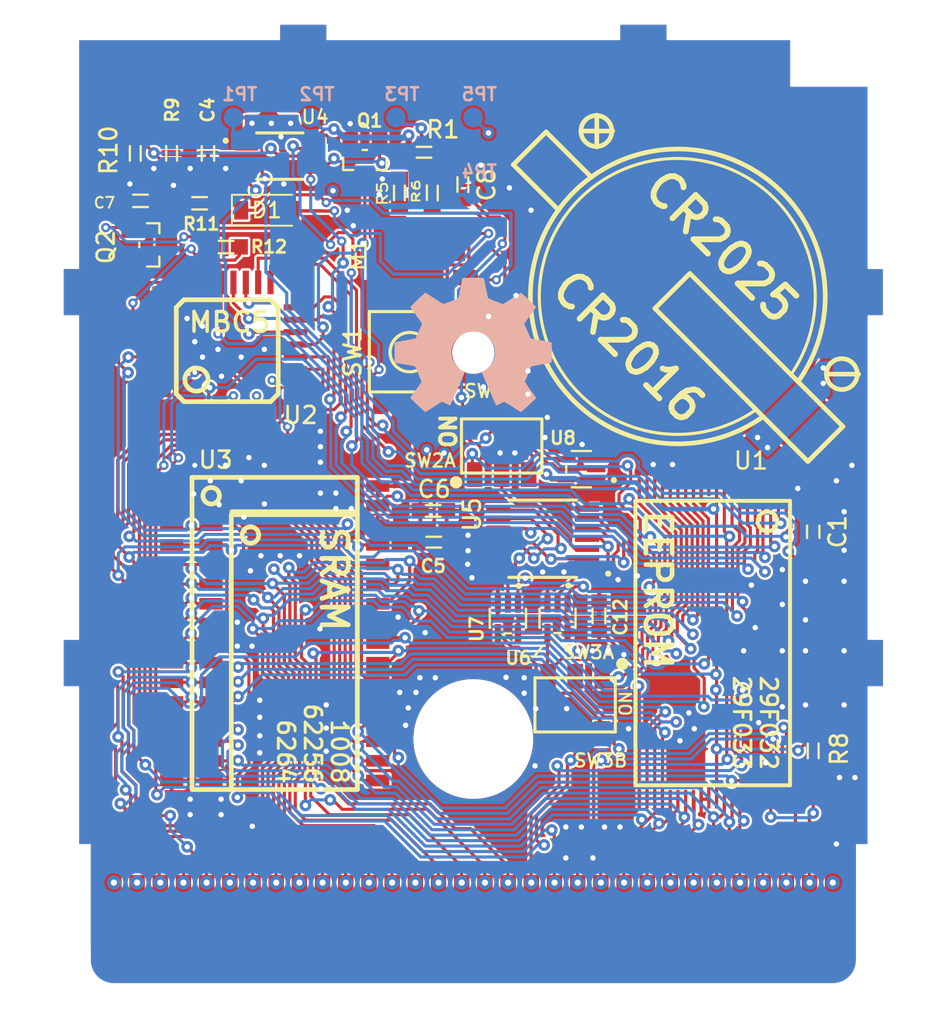
<source format=kicad_pcb>
(kicad_pcb (version 20240108) (generator "pcbnew") (generator_version "8.0")
  (layers (0 "F.Cu" signal) (31 "B.Cu" signal) (34 "B.Paste" user) (35 "F.Paste" user) (36 "B.SilkS" user "B.Silkscreen") (37 "F.SilkS" user "F.Silkscreen") (38 "B.Mask" user) (39 "F.Mask" user) (44 "Edge.Cuts" user))
  (net 0 "")
  (net 1 "N$2")
  (net 2 "VCC")
  (net 3 "VBAT")
  (net 4 "N$3")
  (net 5 "/A4")
  (net 6 "/A8")
  (net 7 "/{slash}CS")
  (net 8 "/D2")
  (net 9 "/A11")
  (net 10 "/A12")
  (net 11 "/D4")
  (net 12 "/{slash}RST")
  (net 13 "/A7")
  (net 14 "/CLK")
  (net 15 "/{slash}RD")
  (net 16 "/D3")
  (net 17 "/A6")
  (net 18 "/D0")
  (net 19 "/A5")
  (net 20 "/VCC")
  (net 21 "/A1")
  (net 22 "/A9")
  (net 23 "/D6")
  (net 24 "/A13")
  (net 25 "/A10")
  (net 26 "/D7")
  (net 27 "/A0")
  (net 28 "/A15")
  (net 29 "/A14")
  (net 30 "/A2")
  (net 31 "/{slash}WR")
  (net 32 "/D5")
  (net 33 "/D1")
  (net 34 "/GND")
  (net 35 "/A3")
  (net 36 "/SND")
  (net 37 "/CSB")
  (net 38 "/VBAT")
  (net 39 "Net-(R1-Pad2)")
  (net 40 "/VCC_SRAM")
  (net 41 "/BTN")
  (net 42 "Net-(U4-SENSE)")
  (net 44 "/FF_CLK")
  (net 45 "/{slash}MR")
  (net 46 "Net-(SW2A-S)")
  (net 47 "/MULTI2")
  (net 48 "/MA20")
  (net 49 "/MULTI1")
  (net 50 "/MA21")
  (net 51 "/RA20")
  (net 52 "/RA14")
  (net 54 "/RA17")
  (net 55 "/RA19")
  (net 56 "/RA16")
  (net 57 "/RA15")
  (net 58 "/RA18")
  (net 59 "/AA13")
  (net 60 "/AA15")
  (net 61 "/RA21")
  (net 62 "/AA14")
  (net 63 "/RA22")
  (net 64 "/RAM_{slash}CS")
  (net 65 "/AA16")
  (net 66 "/RAM_{slash}CS_G")
  (net 67 "/{slash}RESGATE")
  (net 68 "/A21")
  (net 69 "Net-(U5-1D)")
  (net 70 "Net-(U5-2D)")
  (net 71 "/A20")
  (net 72 "Net-(D1-Pad1)")
  (net 73 "Net-(D1-Pad2)")
  (net 74 "Net-(R1-Pad1)")
  (footprint "MBC5_1-3_multi:R0603" (layer "F.Cu") (at 145.3011 82.2486)
    (property "Reference" "R1")
    (property "Value" "RR0603")
  )
  (footprint "" (layer "F.Cu") (at 126.46 89.19 90)
    (property "Reference" "")
    (property "Value" "")
  )
  (footprint "MBC5_1-3_multi:CAS-D20A" (layer "F.Cu") (at 150.3511 101.2486)
    (property "Reference" "SW2" (hide yes))
    (property "Value" "SPDT-2S")
  )
  (footprint "MBC5_1-3_multi:R0603" (layer "F.Cu") (at 126.6511 82.2986 -90)
    (property "Reference" "R10")
    (property "Value" "RR0603")
  )
  (footprint "" (layer "F.Cu") (at 131.6861 88.369)
    (property "Reference" "")
    (property "Value" "")
  )
  (footprint "MBC5_1-3_multi:C0603_334" (layer "F.Cu") (at 131.3511 82.2986 -90)
    (property "Reference" "C4")
    (property "Value" "0.1uF")
  )
  (footprint "MBC5_1-3_multi:QFP-32" (layer "F.Cu") (at 132.6 95.085)
    (property "Reference" "U2")
    (property "Value" "MBC5")
  )
  (footprint "MBC5_1-3_multi:GBC_CART_TABBED" (layer "F.Cu") (at 148.417505 106.795142)
    (property "Reference" "P1" (hide yes))
    (property "Value" "GBC_CARTTAB" (hide yes))
    (fp_line (start -26.4 -17) (end -26.4 -14) (stroke (width 0.01)) (layer "Edge.Cuts"))
    (fp_line (start -26.4 -14) (end -25.4 -14) (stroke (width 0.01)) (layer "Edge.Cuts"))
    (fp_line (start -26.4 7) (end -26.4 10) (stroke (width 0.01)) (layer "Edge.Cuts"))
    (fp_line (start -26.4 10) (end -25.4 10) (stroke (width 0.01)) (layer "Edge.Cuts"))
    (fp_line (start -25.4 -31.8) (end -12.4 -31.8) (stroke (width 0.01)) (layer "Edge.Cuts"))
    (fp_line (start -25.4 -17) (end -26.4 -17) (stroke (width 0.01)) (layer "Edge.Cuts"))
    (fp_line (start -25.4 -17) (end -25.4 -31.8) (stroke (width 0.01)) (layer "Edge.Cuts"))
    (fp_line (start -25.4 -14) (end -25.4 7) (stroke (width 0.01)) (layer "Edge.Cuts"))
    (fp_line (start -25.4 7) (end -26.4 7) (stroke (width 0.01)) (layer "Edge.Cuts"))
    (fp_line (start -25.4 10) (end -25.4 20.21) (stroke (width 0.01)) (layer "Edge.Cuts"))
    (fp_line (start -24.65 20.21) (end -25.4 20.21) (stroke (width 0.01)) (layer "Edge.Cuts"))
    (fp_line (start -24.65 20.21) (end -24.65 27.71) (stroke (width 0.01)) (layer "Edge.Cuts"))
    (fp_line (start -23.15 29.21) (end 23.35 29.21) (stroke (width 0.01)) (layer "Edge.Cuts"))
    (fp_line (start -12.4 -32.8) (end -12.4 -31.8) (stroke (width 0.01)) (layer "Edge.Cuts"))
    (fp_line (start -9.4 -32.8) (end -12.4 -32.8) (stroke (width 0.01)) (layer "Edge.Cuts"))
    (fp_line (start -9.4 -31.8) (end -9.4 -32.8) (stroke (width 0.01)) (layer "Edge.Cuts"))
    (fp_line (start -9.4 -31.8) (end 9.6 -31.8) (stroke (width 0.01)) (layer "Edge.Cuts"))
    (fp_line (start 9.6 -32.8) (end 9.6 -31.8) (stroke (width 0.01)) (layer "Edge.Cuts"))
    (fp_line (start 12.6 -32.8) (end 9.6 -32.8) (stroke (width 0.01)) (layer "Edge.Cuts"))
    (fp_line (start 12.6 -31.8) (end 12.6 -32.8) (stroke (width 0.01)) (layer "Edge.Cuts"))
    (fp_line (start 12.6 -31.8) (end 20.6 -31.8) (stroke (width 0.01)) (layer "Edge.Cuts"))
    (fp_line (start 20.6 -31.8) (end 20.6 -28.79) (stroke (width 0.01)) (layer "Edge.Cuts"))
    (fp_line (start 20.6 -28.79) (end 25.6 -28.79) (stroke (width 0.01)) (layer "Edge.Cuts"))
    (fp_line (start 24.85 20.21) (end 25.6 20.21) (stroke (width 0.01)) (layer "Edge.Cuts"))
    (fp_line (start 24.85 27.71) (end 24.85 20.21) (stroke (width 0.01)) (layer "Edge.Cuts"))
    (fp_line (start 25.6 -28.79) (end 25.6 -17) (stroke (width 0.01)) (layer "Edge.Cuts"))
    (fp_line (start 25.6 -17) (end 26.6 -17) (stroke (width 0.01)) (layer "Edge.Cuts"))
    (fp_line (start 25.6 -14) (end 25.6 7) (stroke (width 0.01)) (layer "Edge.Cuts"))
    (fp_line (start 25.6 7) (end 26.6 7) (stroke (width 0.01)) (layer "Edge.Cuts"))
    (fp_line (start 25.6 10) (end 25.6 20.21) (stroke (width 0.01)) (layer "Edge.Cuts"))
    (fp_line (start 26.6 -17) (end 26.6 -14) (stroke (width 0.01)) (layer "Edge.Cuts"))
    (fp_line (start 26.6 -14) (end 25.6 -14) (stroke (width 0.01)) (layer "Edge.Cuts"))
    (fp_line (start 26.6 7) (end 26.6 10) (stroke (width 0.01)) (layer "Edge.Cuts"))
    (fp_line (start 26.6 10) (end 25.6 10) (stroke (width 0.01)) (layer "Edge.Cuts"))
    (fp_arc (start -23.15 29.21) (mid -24.21066 28.77066) (end -24.65 27.71) (stroke (width 0.01)) (layer "Edge.Cuts"))
    (fp_arc (start 24.85 27.71) (mid 24.41066 28.77066) (end 23.35 29.21) (stroke (width 0.01)) (layer "Edge.Cuts"))
  )
  (footprint "MBC5_1-3_multi:CR2025" (layer "F.Cu") (at 161.387612 91.225281 -45)
    (property "Reference" "U$7" (hide yes))
    (property "Value" "CR2025" (hide yes))
  )
  (footprint "MBC5_1-3_multi:C0603_334" (layer "F.Cu") (at 147.8511 84.35 90)
    (property "Reference" "C8")
    (property "Value" "0.1uF")
  )
  (footprint "MBC5_1-3_multi:R0603" (layer "F.Cu") (at 143.7511 84.85 -90)
    (property "Reference" "R5")
    (property "Value" "RR0603")
  )
  (footprint "MBC5_1-3_multi:KMR2" (layer "F.Cu") (at 144.422467 95.18291 90)
    (property "Reference" "SW1" (hide yes))
    (property "Value" "SPST_TACT-KMR2" (hide yes))
  )
  (footprint "MBC5_1-3_multi:SOP-32L" (layer "F.Cu") (at 137.0011 113.9986 -90)
    (property "Reference" "U3")
    (property "Value" "1008_62256_SRAM")
  )
  (footprint "" (layer "F.Cu") (at 128.66 88.24 90)
    (property "Reference" "")
    (property "Value" "")
  )
  (footprint "MBC5_1-3_multi:MSOP-10" (layer "F.Cu") (at 136.0011 82.4986)
    (property "Reference" "U4")
    (property "Value" "TPS3613")
  )
  (footprint "MBC5_1-3_multi:C0603_334" (layer "F.Cu") (at 156.6511 112.2486 90)
    (property "Reference" "C12")
    (property "Value" "0.1uF")
  )
  (footprint "MBC5_1-3_multi:SC70" (layer "F.Cu") (at 155.5011 102.7486 180)
    (property "Reference" "U8")
    (property "Value" "SN74AHC1G126")
  )
  (footprint "" (layer "F.Cu") (at 129.95 85.56 180)
    (property "Reference" "")
    (property "Value" "")
  )
  (footprint "Diode_SMD:D_SOD-123" (layer "F.Cu") (at 135.15 86)
    (property "Reference" "D1")
    (property "Value" "D" (hide yes))
  )
  (footprint "MBC5_1-3_multi:SOP65P640X120-14N" (layer "F.Cu") (at 153.0011 107.2486 180)
    (property "Reference" "U5")
    (property "Value" "SN74HC74PWR")
  )
  (footprint "MBC5_1-3_multi:SOT23" (layer "F.Cu") (at 141.5011 82.7486 180)
    (property "Reference" "Q1")
    (property "Value" "2N7002")
  )
  (footprint "MBC5_1-3_multi:C0603_334" (layer "F.Cu") (at 170.5011 106.8486 -90)
    (property "Reference" "C1")
    (property "Value" "0.1uF")
  )
  (footprint "MBC5_1-3_multi:C0603_334" (layer "F.Cu") (at 145.946582 107.508612)
    (property "Reference" "C5")
    (property "Value" "0.1uF")
  )
  (footprint "MBC5_1-3_multi:R0603" (layer "F.Cu") (at 170.5011 120.9986 -90)
    (property "Reference" "R8")
    (property "Value" "RR0603")
  )
  (footprint "MBC5_1-3_multi:C0603_334" (layer "F.Cu") (at 127.0011 85.379 180)
    (property "Reference" "C7")
    (property "Value" "0.1uF")
  )
  (footprint "MBC5_1-3_multi:C0603_334" (layer "F.Cu") (at 145.939316 105.437607)
    (property "Reference" "C6")
    (property "Value" "10uF")
  )
  (footprint "custom_connectors:ANDA-T1035_vib_motor" (layer "F.Cu") (at 147.275244 88.785121)
    (property "Reference" "M1")
    (property "Value" "Motor_DC" (hide yes))
  )
  (footprint "MBC5_1-3_multi:SC70" (layer "F.Cu") (at 153.9611 112.3826 -90)
    (property "Reference" "U6")
    (property "Value" "SN74AHC1G126")
  )
  (footprint "MBC5_1-3_multi:CAS-D20A" (layer "F.Cu") (at 155.1011 117.9986 180)
    (property "Reference" "SW3" (hide yes))
    (property "Value" "SPDT-2S")
  )
  (footprint "" (layer "F.Cu") (at 126.46 87.29 90)
    (property "Reference" "")
    (property "Value" "")
  )
  (footprint "" (layer "F.Cu") (at 131.65 85.56 180)
    (property "Reference" "")
    (property "Value" "")
  )
  (footprint "MBC5_1-3_multi:R0603" (layer "F.Cu") (at 129.0011 82.2986 -90)
    (property "Reference" "R9")
    (property "Value" "RR0603")
  )
  (footprint "MBC5_1-3_multi:R0603" (layer "F.Cu") (at 145.8511 84.85 90)
    (property "Reference" "R6")
    (property "Value" "RR0603")
  )
  (footprint "MBC5_1-3_multi:SC70" (layer "F.Cu") (at 150.7511 112.3986 -90)
    (property "Reference" "U7")
    (property "Value" "SN74AHC1G126")
  )
  (footprint "" (layer "F.Cu") (at 133.3861 88.369)
    (property "Reference" "")
    (property "Value" "")
  )
  (footprint "MBC5_1-3_multi:TSOP-40" (layer "F.Cu") (at 164.0011 113.9986 -90)
    (property "Reference" "U1")
    (property "Value" "29F033")
  )
  (footprint "MBC5_1-3_multi:B1,27_385" (layer "B.Cu") (at 143.5011 79.9986 180)
    (property "Reference" "TP3")
    (property "Value" "TPB1,27")
  )
  (footprint "MBC5_1-3_multi:B1,27_385" (layer "B.Cu") (at 138.0011 79.9986 180)
    (property "Reference" "TP2")
    (property "Value" "TPB1,27")
  )
  (footprint "bm logo:conker2" (layer "B.Cu") (at 166.745771 86.130085 180)
    (property "Reference" "")
    (property "Value" "LOGO" (hide yes))
  )
  (footprint "MBC5_1-3_multi:B1,27_385" (layer "B.Cu") (at 133.0011 79.9986 180)
    (property "Reference" "TP1")
    (property "Value" "TPB1,27")
  )
  (footprint "MBC5_1-3_multi:B1,27_385" (layer "B.Cu") (at 148.5011 79.9986 180)
    (property "Reference" "TP5")
    (property "Value" "TPB1,27")
  )
  (footprint "bm logo:opensource" (layer "B.Cu") (at 148.5 94.72 180)
    (property "Reference" "")
    (property "Value" "" (hide yes))
  )
  (footprint "bm logo:bm2" (layer "B.Cu") (at 158.083446 84.991798 180)
    (property "Reference" "")
    (property "Value" "" (hide yes))
  )
  (footprint "MBC5_1-3_multi:B1,27_385" (layer "B.Cu") (at 148.5011 84.9986 180)
    (property "Reference" "TP4")
    (property "Value" "TPB1,27")
  )
  (gr_arc (start 167.259609 99.352704) (mid 155.001777 84.832131) (end 169.52235 97.089963) (stroke (width 0.3)) (layer "F.SilkS"))
  (gr_line (start 157.0511 111.7736) (end 157.0511 112.7236) (stroke (width 0.15)) (layer "F.SilkS"))
  (gr_line (start 167.259609 99.352704) (end 170.158746 102.251844) (stroke (width 0.3)) (layer "F.SilkS"))
  (gr_line (start 144.8511 82.5986) (end 145.8011 82.5986) (stroke (width 0.15)) (layer "F.SilkS"))
  (gr_line (start 147.489777 84.80454) (end 147.489777 83.85454) (stroke (width 0.15)) (layer "F.SilkS"))
  (gr_line (start 151.9261 111.7736) (end 151.9261 113.0236) (stroke (width 0.15)) (layer "F.SilkS"))
  (gr_line (start 153.7511 113.3486) (end 154.1761 113.3486) (stroke (width 0.15)) (layer "F.SilkS"))
  (gr_line (start 144.086813 85.359739) (end 144.086813 84.409739) (stroke (width 0.15)) (layer "F.SilkS"))
  (gr_line (start 128.6511 82.7986) (end 128.6511 81.8486) (stroke (width 0.15)) (layer "F.SilkS"))
  (gr_line (start 170.158746 102.251844) (end 172.42149 99.9891) (stroke (width 0.3)) (layer "F.SilkS"))
  (gr_line (start 152.4261 114.8986) (end 152.9761 114.1986) (stroke (width 0.15)) (layer "F.SilkS"))
  (gr_line (start 146.99878 97.752818) (end 146.99878 92.552818) (stroke (width 0.2)) (layer "F.SilkS"))
  (gr_line (start 140.7511 83.3986) (end 140.1011 83.3986) (stroke (width 0.15)) (layer "F.SilkS"))
  (gr_circle (center 144.39878 95.177571) (end 145.673533 95.177571) (stroke (width 0.2)) (fill none) (layer "F.SilkS"))
  (gr_line (start 170.1011 106.3986) (end 170.1011 107.1986) (stroke (width 0.15)) (layer "F.SilkS"))
  (gr_line (start 150.8011 109.7486) (end 155.2011 109.7486) (stroke (width 0.2)) (layer "F.SilkS"))
  (gr_line (start 145.48425 107.820944) (end 146.43425 107.820944) (stroke (width 0.15)) (layer "F.SilkS"))
  (gr_line (start 169.52235 97.089963) (end 169.062734 96.630344) (stroke (width 0.3)) (layer "F.SilkS"))
  (gr_line (start 155.1261 111.7736) (end 155.1261 113.0236) (stroke (width 0.15)) (layer "F.SilkS"))
  (gr_line (start 153.22354 80.932572) (end 151.102221 83.053894) (stroke (width 0.3)) (layer "F.SilkS"))
  (gr_line (start 152.5011 116.2486) (end 152.5011 119.7486) (stroke (width 0.2)) (layer "F.SilkS"))
  (gr_line (start 141.3511 82.0986) (end 141.6511 82.0986) (stroke (width 0.15)) (layer "F.SilkS"))
  (gr_line (start 132.05 87.98) (end 133 87.98) (stroke (width 0.15)) (layer "F.SilkS"))
  (gr_line (start 154.5261 102.9486) (end 154.5261 102.5236) (stroke (width 0.15)) (layer "F.SilkS"))
  (gr_line (start 126.515 85.79) (end 127.465 85.79) (stroke (width 0.15)) (layer "F.SilkS"))
  (gr_line (start 141.789229 97.755526) (end 141.789229 92.555526) (stroke (width 0.2)) (layer "F.SilkS"))
  (gr_line (start 156.2261 111.7736) (end 156.2261 112.7236) (stroke (width 0.15)) (layer "F.SilkS"))
  (gr_line (start 126.91 88.39) (end 126.91 88.09) (stroke (width 0.15)) (layer "F.SilkS"))
  (gr_line (start 154.8761 103.9236) (end 156.1261 103.9236) (stroke (width 0.15)) (layer "F.SilkS"))
  (gr_line (start 140.1011 83.3986) (end 140.1011 82.5986) (stroke (width 0.15)) (layer "F.SilkS"))
  (gr_line (start 154.8761 101.5736) (end 156.1261 101.5736) (stroke (width 0.15)) (layer "F.SilkS"))
  (gr_line (start 170.9011 106.3986) (end 170.9011 107.1986) (stroke (width 0.15)) (layer "F.SilkS"))
  (gr_circle (center 172.3511 96.5986) (end 173.3511 96.5986) (stroke (width 0.3)) (fill none) (layer "F.SilkS"))
  (gr_line (start 126.3011 82.7986) (end 126.3011 81.8486) (stroke (width 0.15)) (layer "F.SilkS"))
  (gr_line (start 142.2511 83.3986) (end 142.9011 83.3986) (stroke (width 0.15)) (layer "F.SilkS"))
  (gr_line (start 152.5011 119.7486) (end 157.7011 119.7486) (stroke (width 0.2)) (layer "F.SilkS"))
  (gr_line (start 127.0011 82.7986) (end 127.0011 81.8486) (stroke (width 0.15)) (layer "F.SilkS"))
  (gr_line (start 170.8511 120.4986) (end 170.8511 121.4486) (stroke (width 0.15)) (layer "F.SilkS"))
  (gr_line (start 152.5011 116.2486) (end 157.7011 116.2486) (stroke (width 0.2)) (layer "F.SilkS"))
  (gr_line (start 150.8011 104.7486) (end 155.2011 104.7486) (stroke (width 0.2)) (layer "F.SilkS"))
  (gr_line (start 131.7511 82.7986) (end 131.7511 81.8486) (stroke (width 0.15)) (layer "F.SilkS"))
  (gr_line (start 146.213004 85.364475) (end 146.213004 84.414475) (stroke (width 0.15)) (layer "F.SilkS"))
  (gr_line (start 160.259253 92.352347) (end 167.259609 99.352704) (stroke (width 0.3)) (layer "F.SilkS"))
  (gr_line (start 148.190877 84.82954) (end 148.190877 83.87954) (stroke (width 0.15)) (layer "F.SilkS"))
  (gr_line (start 143.386813 85.359739) (end 143.386813 84.409739) (stroke (width 0.15)) (layer "F.SilkS"))
  (gr_line (start 151.102221 83.053894) (end 154.036712 85.988388) (stroke (width 0.3)) (layer "F.SilkS"))
  (gr_line (start 147.7511 99.4986) (end 147.7511 102.9986) (stroke (width 0.2)) (layer "F.SilkS"))
  (gr_line (start 145.513004 85.339475) (end 145.513004 84.389475) (stroke (width 0.15)) (layer "F.SilkS"))
  (gr_line (start 170.1511 120.4986) (end 170.1511 121.4486) (stroke (width 0.15)) (layer "F.SilkS"))
  (gr_circle (center 158.1511 115.3486) (end 158.3511 115.3486) (stroke (width 0.4)) (fill none) (layer "F.SilkS"))
  (gr_line (start 152.9511 99.4986) (end 147.7511 99.4986) (stroke (width 0.2)) (layer "F.SilkS"))
  (gr_line (start 162.521993 90.089604) (end 160.259253 92.352347) (stroke (width 0.3)) (layer "F.SilkS"))
  (gr_line (start 152.9511 99.4986) (end 152.9511 102.9986) (stroke (width 0.2)) (layer "F.SilkS"))
  (gr_line (start 169.062734 96.630344) (end 162.521993 90.089604) (stroke (width 0.3)) (layer "F.SilkS"))
  (gr_line (start 172.42149 99.9891) (end 169.52235 97.089963) (stroke (width 0.3)) (layer "F.SilkS"))
  (gr_circle (center 156.4761 80.8736) (end 157.4761 80.8736) (stroke (width 0.3)) (fill none) (layer "F.SilkS"))
  (gr_line (start 146.394193 105.073495) (end 145.444193 105.073495) (stroke (width 0.15)) (layer "F.SilkS"))
  (gr_line (start 130.9511 82.7986) (end 130.9511 81.8486) (stroke (width 0.15)) (layer "F.SilkS"))
  (gr_circle (center 147.4011 103.5986) (end 147.6011 103.5986) (stroke (width 0.4)) (fill none) (layer "F.SilkS"))
  (gr_line (start 149.5761 111.7736) (end 149.5761 113.0236) (stroke (width 0.15)) (layer "F.SilkS"))
  (gr_line (start 132.9011 105.5) (end 141.0011 105.5) (stroke (width 0.3)) (layer "F.SilkS"))
  (gr_line (start 157.7011 116.2486) (end 157.7011 119.7486) (stroke (width 0.2)) (layer "F.SilkS"))
  (gr_line (start 146.99878 97.752818) (end 141.79878 97.752818) (stroke (width 0.2)) (layer "F.SilkS"))
  (gr_line (start 129.3511 82.7986) (end 129.3511 81.8486) (stroke (width 0.15)) (layer "F.SilkS"))
  (gr_line (start 134.5011 83.9986) (end 137.5011 83.9986) (stroke (width 0.2)) (layer "F.SilkS"))
  (gr_line (start 132.05 88.78) (end 133 88.78) (stroke (width 0.15)) (layer "F.SilkS"))
  (gr_line (start 127.41 86.84) (end 128.21 86.84) (stroke (width 0.15)) (layer "F.SilkS"))
  (gr_line (start 128.21 87.49) (end 128.21 86.84) (stroke (width 0.15)) (layer "F.SilkS"))
  (gr_line (start 128.21 89.64) (end 127.41 89.64) (stroke (width 0.15)) (layer "F.SilkS"))
  (gr_line (start 152.9511 102.9986) (end 147.7511 102.9986) (stroke (width 0.2)) (layer "F.SilkS"))
  (gr_line (start 150.5261 113.3736) (end 150.9511 113.3736) (stroke (width 0.15)) (layer "F.SilkS"))
  (gr_line (start 153.22354 80.932572) (end 156.158034 83.867069) (stroke (width 0.3)) (layer "F.SilkS"))
  (gr_arc (start 166.764634 98.928441) (mid 155.398077 85.26377) (end 169.062734 96.630344) (stroke (width 0.2)) (layer "F.SilkS"))
  (gr_line (start 131.2861 85.149) (end 130.3361 85.149) (stroke (width 0.15)) (layer "F.SilkS"))
  (gr_line (start 144.8511 81.8986) (end 145.8011 81.8986) (stroke (width 0.15)) (layer "F.SilkS"))
  (gr_line (start 145.48425 107.120944) (end 146.43425 107.120944) (stroke (width 0.15)) (layer "F.SilkS"))
  (gr_line (start 146.99878 92.552818) (end 141.79878 92.552818) (stroke (width 0.2)) (layer "F.SilkS"))
  (gr_line (start 152.8011 111.7736) (end 152.8011 113.0236) (stroke (width 0.15)) (layer "F.SilkS"))
  (gr_line (start 142.9011 82.5986) (end 142.9011 83.3986) (stroke (width 0.15)) (layer "F.SilkS"))
  (gr_line (start 128.21 88.99) (end 128.21 89.64) (stroke (width 0.15)) (layer "F.SilkS"))
  (gr_line (start 146.394193 105.823495) (end 145.444193 105.823495) (stroke (width 0.15)) (layer "F.SilkS"))
  (gr_line (start 126.515 84.99) (end 127.465 84.99) (stroke (width 0.15)) (layer "F.SilkS"))
  (gr_line (start 134.5011 80.9986) (end 137.5011 80.9986) (stroke (width 0.2)) (layer "F.SilkS"))
  (gr_line (start 131.2861 85.949) (end 130.3361 85.949) (stroke (width 0.15)) (layer "F.SilkS"))
  (gr_text "Q2" (at 125.39 89.59 90) (layer "F.SilkS") (effects (font (size 1.09474 1.09474) (thickness 0.17526)) (justify left bottom)))
  (gr_text "+" (at 154.635537 82.250343 0) (layer "F.SilkS") (effects (font (size 2.7 2.7) (thickness 0.3)) (justify left bottom)))
  (gr_text "1008\n62256\n6264" (at 140.5011 123.1986 270) (layer "F.SilkS") (effects (font (size 1.0795 1.0795) (thickness 0.1905)) (justify right top)))
  (gr_text "ON" (at 147.5 101.5 90) (layer "F.SilkS") (effects (font (size 1 1) (thickness 0.25) (bold yes)) (justify left bottom)))
  (gr_text "SW2B" (at 147.830623 97.1986 0) (layer "F.SilkS") (effects (font (size 0.85 0.85)) (justify left top)))
  (gr_text "-" (at 170.5408 94.816731 0) (layer "F.SilkS") (effects (font (size 2.7 2.7) (thickness 0.3)) (justify left top)))
  (gr_text "CR2025" (at 170 92 315) (layer "F.SilkS") (effects (font (size 2.125 2.125) (thickness 0.375)) (justify right top)))
  (gr_text "R12" (at 134.02 88.83 0) (layer "F.SilkS") (effects (font (size 0.8 0.8) (thickness 0.175) (bold yes)) (justify left bottom)))
  (gr_text "R11" (at 129.64 87.35 0) (layer "F.SilkS") (effects (font (size 0.8 0.8) (thickness 0.175)) (justify left bottom)))
  (gr_text "SW3B" (at 154.930623 121.0986 0) (layer "F.SilkS") (effects (font (size 0.85 0.85)) (justify left top)))
  (gr_text "ON" (at 158.8261 118.7986 90) (layer "F.SilkS") (effects (font (size 0.765 0.765) (thickness 0.135)) (justify left bottom)))
  (gr_text "EEPROM" (at 159.4511 105.2486 270) (layer "F.SilkS") (effects (font (size 1.7 1.7) (thickness 0.3)) (justify left bottom)))
  (gr_text "SW2A" (at 143.952052 101.6986 0) (layer "F.SilkS") (effects (font (size 0.85 0.85)) (justify left top)))
  (gr_text "SW3A" (at 154.202052 114.0986 0) (layer "F.SilkS") (effects (font (size 0.85 0.85)) (justify left top)))
  (gr_text "MBC5" (at 130 92.5 0) (layer "F.SilkS") (effects (font (size 1.275 1.275) (thickness 0.225)) (justify left top)))
  (gr_text "CR2016" (at 164 98.5 315) (layer "F.SilkS") (effects (font (size 2.125 2.125) (thickness 0.375)) (justify right top)))
  (gr_text "29F032\n29F033" (at 165.2511 115.9986 270) (layer "F.SilkS") (effects (font (size 1.0795 1.0795) (thickness 0.1905)) (justify left bottom)))
  (gr_text "SW1" (at 140.080402 96.930769 90) (layer "F.SilkS") (effects (font (size 1.0795 1.0795) (thickness 0.1905)) (justify left top)))
  (gr_text "SRAM" (at 138.5011 106.2986 270) (layer "F.SilkS") (effects (font (size 1.7 1.7) (thickness 0.3)) (justify left bottom)))
  (segment (start 148 85.3489) (end 146.6511 84) (width 0.2) (layer "F.Cu") (net 1))
  (segment (start 149.050087 101.397588) (end 149.593537 101.397588) (width 0.2) (layer "F.Cu") (net 1))
  (segment (start 147.8233 100.4148) (end 148.5011 101.0926) (width 0.2) (layer "F.Cu") (net 1))
  (segment (start 148.2626 85.2) (end 147.8511 85.2) (width 0.2) (layer "F.Cu") (net 1))
  (segment (start 149.993337 100.997788) (end 151.451912 100.997788) (width 0.2) (layer "F.Cu") (net 1))
  (segment (start 146.6511 84) (end 145.8511 84) (width 0.2) (layer "F.Cu") (net 1))
  (segment (start 148.5011 101.0926) (end 148.7451 101.0926) (width 0.2) (layer "F.Cu") (net 1))
  (segment (start 149.593537 101.397588) (end 149.993337 100.997788) (width 0.2) (layer "F.Cu") (net 1))
  (segment (start 147.744087 98.1116) (end 147.8233 98.190813) (width 0.2) (layer "F.Cu") (net 1))
  (segment (start 152.326912 101.872788) (end 152.326912 102.872788) (width 0.2) (layer "F.Cu") (net 1))
  (segment (start 149.5 86.4374) (end 148.2626 85.2) (width 0.2) (layer "F.Cu") (net 1))
  (segment (start 150.5524 88.010024) (end 150.5524 86.771188) (width 0.2) (layer "F.Cu") (net 1))
  (segment (start 150.395618 88.166806) (end 150.5524 88.010024) (width 0.2) (layer "F.Cu") (net 1))
  (segment (start 147.8233 98.190813) (end 147.8233 100.4148) (width 0.2) (layer "F.Cu") (net 1))
  (segment (start 151.451912 100.997788) (end 152.326912 101.872788) (width 0.2) (layer "F.Cu") (net 1))
  (segment (start 152.326912 102.872788) (end 152.1011 103.0986) (width 0.2) (layer "F.Cu") (net 1))
  (segment (start 150.218612 86.4374) (end 149.5 86.4374) (width 0.2) (layer "F.Cu") (net 1))
  (segment (start 150.5524 86.771188) (end 150.218612 86.4374) (width 0.2) (layer "F.Cu") (net 1))
  (segment (start 148.7451 101.0926) (end 149.050087 101.397588) (width 0.2) (layer "F.Cu") (net 1))
  (via (at 150.395618 88.166806) (size 0.6) (drill 0.3) (layers "F.Cu" "B.Cu") (net 1))
  (via (at 147.744087 98.1116) (size 0.7564) (drill 0.35) (layers "F.Cu" "B.Cu") (net 1))
  (segment (start 146.9713 95.847269) (end 147.744087 96.620057) (width 0.2) (layer "B.Cu") (net 1))
  (segment (start 147.5571 93.994132) (end 146.9713 94.579932) (width 0.2) (layer "B.Cu") (net 1))
  (segment (start 150.395618 88.333194) (end 147.5571 91.171712) (width 0.2) (layer "B.Cu") (net 1))
  (segment (start 150.395618 88.166806) (end 150.395618 88.333194) (width 0.2) (layer "B.Cu") (net 1))
  (segment (start 147.744087 96.620057) (end 147.744087 98.1116) (width 0.2) (layer "B.Cu") (net 1))
  (segment (start 146.9713 94.579932) (end 146.9713 95.847269) (width 0.2) (layer "B.Cu") (net 1))
  (segment (start 147.5571 91.171712) (end 147.5571 93.994132) (width 0.2) (layer "B.Cu") (net 1))
  (segment (start 170.5011 120.1486) (end 170.2879 120.1486) (width 0.2032) (layer "F.Cu") (net 2))
  (segment (start 164.0747 105.3236) (end 164.2511 105.5) (width 0.2032) (layer "F.Cu") (net 2))
  (segment (start 154.5411 103.3986) (end 153.5761 103.3986) (width 0.3) (layer "F.Cu") (net 2))
  (segment (start 156.6511 113.0986) (end 158.2511 114.6986) (width 0.2) (layer "F.Cu") (net 2))
  (segment (start 158.2511 114.6986) (end 158.2511 114.7486) (width 0.2) (layer "F.Cu") (net 2))
  (segment (start 153.5761 103.3986) (end 153.2511 103.0736) (width 0.3) (layer "F.Cu") (net 2))
  (segment (start 170.2993 120.1486) (end 170.2993 120.180825) (width 0.2032) (layer "F.Cu") (net 2))
  (segment (start 164.0511 105.3236) (end 164.0747 105.3236) (width 0.2032) (layer "F.Cu") (net 2))
  (segment (start 164.0511 105.3236) (end 164.0511 105.2) (width 0.3) (layer "F.Cu") (net 2))
  (segment (start 164.2511 105.1236) (end 164.0511 105.3236) (width 0.2032) (layer "F.Cu") (net 2))
  (segment (start 156.4611 103.3986) (end 154.5411 103.3986) (width 0.3) (layer "F.Cu") (net 2))
  (segment (start 164.2511 124.0986) (end 164.2511 105.5) (width 0.2032) (layer "F.Cu") (net 2))
  (segment (start 170.2993 120.1486) (end 170.5011 120.1486) (width 0.2032) (layer "F.Cu") (net 2))
  (segment (start 169.5243 120.955825) (end 170.2993 120.180825) (width 0.2032) (layer "F.Cu") (net 2))
  (via (at 153.2511 103.0736) (size 0.7564) (drill 0.35) (layers "F.Cu" "B.Cu") (net 2))
  (via (at 169.5243 120.955825) (size 0.7564) (drill 0.35) (layers "F.Cu" "B.Cu") (net 2))
  (via (at 164.0511 105.3236) (size 0.7564) (drill 0.35) (layers "F.Cu" "B.Cu") (net 2))
  (via (at 164.2511 120.839) (size 0.7564) (drill 0.35) (layers "F.Cu" "B.Cu") (net 2))
  (via (at 164.2011 116.0236) (size 0.7564) (drill 0.35) (layers "F.Cu" "B.Cu") (net 2))
  (via (at 164.2011 117.0236) (size 0.7564) (drill 0.35) (layers "F.Cu" "B.Cu") (net 2))
  (segment (start 164.2765 120.8644) (end 169.432875 120.8644) (width 0.2032) (layer "B.Cu") (net 2))
  (segment (start 163.171112 115.9986) (end 163.178712 116.0062) (width 0.2032) (layer "B.Cu") (net 2))
  (segment (start 153.2511 103.0736) (end 153.5183 103.3408) (width 0.3) (layer "B.Cu") (net 2))
  (segment (start 169.432875 120.8644) (end 169.5243 120.955825) (width 0.2032) (layer "B.Cu") (net 2))
  (segment (start 164.2011 116.0236) (end 164.1837 116.0062) (width 0.2032) (layer "B.Cu") (net 2))
  (segment (start 155.132781 103.3408) (end 155.400981 103.609) (width 0.3) (layer "B.Cu") (net 2))
  (segment (start 164.2511 120.839) (end 164.2765 120.8644) (width 0.2032) (layer "B.Cu") (net 2))
  (segment (start 155.400981 103.609) (end 159.033506 103.609) (width 0.3) (layer "B.Cu") (net 2))
  (segment (start 158.2511 114.7486) (end 159.5011 115.9986) (width 0.2032) (layer "B.Cu") (net 2))
  (segment (start 159.5011 115.9986) (end 163.171112 115.9986) (width 0.2032) (layer "B.Cu") (net 2))
  (segment (start 164.0511 105.3342) (end 164.0511 105.3236) (width 0.3) (layer "B.Cu") (net 2))
  (segment (start 164.1837 116.0062) (end 163.178712 116.0062) (width 0.2032) (layer "B.Cu") (net 2))
  (segment (start 153.5183 103.3408) (end 155.132781 103.3408) (width 0.3) (layer "B.Cu") (net 2))
  (segment (start 160.758706 105.3342) (end 164.0511 105.3342) (width 0.3) (layer "B.Cu") (net 2))
  (segment (start 159.033506 103.609) (end 160.758706 105.3342) (width 0.3) (layer "B.Cu") (net 2))
  (segment (start 138.1511 81.4986) (end 138.680112 81.4986) (width 0.2032) (layer "F.Cu") (net 3))
  (segment (start 138.9047 80.745) (end 138.1511 81.4986) (width 0.2) (layer "F.Cu") (net 3))
  (segment (start 139.4951 80.745) (end 138.9047 80.745) (width 0.2) (layer "F.Cu") (net 3))
  (via (at 144.332337 81.145) (size 0.7564) (drill 0.35) (layers "F.Cu" "B.Cu") (net 3))
  (via (at 139.4951 80.745) (size 0.7564) (drill 0.35) (layers "F.Cu" "B.Cu") (net 3))
  (via (at 145.1511 80.6926) (size 0.7564) (drill 0.35) (layers "F.Cu" "B.Cu") (net 4))
  (segment (start 137.5103 127.2178) (end 136.926162 127.2178) (width 0.2) (layer "F.Cu") (net 5))
  (segment (start 138.7511 131.7086) (end 138.7511 128.4586) (width 0.2) (layer "F.Cu") (net 5))
  (segment (start 130.9311 112.7286) (end 131.5441 112.7286) (width 0.2) (layer "F.Cu") (net 5))
  (segment (start 135.2375 124.039788) (end 135.2391 124.038188) (width 0.2) (layer "F.Cu") (net 5))
  (segment (start 129.6211 112.7286) (end 130.2761 112.0736) (width 0.2) (layer "F.Cu") (net 5))
  (segment (start 159.2511 103.8986) (end 159.2511 104.96385) (width 0.2) (layer "F.Cu") (net 5))
  (segment (start 130.2761 112.0736) (end 130.9311 112.7286) (width 0.2) (layer "F.Cu") (net 5))
  (segment (start 129.0041 112.7286) (end 129.6211 112.7286) (width 0.2) (layer "F.Cu") (net 5))
  (segment (start 161.2593 106.97205) (end 161.2593 111.035775) (width 0.2) (layer "F.Cu") (net 5))
  (segment (start 160.133525 114.73145) (end 160.369675 114.9676) (width 0.2) (layer "F.Cu") (net 5))
  (segment (start 160.133525 113.4417) (end 160.133525 114.73145) (width 0.2) (layer "F.Cu") (net 5))
  (segment (start 135.8617 116.377175) (end 135.2391 115.754575) (width 0.2) (layer "F.Cu") (net 5))
  (segment (start 135.2391 115.754575) (end 135.2391 113.4366) (width 0.2) (layer "F.Cu") (net 5))
  (segment (start 138.7511 128.4586) (end 137.5103 127.2178) (width 0.2) (layer "F.Cu") (net 5))
  (segment (start 135.2391 124.038188) (end 135.2391 122.223088) (width 0.2) (layer "F.Cu") (net 5))
  (segment (start 161.2593 111.035775) (end 160.6521 111.642975) (width 0.2) (layer "F.Cu") (net 5))
  (segment (start 134.9261 113.1236) (end 134.9261 112.3986) (width 0.2) (layer "F.Cu") (net 5))
  (segment (start 159.2511 104.96385) (end 161.2593 106.97205) (width 0.2) (layer "F.Cu") (net 5))
  (segment (start 160.6521 111.642975) (end 160.6521 112.923125) (width 0.2) (layer "F.Cu") (net 5))
  (segment (start 135.2391 113.4366) (end 134.9261 113.1236) (width 0.2) (layer "F.Cu") (net 5))
  (segment (start 136.926162 127.2178) (end 135.2375 125.529138) (width 0.2) (layer "F.Cu") (net 5))
  (segment (start 135.8617 121.600488) (end 135.8617 116.377175) (width 0.2) (layer "F.Cu") (net 5))
  (segment (start 160.6521 112.923125) (end 160.133525 113.4417) (width 0.2) (layer "F.Cu") (net 5))
  (segment (start 135.2391 122.223088) (end 135.8617 121.600488) (width 0.2) (layer "F.Cu") (net 5))
  (segment (start 135.2375 125.529138) (end 135.2375 124.039788) (width 0.2) (layer "F.Cu") (net 5))
  (via (at 130.2761 112.0736) (size 0.7564) (drill 0.35) (layers "F.Cu" "B.Cu") (net 5))
  (via (at 134.9261 112.3986) (size 0.7564) (drill 0.35) (layers "F.Cu" "B.Cu") (net 5))
  (via (at 160.369675 114.9676) (size 0.7564) (drill 0.35) (layers "F.Cu" "B.Cu") (net 5))
  (segment (start 142.33785 110.5522) (end 142.74845 110.9628) (width 0.2) (layer "B.Cu") (net 5))
  (segment (start 136.6209 111.1788) (end 138.310662 111.1788) (width 0.2) (layer "B.Cu") (net 5))
  (segment (start 135.1261 112.1986) (end 134.9261 112.3986) (width 0.2) (layer "B.Cu") (net 5))
  (segment (start 134.5511 112.3986) (end 133.4261 111.2736) (width 0.2) (layer "B.Cu") (net 5))
  (segment (start 134.9261 112.3986) (end 134.5511 112.3986) (width 0.2) (layer "B.Cu") (net 5))
  (segment (start 153.797075 112.937) (end 147.1216 112.937) (width 0.2) (layer "B.Cu") (net 5))
  (segment (start 144.506075 111.2541) (end 144.533825 111.2541) (width 0.2) (layer "B.Cu") (net 5))
  (segment (start 144.214775 110.9628) (end 144.506075 111.2541) (width 0.2) (layer "B.Cu") (net 5))
  (segment (start 160.369675 114.9676) (end 158.887675 113.4856) (width 0.2) (layer "B.Cu") (net 5))
  (segment (start 138.937262 110.5522) (end 142.33785 110.5522) (width 0.2) (layer "B.Cu") (net 5))
  (segment (start 133.4261 111.2736) (end 131.0761 111.2736) (width 0.2) (layer "B.Cu") (net 5))
  (segment (start 142.74845 110.9628) (end 144.214775 110.9628) (width 0.2) (layer "B.Cu") (net 5))
  (segment (start 135.6011 112.1986) (end 136.6209 111.1788) (width 0.2) (layer "B.Cu") (net 5))
  (segment (start 154.345675 113.4856) (end 153.797075 112.937) (width 0.2) (layer "B.Cu") (net 5))
  (segment (start 135.1261 112.1986) (end 135.6011 112.1986) (width 0.2) (layer "B.Cu") (net 5))
  (segment (start 138.310662 111.1788) (end 138.937262 110.5522) (width 0.2) (layer "B.Cu") (net 5))
  (segment (start 131.0761 111.2736) (end 130.2761 112.0736) (width 0.2) (layer "B.Cu") (net 5))
  (segment (start 144.533825 111.2541) (end 144.540525 111.2474) (width 0.2) (layer "B.Cu") (net 5))
  (segment (start 158.887675 113.4856) (end 154.345675 113.4856) (width 0.2) (layer "B.Cu") (net 5))
  (segment (start 144.540525 111.2474) (end 145.432 111.2474) (width 0.2) (layer "B.Cu") (net 5))
  (segment (start 145.432 111.2474) (end 147.1216 112.937) (width 0.2) (layer "B.Cu") (net 5))
  (segment (start 143.6371 109.9626) (end 143.4111 110.1886) (width 0.2) (layer "F.Cu") (net 6))
  (segment (start 161.2511 104.97035) (end 162.6689 106.38815) (width 0.2) (layer "F.Cu") (net 6))
  (segment (start 144.7511 128.4486) (end 142.1107 125.8082) (width 0.2) (layer "F.Cu") (net 6))
  (segment (start 135.616262 109.2176) (end 136.6471 110.248438) (width 0.2) (layer "F.Cu") (net 6))
  (segment (start 162.6689 106.38815) (end 162.6689 111.619675) (width 0.2) (layer "F.Cu") (net 6))
  (segment (start 136.6471 110.445238) (end 136.6487 110.446838) (width 0.2) (layer "F.Cu") (net 6))
  (segment (start 142.1107 125.8082) (end 137.512325 125.8082) (width 0.2) (layer "F.Cu") (net 6))
  (segment (start 162.0617 112.226875) (end 162.0617 112.7768) (width 0.2) (layer "F.Cu") (net 6))
  (segment (start 136.6487 110.446838) (end 136.6487 115.170675) (width 0.2) (layer "F.Cu") (net 6))
  (segment (start 162.6689 111.619675) (end 162.0617 112.226875) (width 0.2) (layer "F.Cu") (net 6))
  (segment (start 136.6487 115.170675) (end 137.2713 115.793275) (width 0.2) (layer "F.Cu") (net 6))
  (segment (start 136.6471 124.945238) (end 136.6471 124.623688) (width 0.2) (layer "F.Cu") (net 6))
  (segment (start 144.7511 131.7086) (end 144.7511 128.4486) (width 0.2) (layer "F.Cu") (net 6))
  (segment (start 143.4111 110.1886) (end 142.3311 110.1886) (width 0.2) (layer "F.Cu") (net 6))
  (segment (start 136.6471 110.248438) (end 136.6471 110.445238) (width 0.2) (layer "F.Cu") (net 6))
  (segment (start 136.6471 124.623688) (end 136.6487 124.622088) (width 0.2) (layer "F.Cu") (net 6))
  (segment (start 136.6487 122.806988) (end 137.2713 122.184388) (width 0.2) (layer "F.Cu") (net 6))
  (segment (start 137.2713 122.184388) (end 137.2713 115.793275) (width 0.2) (layer "F.Cu") (net 6))
  (segment (start 161.2511 103.8986) (end 161.2511 104.97035) (width 0.2) (layer "F.Cu") (net 6))
  (segment (start 137.512325 125.8082) (end 136.856725 125.1526) (width 0.2) (layer "F.Cu") (net 6))
  (segment (start 142.3311 110.1886) (end 142.5495 109.9702) (width 0.2) (layer "F.Cu") (net 6))
  (segment (start 162.0617 112.7768) (end 162.7177 113.4328) (width 0.2) (layer "F.Cu") (net 6))
  (segment (start 136.856725 125.1526) (end 136.854462 125.1526) (width 0.2) (layer "F.Cu") (net 6))
  (segment (start 136.6487 124.622088) (end 136.6487 122.806988) (width 0.2) (layer "F.Cu") (net 6))
  (segment (start 136.854462 125.1526) (end 136.6471 124.945238) (width 0.2) (layer "F.Cu") (net 6))
  (segment (start 143.6371 109.2496) (end 143.6371 109.9626) (width 0.2) (layer "F.Cu") (net 6))
  (via (at 162.7177 113.4328) (size 0.7564) (drill 0.35) (layers "F.Cu" "B.Cu") (net 6))
  (via (at 143.6371 109.2496) (size 0.7564) (drill 0.35) (layers "F.Cu" "B.Cu") (net 6))
  (via (at 135.616262 109.2176) (size 0.7564) (drill 0.35) (layers "F.Cu" "B.Cu") (net 6))
  (segment (start 146.0159 109.8378) (end 147.7055 111.5274) (width 0.2) (layer "B.Cu") (net 6))
  (segment (start 161.3609 112.076) (end 154.929575 112.076) (width 0.2) (layer "B.Cu") (net 6))
  (segment (start 143.6371 109.2496) (end 143.9407 109.5532) (width 0.2) (layer "B.Cu") (net 6))
  (segment (start 137.7011 109.7676) (end 136.166262 109.7676) (width 0.2032) (layer "B.Cu") (net 6))
  (segment (start 143.5301 109.1426) (end 143.6371 109.2496) (width 0.2) (layer "B.Cu") (net 6))
  (segment (start 145.083275 109.8378) (end 146.0159 109.8378) (width 0.2) (layer "B.Cu") (net 6))
  (segment (start 154.929575 112.076) (end 154.380975 111.5274) (width 0.2) (layer "B.Cu") (net 6))
  (segment (start 143.9407 109.5532) (end 144.798675 109.5532) (width 0.2) (layer "B.Cu") (net 6))
  (segment (start 144.798675 109.5532) (end 145.083275 109.8378) (width 0.2) (layer "B.Cu") (net 6))
  (segment (start 162.7177 113.4328) (end 161.3609 112.076) (width 0.2) (layer "B.Cu") (net 6))
  (segment (start 138.3261 109.1426) (end 137.7011 109.7676) (width 0.2) (layer "B.Cu") (net 6))
  (segment (start 136.166262 109.7676) (end 135.616262 109.2176) (width 0.2032) (layer "B.Cu") (net 6))
  (segment (start 147.7055 111.5274) (end 154.380975 111.5274) (width 0.2) (layer "B.Cu") (net 6))
  (segment (start 138.3261 109.1426) (end 143.5301 109.1426) (width 0.2) (layer "B.Cu") (net 6))
  (segment (start 125.8619 106.070375) (end 125.8619 102.322543) (width 0.2) (layer "F.Cu") (net 7))
  (segment (start 126.2143 119.303675) (end 126.2143 109.3379) (width 0.2) (layer "F.Cu") (net 7))
  (segment (start 130.0071 127.204075) (end 130.0071 127.179075) (width 0.2032) (layer "F.Cu") (net 7))
  (segment (start 126.6476 98.389031) (end 127.085 97.951631) (width 0.2) (layer "F.Cu") (net 7))
  (segment (start 127.400637 124.224163) (end 127.400637 122.895488) (width 0.2) (layer "F.Cu") (net 7))
  (segment (start 125.2321 106.700175) (end 125.8619 106.070375) (width 0.2) (layer "F.Cu") (net 7))
  (segment (start 126.5667 122.06155) (end 126.5667 119.656075) (width 0.2) (layer "F.Cu") (net 7))
  (segment (start 127.400637 122.895488) (end 126.5667 122.06155) (width 0.2) (layer "F.Cu") (net 7))
  (segment (start 125.2321 108.3557) (end 125.2321 106.700175) (width 0.2) (layer "F.Cu") (net 7))
  (segment (start 125.8619 102.322543) (end 126.6476 101.536843) (width 0.2) (layer "F.Cu") (net 7))
  (segment (start 128.334725 125.15825) (end 127.400637 124.224163) (width 0.2) (layer "F.Cu") (net 7))
  (segment (start 131.2511 131.7086) (end 131.2511 128.448075) (width 0.2032) (layer "F.Cu") (net 7))
  (segment (start 126.2143 109.3379) (end 125.2321 108.3557) (width 0.2) (layer "F.Cu") (net 7))
  (segment (start 127.085 97.085) (end 128.185 97.085) (width 0.2) (layer "F.Cu") (net 7))
  (segment (start 128.906975 125.15825) (end 128.334725 125.15825) (width 0.2) (layer "F.Cu") (net 7))
  (segment (start 127.085 97.951631) (end 127.085 97.085) (width 0.2) (layer "F.Cu") (net 7))
  (segment (start 126.5667 119.656075) (end 126.2143 119.303675) (width 0.2) (layer "F.Cu") (net 7))
  (segment (start 131.2511 128.448075) (end 130.0071 127.204075) (width 0.2032) (layer "F.Cu") (net 7))
  (segment (start 126.6476 101.536843) (end 126.6476 98.389031) (width 0.2) (layer "F.Cu") (net 7))
  (via (at 128.906975 125.15825) (size 0.7564) (drill 0.35) (layers "F.Cu" "B.Cu") (net 7))
  (via (at 130.0071 127.179075) (size 0.7564) (drill 0.35) (layers "F.Cu" "B.Cu") (net 7))
  (segment (start 128.906975 125.15825) (end 128.906975 126.07895) (width 0.2) (layer "B.Cu") (net 7))
  (segment (start 130.0071 127.179075) (end 128.906975 126.07895) (width 0.2) (layer "B.Cu") (net 7))
  (segment (start 129.0041 121.6186) (end 128.4461 121.6186) (width 0.2) (layer "F.Cu") (net 8))
  (segment (start 133.4572 101.2048) (end 134.6 100.062) (width 0.2) (layer "F.Cu") (net 8))
  (segment (start 134.6 99.5) (end 134.6 98.6) (width 0.2) (layer "F.Cu") (net 8))
  (segment (start 127.2715 118.86575) (end 127.2715 102.906443) (width 0.2) (layer "F.Cu") (net 8))
  (segment (start 128.433868 101.744075) (end 128.433875 101.744075) (width 0.2) (layer "F.Cu") (net 8))
  (segment (start 127.2715 102.906443) (end 128.433868 101.744075) (width 0.2) (layer "F.Cu") (net 8))
  (segment (start 129.0041 121.6186) (end 131.5441 121.6186) (width 0.2) (layer "F.Cu") (net 8))
  (segment (start 128.433875 101.744075) (end 128.97315 101.2048) (width 0.2) (layer "F.Cu") (net 8))
  (segment (start 127.6239 119.21815) (end 127.2715 118.86575) (width 0.2) (layer "F.Cu") (net 8))
  (segment (start 134.6 98.6) (end 134.5 98.5) (width 0.2) (layer "F.Cu") (net 8))
  (segment (start 134.5 98.5) (end 134.5 98) (width 0.2) (layer "F.Cu") (net 8))
  (segment (start 162.166137 125.562113) (end 159.7511 127.97715) (width 0.2) (layer "F.Cu") (net 8))
  (segment (start 129.0041 121.6186) (end 128.4961 121.6186) (width 0.2) (layer "F.Cu") (net 8))
  (segment (start 133.2811 121.6186) (end 131.5441 121.6186) (width 0.2) (layer "F.Cu") (net 8))
  (segment (start 162.166137 125.259663) (end 162.166137 125.562113) (width 0.2) (layer "F.Cu") (net 8))
  (segment (start 133.2811 121.6186) (end 133.3011 121.5986) (width 0.2) (layer "F.Cu") (net 8))
  (segment (start 128.97315 101.2048) (end 133.4572 101.2048) (width 0.2) (layer "F.Cu") (net 8))
  (segment (start 159.7511 131.7086) (end 159.7511 127.97715) (width 0.2) (layer "F.Cu") (net 8))
  (segment (start 128.4961 121.6186) (end 127.6239 120.7464) (width 0.2) (layer "F.Cu") (net 8))
  (segment (start 162.2511 124.0986) (end 162.2511 125.1747) (width 0.2) (layer "F.Cu") (net 8))
  (segment (start 134.6 100.062) (end 134.6 99.5) (width 0.2) (layer "F.Cu") (net 8))
  (segment (start 127.6239 120.7464) (end 127.6239 119.21815) (width 0.2) (layer "F.Cu") (net 8))
  (segment (start 162.2511 125.1747) (end 162.166137 125.259663) (width 0.2) (layer "F.Cu") (net 8))
  (segment (start 131.5441 121.6186) (end 130.9211 121.6186) (width 0.2032) (layer "F.Cu") (net 8))
  (via (at 133.3011 121.5986) (size 0.7564) (drill 0.35) (layers "F.Cu" "B.Cu") (net 8))
  (via (at 134.5 98) (size 0.6) (drill 0.3) (layers "F.Cu" "B.Cu") (net 8))
  (via (at 162.166137 125.259663) (size 0.7564) (drill 0.35) (layers "F.Cu" "B.Cu") (net 8))
  (segment (start 139.073375 121.8986) (end 133.6011 121.8986) (width 0.2) (layer "B.Cu") (net 8))
  (segment (start 161.314675 124.4082) (end 153.322706 124.4082) (width 0.2) (layer "B.Cu") (net 8))
  (segment (start 141.229375 124.0546) (end 143.325893 124.0546) (width 0.2) (layer "B.Cu") (net 8))
  (segment (start 162.166137 125.259663) (end 161.314675 124.4082) (width 0.2) (layer "B.Cu") (net 8))
  (segment (start 143.325893 124.0546) (end 145.696693 126.4254) (width 0.2) (layer "B.Cu") (net 8))
  (segment (start 133.3011 121.5986) (end 133.6011 121.8986) (width 0.2) (layer "B.Cu") (net 8))
  (segment (start 153.322706 124.4082) (end 151.305506 126.4254) (width 0.2) (layer "B.Cu") (net 8))
  (segment (start 145.696693 126.4254) (end 151.305506 126.4254) (width 0.2) (layer "B.Cu") (net 8))
  (segment (start 139.073375 121.8986) (end 141.229375 124.0546) (width 0.2) (layer "B.Cu") (net 8))
  (segment (start 142.6011 112.9986) (end 143.823375 112.9986) (width 0.2) (layer "F.Cu") (net 9))
  (segment (start 149.2511 128.4486) (end 145.5535 124.751) (width 0.2) (layer "F.Cu") (net 9))
  (segment (start 139.392478 124.107222) (end 139.3071 124.1926) (width 0.2) (layer "F.Cu") (net 9))
  (segment (start 142.3311 112.7286) (end 142.6011 112.9986) (width 0.2) (layer "F.Cu") (net 9))
  (segment (start 142.5811 112.9786) (end 142.3311 112.7286) (width 0.2032) (layer "F.Cu") (net 9))
  (segment (start 137.6487 124.044575) (end 137.6571 124.052975) (width 0.2) (layer "F.Cu") (net 9))
  (segment (start 163.7261 105.9486) (end 163.7261 115.0736) (width 0.2) (layer "F.Cu") (net 9))
  (segment (start 162.7511 103.8986) (end 162.7511 104.9736) (width 0.2) (layer "F.Cu") (net 9))
  (segment (start 137.6487 122.803738) (end 137.6487 124.044575) (width 0.2) (layer "F.Cu") (net 9))
  (segment (start 162.7511 104.9736) (end 163.7261 105.9486) (width 0.2) (layer "F.Cu") (net 9))
  (segment (start 145.0011 111.9144) (end 145.0011 112.2926) (width 0.2) (layer "F.Cu") (net 9))
  (segment (start 137.4011 114.926325) (end 137.9761 115.501325) (width 0.2) (layer "F.Cu") (net 9))
  (segment (start 137.6571 124.052975) (end 137.6571 124.4986) (width 0.2) (layer "F.Cu") (net 9))
  (segment (start 137.6571 111.8546) (end 137.4011 111.8546) (width 0.2) (layer "F.Cu") (net 9))
  (segment (start 139.2571 124.1426) (end 139.3071 124.1926) (width 0.2) (layer "F.Cu") (net 9))
  (segment (start 143.823375 112.9986) (end 143.829375 112.9926) (width 0.2) (layer "F.Cu") (net 9))
  (segment (start 137.4011 111.8546) (end 137.4011 114.926325) (width 0.2) (layer "F.Cu") (net 9))
  (segment (start 149.2511 131.7086) (end 149.2511 128.4486) (width 0.2) (layer "F.Cu") (net 9))
  (segment (start 140.036256 124.751) (end 139.392478 124.107222) (width 0.2) (layer "F.Cu") (net 9))
  (segment (start 137.9761 122.476338) (end 137.6487 122.803738) (width 0.2) (layer "F.Cu") (net 9))
  (segment (start 163.7261 115.0736) (end 163.4511 115.3486) (width 0.2) (layer "F.Cu") (net 9))
  (segment (start 145.5535 124.751) (end 140.036256 124.751) (width 0.2) (layer "F.Cu") (net 9))
  (segment (start 145.0011 112.0144) (end 145.0011 111.9144) (width 0.2) (layer "F.Cu") (net 9))
  (segment (start 143.829375 112.9926) (end 144.3011 112.9926) (width 0.2) (layer "F.Cu") (net 9))
  (segment (start 145.0011 112.2926) (end 144.3011 112.9926) (width 0.2) (layer "F.Cu") (net 9))
  (segment (start 137.9761 115.501325) (end 137.9761 122.476338) (width 0.2) (layer "F.Cu") (net 9))
  (via (at 163.4511 115.3486) (size 0.7564) (drill 0.35) (layers "F.Cu" "B.Cu") (net 9))
  (via (at 139.2571 124.1426) (size 0.7564) (drill 0.35) (layers "F.Cu" "B.Cu") (net 9))
  (via (at 145.0011 111.9144) (size 0.7564) (drill 0.35) (layers "F.Cu" "B.Cu") (net 9))
  (via (at 137.6571 124.4986) (size 0.7564) (drill 0.35) (layers "F.Cu" "B.Cu") (net 9))
  (via (at 137.6571 111.8546) (size 0.7564) (drill 0.35) (layers "F.Cu" "B.Cu") (net 9))
  (segment (start 144.0688 111.3152) (end 144.3601 111.6065) (width 0.2) (layer "B.Cu") (net 9))
  (segment (start 142.602475 111.3152) (end 144.0688 111.3152) (width 0.2) (layer "B.Cu") (net 9))
  (segment (start 137.6571 111.8546) (end 138.133237 111.8546) (width 0.2) (layer "B.Cu") (net 9))
  (segment (start 137.6571 124.4986) (end 138.0131 124.1426) (width 0.2) (layer "B.Cu") (net 9))
  (segment (start 145.600625 111.9144) (end 146.975625 113.2894) (width 0.2) (layer "B.Cu") (net 9))
  (segment (start 158.31235 113.838) (end 160.09795 115.6236) (width 0.2) (layer "B.Cu") (net 9))
  (segment (start 139.083237 110.9046) (end 138.133237 111.8546) (width 0.2) (layer "B.Cu") (net 9))
  (segment (start 138.0131 124.1426) (end 139.2571 124.1426) (width 0.2) (layer "B.Cu") (net 9))
  (segment (start 160.9511 115.3486) (end 163.4511 115.3486) (width 0.2) (layer "B.Cu") (net 9))
  (segment (start 139.083237 110.9046) (end 142.191875 110.9046) (width 0.2) (layer "B.Cu") (net 9))
  (segment (start 142.191875 110.9046) (end 142.602475 111.3152) (width 0.2) (layer "B.Cu") (net 9))
  (segment (start 153.6511 113.2894) (end 154.1997 113.838) (width 0.2) (layer "B.Cu") (net 9))
  (segment (start 160.9511 115.3486) (end 160.6761 115.6236) (width 0.2) (layer "B.Cu") (net 9))
  (segment (start 146.975625 113.2894) (end 153.6511 113.2894) (width 0.2) (layer "B.Cu") (net 9))
  (segment (start 144.3601 111.6065) (end 144.6932 111.6065) (width 0.2) (layer "B.Cu") (net 9))
  (segment (start 144.6865 111.5998) (end 144.6932 111.6065) (width 0.2) (layer "B.Cu") (net 9))
  (segment (start 145.0011 111.9144) (end 145.600625 111.9144) (width 0.2) (layer "B.Cu") (net 9))
  (segment (start 144.6932 111.6065) (end 145.0011 111.9144) (width 0.2) (layer "B.Cu") (net 9))
  (segment (start 160.6761 115.6236) (end 160.09795 115.6236) (width 0.2) (layer "B.Cu") (net 9))
  (segment (start 154.1997 113.838) (end 158.31235 113.838) (width 0.2) (layer "B.Cu") (net 9))
  (segment (start 140.457231 124.3986) (end 145.718256 124.3986) (width 0.2) (layer "F.Cu") (net 10))
  (segment (start 138.6571 123.421438) (end 139.480068 123.421438) (width 0.2) (layer "F.Cu") (net 10))
  (segment (start 126.2143 106.217275) (end 125.6071 106.824475) (width 0.2) (layer "F.Cu") (net 10))
  (segment (start 139.480068 123.421438) (end 140.457231 124.3986) (width 0.2) (layer "F.Cu") (net 10))
  (segment (start 147.318256 125.9986) (end 148.3261 125.9986) (width 0.2) (layer "F.Cu") (net 10))
  (segment (start 126.5667 119.1577) (end 126.9191 119.5101) (width 0.2) (layer "F.Cu") (net 10))
  (segment (start 165.2511 106.345875) (end 165.7321 106.826875) (width 0.2) (layer "F.Cu") (net 10))
  (segment (start 129.0041 107.6486) (end 131.5441 107.6486) (width 0.2) (layer "F.Cu") (net 10))
  (segment (start 126.2515 108.412325) (end 126.2515 108.430763) (width 0.2) (layer "F.Cu") (net 10))
  (segment (start 126.5667 108.745963) (end 126.5667 119.1577) (width 0.2) (layer "F.Cu") (net 10))
  (segment (start 125.6071 106.824475) (end 125.6071 107.767925) (width 0.2) (layer "F.Cu") (net 10))
  (segment (start 165.2511 103.8986) (end 165.2511 106.345875) (width 0.2) (layer "F.Cu") (net 10))
  (segment (start 127 98.535) (end 127 101.682825) (width 0.2) (layer "F.Cu") (net 10))
  (segment (start 128.185 97.885) (end 127.65 97.885) (width 0.2) (layer "F.Cu") (net 10))
  (segment (start 127.3033 121.870425) (end 126.9191 121.486225) (width 0.2) (layer "F.Cu") (net 10))
  (segment (start 132.5451 107.6486) (end 132.8761 107.9796) (width 0.2) (layer "F.Cu") (net 10))
  (segment (start 127 101.682825) (end 126.2143 102.468525) (width 0.2) (layer "F.Cu") (net 10))
  (segment (start 165.7321 106.826875) (end 165.7321 107.370325) (width 0.2) (layer "F.Cu") (net 10))
  (segment (start 126.5667 108.745963) (end 126.2515 108.430763) (width 0.2) (layer "F.Cu") (net 10))
  (segment (start 126.2143 102.468525) (end 126.2143 106.217275) (width 0.2) (layer "F.Cu") (net 10))
  (segment (start 165.5761 112.2486) (end 165.2761 111.9486) (width 0.2) (layer "F.Cu") (net 10))
  (segment (start 148.3261 125.9986) (end 150.7511 128.4236) (width 0.2) (layer "F.Cu") (net 10))
  (segment (start 127.65 97.885) (end 127 98.535) (width 0.2) (layer "F.Cu") (net 10))
  (segment (start 165.7321 107.370325) (end 165.2761 107.826325) (width 0.2) (layer "F.Cu") (net 10))
  (segment (start 145.718256 124.3986) (end 147.318256 125.9986) (width 0.2) (layer "F.Cu") (net 10))
  (segment (start 165.2761 107.826325) (end 165.2761 111.9486) (width 0.2) (layer "F.Cu") (net 10))
  (segment (start 125.6071 107.767925) (end 126.2515 108.412325) (width 0.2) (layer "F.Cu") (net 10))
  (segment (start 126.9191 119.5101) (end 126.9191 121.486225) (width 0.2) (layer "F.Cu") (net 10))
  (segment (start 150.7511 131.7086) (end 150.7511 128.4236) (width 0.2) (layer "F.Cu") (net 10))
  (segment (start 131.5441 107.6486) (end 132.5451 107.6486) (width 0.2) (layer "F.Cu") (net 10))
  (via (at 132.8761 107.9796) (size 0.7564) (drill 0.35) (layers "F.Cu" "B.Cu") (net 10))
  (via (at 127.3033 121.870425) (size 0.7564) (drill 0.35) (layers "F.Cu" "B.Cu") (net 10))
  (via (at 126.2515 108.430763) (size 0.7564) (drill 0.35) (layers "F.Cu" "B.Cu") (net 10))
  (via (at 165.5761 112.2486) (size 0.7564) (drill 0.35) (layers "F.Cu" "B.Cu") (net 10))
  (via (at 138.6571 123.421438) (size 0.7564) (drill 0.35) (layers "F.Cu" "B.Cu") (net 10))
  (segment (start 155.217925 111.3676) (end 154.672925 110.8226) (width 0.2) (layer "B.Cu") (net 10))
  (segment (start 147.998112 110.821) (end 147.999712 110.8226) (width 0.2) (layer "B.Cu") (net 10))
  (segment (start 126.2515 108.430763) (end 126.552662 108.1296) (width 0.2) (layer "B.Cu") (net 10))
  (segment (start 138.6571 123.421438) (end 138.2071 122.971438) (width 0.2) (layer "B.Cu") (net 10))
  (segment (start 132.8761 107.9796) (end 132.8761 108.0472) (width 0.2032) (layer "B.Cu") (net 10))
  (segment (start 142.480162 108.030438) (end 144.666825 108.030438) (width 0.2) (layer "B.Cu") (net 10))
  (segment (start 131.4511 107.7046) (end 131.0261 108.1296) (width 0.2) (layer "B.Cu") (net 10))
  (segment (start 164.6951 111.3676) (end 155.217925 111.3676) (width 0.2) (layer "B.Cu") (net 10))
  (segment (start 132.8761 107.9796) (end 132.6011 107.7046) (width 0.2) (layer "B.Cu") (net 10))
  (segment (start 128.404312 122.971438) (end 127.3033 121.870425) (width 0.2) (layer "B.Cu") (net 10))
  (segment (start 131.0261 108.1296) (end 126.552662 108.1296) (width 0.2) (layer "B.Cu") (net 10))
  (segment (start 147.999712 110.8226) (end 154.672925 110.8226) (width 0.2) (layer "B.Cu") (net 10))
  (segment (start 132.6011 107.7046) (end 131.4511 107.7046) (width 0.2) (layer "B.Cu") (net 10))
  (segment (start 140.000775 107.676) (end 140.754375 108.4296) (width 0.2) (layer "B.Cu") (net 10))
  (segment (start 140.000775 107.676) (end 133.1797 107.676) (width 0.2) (layer "B.Cu") (net 10))
  (segment (start 132.8761 107.9796) (end 133.1797 107.676) (width 0.2) (layer "B.Cu") (net 10))
  (segment (start 165.5761 112.2486) (end 164.6951 111.3676) (width 0.2) (layer "B.Cu") (net 10))
  (segment (start 140.754375 108.4296) (end 142.081 108.4296) (width 0.2) (layer "B.Cu") (net 10))
  (segment (start 144.666825 108.030438) (end 145.767787 109.1314) (width 0.2) (layer "B.Cu") (net 10))
  (segment (start 138.2071 122.971438) (end 128.404312 122.971438) (width 0.2) (layer "B.Cu") (net 10))
  (segment (start 146.308512 109.1314) (end 147.998112 110.821) (width 0.2032) (layer "B.Cu") (net 10))
  (segment (start 145.767787 109.1314) (end 146.308512 109.1314) (width 0.2032) (layer "B.Cu") (net 10))
  (segment (start 142.081 108.4296) (end 142.480162 108.030438) (width 0.2) (layer "B.Cu") (net 10))
  (segment (start 164.7511 124.9736) (end 164.4701 125.2546) (width 0.2) (layer "F.Cu") (net 11))
  (segment (start 141.0811 121.6186) (end 141.0761 121.6236) (width 0.2) (layer "F.Cu") (net 11))
  (segment (start 139.8719 110.040513) (end 138.4125 108.581113) (width 0.2) (layer "F.Cu") (net 11))
  (segment (start 141.0811 121.6186) (end 140.0569 120.5944) (width 0.2) (layer "F.Cu") (net 11))
  (segment (start 136.5379 101.036268) (end 135.9476 100.445968) (width 0.2) (layer "F.Cu") (net 11))
  (segment (start 164.054325 126.661975) (end 164.054325 125.2546) (width 0.2) (layer "F.Cu") (net 11))
  (segment (start 164.7511 124.971338) (end 164.467837 125.2546) (width 0.2032) (layer "F.Cu") (net 11))
  (segment (start 136.5 99.218788) (end 136.5 97.885) (width 0.2) (layer "F.Cu") (net 11))
  (segment (start 164.4701 125.2546) (end 164.054325 125.2546) (width 0.2) (layer "F.Cu") (net 11))
  (segment (start 138.4125 107.264025) (end 136.5379 105.389425) (width 0.2) (layer "F.Cu") (net 11))
  (segment (start 135.9476 99.771188) (end 136.5 99.218788) (width 0.2) (layer "F.Cu") (net 11))
  (segment (start 162.7511 127.9652) (end 164.054325 126.661975) (width 0.2) (layer "F.Cu") (net 11))
  (segment (start 135.9476 100.445968) (end 135.9476 99.771188) (width 0.2) (layer "F.Cu") (net 11))
  (segment (start 140.0569 117.552775) (end 139.8719 117.367775) (width 0.2) (layer "F.Cu") (net 11))
  (segment (start 162.7511 131.7086) (end 162.7511 127.9652) (width 0.2) (layer "F.Cu") (net 11))
  (segment (start 136.5 97.885) (end 137.015 97.885) (width 0.2) (layer "F.Cu") (net 11))
  (segment (start 139.8719 117.367775) (end 139.8719 110.040513) (width 0.2) (layer "F.Cu") (net 11))
  (segment (start 136.5379 105.389425) (end 136.5379 101.036268) (width 0.2) (layer "F.Cu") (net 11))
  (segment (start 142.3311 121.6186) (end 141.0811 121.6186) (width 0.2) (layer "F.Cu") (net 11))
  (segment (start 164.7511 124.0986) (end 164.7511 124.971338) (width 0.2032) (layer "F.Cu") (net 11))
  (segment (start 138.4125 108.581113) (end 138.4125 107.264025) (width 0.2) (layer "F.Cu") (net 11))
  (segment (start 164.467837 125.2546) (end 164.054325 125.2546) (width 0.2032) (layer "F.Cu") (net 11))
  (segment (start 140.0569 120.5944) (end 140.0569 117.552775) (width 0.2) (layer "F.Cu") (net 11))
  (via (at 141.0761 121.6236) (size 0.7564) (drill 0.35) (layers "F.Cu" "B.Cu") (net 11))
  (via (at 164.054325 125.2546) (size 0.7564) (drill 0.35) (layers "F.Cu" "B.Cu") (net 11))
  (segment (start 153.030756 123.7034) (end 151.013556 125.7206) (width 0.2) (layer "B.Cu") (net 11))
  (segment (start 141.0761 121.6236) (end 142.7511 123.2986) (width 0.2) (layer "B.Cu") (net 11))
  (segment (start 143.566643 123.2986) (end 142.7511 123.2986) (width 0.2) (layer "B.Cu") (net 11))
  (segment (start 145.988643 125.7206) (end 151.013556 125.7206) (width 0.2) (layer "B.Cu") (net 11))
  (segment (start 164.054325 125.22175) (end 162.535975 123.7034) (width 0.2) (layer "B.Cu") (net 11))
  (segment (start 162.535975 123.7034) (end 153.030756 123.7034) (width 0.2) (layer "B.Cu") (net 11))
  (segment (start 143.566643 123.2986) (end 145.988643 125.7206) (width 0.2) (layer "B.Cu") (net 11))
  (segment (start 164.054325 125.22175) (end 164.054325 125.2546) (width 0.2) (layer "B.Cu") (net 11))
  (segment (start 138.792687 93.558562) (end 138.792687 94.207313) (width 0.2) (layer "F.Cu") (net 12))
  (segment (start 168.8683 120.6841) (end 169.2511 120.3013) (width 0.2) (layer "F.Cu") (net 12))
  (segment (start 141.5011 83.8486) (end 141.5011 88.017318) (width 0.2) (layer "F.Cu") (net 12))
  (segment (start 142.41749 96.307447) (end 141.6639 97.061037) (width 0.2) (layer "F.Cu") (net 12))
  (segment (start 168.7511 131.7086) (end 168.7511 126.3986) (width 0.2032) (layer "F.Cu") (net 12))
  (segment (start 168.887937 108.0578) (end 168.887937 108.058275) (width 0.2) (layer "F.Cu") (net 12))
  (segment (start 141.5011 88.017318) (end 141.369618 88.1488) (width 0.2) (layer "F.Cu") (net 12))
  (segment (start 169.2511 120.3013) (end 169.2511 108.421438) (width 0.2) (layer "F.Cu") (net 12))
  (segment (start 169.3511 122.862613) (end 169.3511 121.7736) (width 0.2) (layer "F.Cu") (net 12))
  (segment (start 168.8683 121.2908) (end 168.8683 120.6841) (width 0.2) (layer "F.Cu") (net 12))
  (segment (start 169.2511 108.421438) (end 168.887937 108.058275) (width 0.2) (layer "F.Cu") (net 12))
  (segment (start 169.3511 121.7736) (end 168.8683 121.2908) (width 0.2) (layer "F.Cu") (net 12))
  (segment (start 148.6011 103.0986) (end 148.4511 102.9486) (width 0.2032) (layer "F.Cu") (net 12))
  (segment (start 141.6639 99.3395) (end 142.2388 99.9144) (width 0.2) (layer "F.Cu") (net 12))
  (segment (start 138.792687 94.207313) (end 138.315 94.685) (width 0.2) (layer "F.Cu") (net 12))
  (segment (start 142.2388 99.9144) (end 142.6469 99.9144) (width 0.2) (layer "F.Cu") (net 12))
  (segment (start 141.6639 97.061037) (end 141.6639 99.3395) (width 0.2) (layer "F.Cu") (net 12))
  (segment (start 169.3511 125.7986) (end 169.3511 122.862613) (width 0.2032) (layer "F.Cu") (net 12))
  (segment (start 138.315 94.685) (end 137.015 94.685) (width 0.2) (layer "F.Cu") (net 12))
  (segment (start 168.7511 126.3986) (end 169.3511 125.7986) (width 0.2032) (layer "F.Cu") (net 12))
  (segment (start 148.4511 101.7486) (end 148.4511 102.9486) (width 0.2032) (layer "F.Cu") (net 12))
  (via (at 148.4511 101.7486) (size 0.7564) (drill 0.35) (layers "F.Cu" "B.Cu") (net 12))
  (via (at 168.887937 108.0578) (size 0.7564) (drill 0.35) (layers "F.Cu" "B.Cu") (net 12))
  (via (at 142.41749 96.307447) (size 0.6) (drill 0.3) (layers "F.Cu" "B.Cu") (net 12))
  (via (at 138.792687 93.558562) (size 0.7564) (drill 0.35) (layers "F.Cu" "B.Cu") (net 12))
  (via (at 141.369618 88.1488) (size 0.7564) (drill 0.35) (layers "F.Cu" "B.Cu") (net 12))
  (via (at 142.6469 99.9144) (size 0.7564) (drill 0.35) (layers "F.Cu" "B.Cu") (net 12))
  (segment (start 141.357102 93.671406) (end 141.357102 88.161316) (width 0.2) (layer "B.Cu") (net 12))
  (segment (start 157.84735 102.2336) (end 158.21955 101.8614) (width 0.2) (layer "B.Cu") (net 12))
  (segment (start 142.6469 100.101425) (end 145.229075 102.6836) (width 0.2) (layer "B.Cu") (net 12))
  (segment (start 153.814775 101.7128) (end 154.335575 102.2336) (width 0.2) (layer "B.Cu") (net 12))
  (segment (start 140.74492 88.773498) (end 139.292602 88.773498) (width 0.2) (layer "B.Cu") (net 12))
  (segment (start 147.5161 102.6836) (end 148.4511 101.7486) (width 0.2) (layer "B.Cu") (net 12))
  (segment (start 142.391035 96.280992) (end 142.391035 94.705339) (width 0.2) (layer "B.Cu") (net 12))
  (segment (start 169.387462 106.301238) (end 169.387462 107.408275) (width 0.2) (layer "B.Cu") (net 12))
  (segment (start 165.793475 105.5926) (end 168.678825 105.5926) (width 0.2) (layer "B.Cu") (net 12))
  (segment (start 138.5 93.265875) (end 138.792687 93.558562) (width 0.2) (layer "B.Cu") (net 12))
  (segment (start 158.21955 101.8614) (end 158.763 101.8614) (width 0.2) (layer "B.Cu") (net 12))
  (segment (start 159.1951 102.2935) (end 159.1951 102.703138) (width 0.2) (layer "B.Cu") (net 12))
  (segment (start 142.6469 99.9144) (end 142.6469 100.101425) (width 0.2) (layer "B.Cu") (net 12))
  (segment (start 152.687425 101.7128) (end 153.814775 101.7128) (width 0.2) (layer "B.Cu") (net 12))
  (segment (start 159.1951 102.703138) (end 160.807162 104.3152) (width 0.2) (layer "B.Cu") (net 12))
  (segment (start 160.807162 104.3152) (end 164.516075 104.3152) (width 0.2) (layer "B.Cu") (net 12))
  (segment (start 139.292602 88.773498) (end 138.5 89.5661) (width 0.2) (layer "B.Cu") (net 12))
  (segment (start 142.391035 94.705339) (end 141.357102 93.671406) (width 0.2) (layer "B.Cu") (net 12))
  (segment (start 168.887937 107.9078) (end 168.887937 108.0578) (width 0.2) (layer "B.Cu") (net 12))
  (segment (start 151.714225 102.686) (end 152.687425 101.7128) (width 0.2) (layer "B.Cu") (net 12))
  (segment (start 149.3885 102.686) (end 151.714225 102.686) (width 0.2) (layer "B.Cu") (net 12))
  (segment (start 145.229075 102.6836) (end 147.5161 102.6836) (width 0.2) (layer "B.Cu") (net 12))
  (segment (start 148.4511 101.7486) (end 149.3885 102.686) (width 0.2) (layer "B.Cu") (net 12))
  (segment (start 158.763 101.8614) (end 159.1951 102.2935) (width 0.2) (layer "B.Cu") (net 12))
  (segment (start 138.5 89.5661) (end 138.5 93.265875) (width 0.2) (layer "B.Cu") (net 12))
  (segment (start 141.357102 88.161316) (end 141.369618 88.1488) (width 0.2) (layer "B.Cu") (net 12))
  (segment (start 142.41749 96.307447) (end 142.391035 96.280992) (width 0.2) (layer "B.Cu") (net 12))
  (segment (start 164.516075 104.3152) (end 165.793475 105.5926) (width 0.2) (layer "B.Cu") (net 12))
  (segment (start 154.335575 102.2336) (end 157.84735 102.2336) (width 0.2) (layer "B.Cu") (net 12))
  (segment (start 168.678825 105.5926) (end 169.387462 106.301238) (width 0.2) (layer "B.Cu") (net 12))
  (segment (start 141.369618 88.1488) (end 140.74492 88.773498) (width 0.2) (layer "B.Cu") (net 12))
  (segment (start 169.387462 107.408275) (end 168.887937 107.9078) (width 0.2) (layer "B.Cu") (net 12))
  (segment (start 130.4311 108.9186) (end 131.5441 108.9186) (width 0.2) (layer "F.Cu") (net 13))
  (segment (start 143.2511 131.7086) (end 143.2511 128.4486) (width 0.2) (layer "F.Cu") (net 13))
  (segment (start 136.2963 115.31665) (end 136.2963 110.9188) (width 0.2) (layer "F.Cu") (net 13))
  (segment (start 160.7511 104.968725) (end 162.3165 106.534125) (width 0.2) (layer "F.Cu") (net 13))
  (segment (start 136.2963 110.9188) (end 135.5261 110.1486) (width 0.2) (layer "F.Cu") (net 13))
  (segment (start 136.9189 115.93925) (end 136.2963 115.31665) (width 0.2) (layer "F.Cu") (net 13))
  (segment (start 140.9631 126.1606) (end 137.364087 126.1606) (width 0.2) (layer "F.Cu") (net 13))
  (segment (start 161.7093 113.49905) (end 162.57725 114.367) (width 0.2) (layer "F.Cu") (net 13))
  (segment (start 136.2947 125.091213) (end 136.2947 124.477713) (width 0.2) (layer "F.Cu") (net 13))
  (segment (start 136.9189 122.038413) (end 136.9189 115.93925) (width 0.2) (layer "F.Cu") (net 13))
  (segment (start 129.0041 108.9186) (end 130.4311 108.9186) (width 0.2) (layer "F.Cu") (net 13))
  (segment (start 162.3165 106.534125) (end 162.3165 111.4737) (width 0.2) (layer "F.Cu") (net 13))
  (segment (start 130.4311 108.9186) (end 130.2761 109.0736) (width 0.2) (layer "F.Cu") (net 13))
  (segment (start 161.7093 112.0809) (end 161.7093 113.49905) (width 0.2) (layer "F.Cu") (net 13))
  (segment (start 143.2511 128.4486) (end 140.9631 126.1606) (width 0.2) (layer "F.Cu") (net 13))
  (segment (start 162.3165 111.4737) (end 161.7093 112.0809) (width 0.2) (layer "F.Cu") (net 13))
  (segment (start 136.2963 122.661013) (end 136.9189 122.038413) (width 0.2) (layer "F.Cu") (net 13))
  (segment (start 130.2761 109.1736) (end 130.2761 109.0736) (width 0.2) (layer "F.Cu") (net 13))
  (segment (start 136.2947 124.477713) (end 136.2963 124.476113) (width 0.2) (layer "F.Cu") (net 13))
  (segment (start 137.364087 126.1606) (end 136.2947 125.091213) (width 0.2) (layer "F.Cu") (net 13))
  (segment (start 160.7511 103.8986) (end 160.7511 104.968725) (width 0.2) (layer "F.Cu") (net 13))
  (segment (start 136.2963 124.476113) (end 136.2963 122.661013) (width 0.2) (layer "F.Cu") (net 13))
  (via (at 135.5261 110.1486) (size 0.7564) (drill 0.35) (layers "F.Cu" "B.Cu") (net 13))
  (via (at 130.2761 109.1736) (size 0.7564) (drill 0.35) (layers "F.Cu" "B.Cu") (net 13))
  (via (at 162.57725 114.367) (size 0.7564) (drill 0.35) (layers "F.Cu" "B.Cu") (net 13))
  (segment (start 135.5261 110.1486) (end 135.5531 110.1216) (width 0.2) (layer "B.Cu") (net 13))
  (segment (start 138.474337 109.495) (end 142.775775 109.495) (width 0.2) (layer "B.Cu") (net 13))
  (segment (start 145.869925 110.1902) (end 147.559525 111.8798) (width 0.2) (layer "B.Cu") (net 13))
  (segment (start 137.847737 110.1216) (end 135.5531 110.1216) (width 0.2) (layer "B.Cu") (net 13))
  (segment (start 144.6527 109.9056) (end 144.9373 110.1902) (width 0.2) (layer "B.Cu") (net 13))
  (segment (start 154.235 111.8798) (end 154.7836 112.4284) (width 0.2) (layer "B.Cu") (net 13))
  (segment (start 138.474337 109.495) (end 137.847737 110.1216) (width 0.2) (layer "B.Cu") (net 13))
  (segment (start 135.5261 110.1486) (end 131.2511 110.1486) (width 0.2) (layer "B.Cu") (net 13))
  (segment (start 162.57725 114.27955) (end 160.7261 112.4284) (width 0.2) (layer "B.Cu") (net 13))
  (segment (start 142.775775 109.495) (end 143.186375 109.9056) (width 0.2) (layer "B.Cu") (net 13))
  (segment (start 160.7261 112.4284) (end 154.7836 112.4284) (width 0.2) (layer "B.Cu") (net 13))
  (segment (start 147.559525 111.8798) (end 154.235 111.8798) (width 0.2) (layer "B.Cu") (net 13))
  (segment (start 144.9373 110.1902) (end 145.869925 110.1902) (width 0.2) (layer "B.Cu") (net 13))
  (segment (start 135.5261 110.1486) (end 135.5927 110.2152) (width 0.2) (layer "B.Cu") (net 13))
  (segment (start 131.2511 110.1486) (end 130.2761 109.1736) (width 0.2) (layer "B.Cu") (net 13))
  (segment (start 143.186375 109.9056) (end 144.6527 109.9056) (width 0.2) (layer "B.Cu") (net 13))
  (segment (start 162.57725 114.367) (end 162.57725 114.27955) (width 0.2) (layer "B.Cu") (net 13))
  (segment (start 142.9511 113.9986) (end 142.3311 113.9986) (width 0.2) (layer "F.Cu") (net 15))
  (segment (start 129.7511 131.7086) (end 129.7761 131.9836) (width 0.2) (layer "F.Cu") (net 15))
  (segment (start 125.991037 124.813538) (end 129.7761 128.5986) (width 0.2) (layer "F.Cu") (net 15))
  (segment (start 167.2511 123.2486) (end 166.6511 122.6486) (width 0.2) (layer "F.Cu") (net 15))
  (segment (start 165.6261 117.3486) (end 165.6261 120.7236) (width 0.2) (layer "F.Cu") (net 15))
  (segment (start 125.991037 124.683738) (end 125.991037 124.813538) (width 0.2) (layer "F.Cu") (net 15))
  (segment (start 166.6511 121.7486) (end 166.6511 122.6486) (width 0.2) (layer "F.Cu") (net 15))
  (segment (start 166.6511 121.7486) (end 165.6261 120.7236) (width 0.2) (layer "F.Cu") (net 15))
  (segment (start 167.2511 124.0986) (end 167.2511 123.2486) (width 0.2) (layer "F.Cu") (net 15))
  (segment (start 165.9261 117.0486) (end 165.6261 117.3486) (width 0.2) (layer "F.Cu") (net 15))
  (segment (start 143.3011 113.6486) (end 144.1011 113.6486) (width 0.2) (layer "F.Cu") (net 15))
  (segment (start 143.3011 113.6486) (end 142.9511 113.9986) (width 0.2) (layer "F.Cu") (net 15))
  (segment (start 125.687437 124.380138) (end 125.991037 124.683738) (width 0.2) (layer "F.Cu") (net 15))
  (segment (start 129.7761 128.5986) (end 129.7761 131.9836) (width 0.2) (layer "F.Cu") (net 15))
  (via (at 165.9261 117.0486) (size 0.7564) (drill 0.35) (layers "F.Cu" "B.Cu") (net 15))
  (via (at 125.687437 124.380138) (size 0.7564) (drill 0.35) (layers "F.Cu" "B.Cu") (net 15))
  (via (at 144.1011 113.6486) (size 0.7564) (drill 0.35) (layers "F.Cu" "B.Cu") (net 15))
  (segment (start 126.6869 123.766475) (end 126.073237 124.380138) (width 0.2) (layer "B.Cu") (net 15))
  (segment (start 125.7809 121.253269) (end 126.552068 120.4821) (width 0.2) (layer "B.Cu") (net 15))
  (segment (start 143.9261 113.8236) (end 143.3761 113.8236) (width 0.2032) (layer "B.Cu") (net 15))
  (segment (start 126.248468 117.3607) (end 126.694368 116.9148) (width 0.2) (layer "B.Cu") (net 15))
  (segment (start 130.004375 118.1396) (end 130.547825 118.1396) (width 0.2) (layer "B.Cu") (net 15))
  (segment (start 130.9321 116.0676) (end 132.1087 114.891) (width 0.2) (layer "B.Cu") (net 15))
  (segment (start 165.9251 117.0486) (end 165.2941 117.6796) (width 0.2) (layer "B.Cu") (net 15))
  (segment (start 159.8317 117.040804) (end 159.8317 116.518396) (width 0.2) (layer "B.Cu") (net 15))
  (segment (start 125.7809 122.317025) (end 125.7809 121.253269) (width 0.2) (layer "B.Cu") (net 15))
  (segment (start 143.2027 113.997) (end 143.3761 113.8236) (width 0.2032) (layer "B.Cu") (net 15))
  (segment (start 165.9261 117.0486) (end 165.9251 117.0486) (width 0.2) (layer "B.Cu") (net 15))
  (segment (start 137.884712 113.997) (end 143.2027 113.997) (width 0.2032) (layer "B.Cu") (net 15))
  (segment (start 126.694368 116.9148) (end 128.779575 116.9148) (width 0.2) (layer "B.Cu") (net 15))
  (segment (start 159.440504 117.432) (end 159.8317 117.040804) (width 0.2) (layer "B.Cu") (net 15))
  (segment (start 163.685375 117.4356) (end 163.929375 117.6796) (width 0.2) (layer "B.Cu") (net 15))
  (segment (start 126.6869 123.766475) (end 126.6869 123.223025) (width 0.2) (layer "B.Cu") (net 15))
  (segment (start 144.4467 113.9942) (end 153.35915 113.9942) (width 0.2) (layer "B.Cu") (net 15))
  (segment (start 144.1011 113.6486) (end 143.9261 113.8236) (width 0.2032) (layer "B.Cu") (net 15))
  (segment (start 126.552068 119.6467) (end 126.248468 119.3431) (width 0.2) (layer "B.Cu") (net 15))
  (segment (start 158 117.4356) (end 163.685375 117.4356) (width 0.2) (layer "B.Cu") (net 15))
  (segment (start 144.0511 113.5986) (end 144.1011 113.6486) (width 0.2) (layer "B.Cu") (net 15))
  (segment (start 156.800553 117.4356) (end 158 117.4356) (width 0.2) (layer "B.Cu") (net 15))
  (segment (start 130.547825 118.1396) (end 130.9321 117.755325) (width 0.2) (layer "B.Cu") (net 15))
  (segment (start 153.35915 113.9942) (end 156.800553 117.4356) (width 0.2) (layer "B.Cu") (net 15))
  (segment (start 159.8317 116.518396) (end 159.665904 116.3526) (width 0.2) (layer "B.Cu") (net 15))
  (segment (start 144.1011 113.6486) (end 144.4467 113.9942) (width 0.2) (layer "B.Cu") (net 15))
  (segment (start 132.1087 114.891) (end 136.990712 114.891) (width 0.2) (layer "B.Cu") (net 15))
  (segment (start 158 117.432) (end 159.440504 117.432) (width 0.2) (layer "B.Cu") (net 15))
  (segment (start 136.990712 114.891) (end 137.884712 113.997) (width 0.2032) (layer "B.Cu") (net 15))
  (segment (start 163.929375 117.6796) (end 165.2941 117.6796) (width 0.2) (layer "B.Cu") (net 15))
  (segment (start 125.687437 124.380138) (end 126.073237 124.380138) (width 0.2) (layer "B.Cu") (net 15))
  (segment (start 126.552068 120.4821) (end 126.552068 119.6467) (width 0.2) (layer "B.Cu") (net 15))
  (segment (start 126.248468 119.3431) (end 126.248468 117.3607) (width 0.2) (layer "B.Cu") (net 15))
  (segment (start 126.6869 123.223025) (end 125.7809 122.317025) (width 0.2) (layer "B.Cu") (net 15))
  (segment (start 128.779575 116.9148) (end 130.004375 118.1396) (width 0.2) (layer "B.Cu") (net 15))
  (segment (start 130.9321 117.755325) (end 130.9321 116.0676) (width 0.2) (layer "B.Cu") (net 15))
  (segment (start 158 117.4356) (end 158 117.432) (width 0.2) (layer "B.Cu") (net 15))
  (segment (start 139.5147 117.50895) (end 139.5147 110.181688) (width 0.2) (layer "F.Cu") (net 16))
  (segment (start 139.5147 110.181688) (end 138.0601 108.727088) (width 0.2) (layer "F.Cu") (net 16))
  (segment (start 141.0761 122.5736) (end 139.7045 121.202) (width 0.2) (layer "F.Cu") (net 16))
  (segment (start 135.4 99.5) (end 135.4 101.2145) (width 0.2) (layer "F.Cu") (net 16))
  (segment (start 162.796737 124.144237) (end 162.7511 124.0986) (width 0.2) (layer "F.Cu") (net 16))
  (segment (start 139.7045 121.202) (end 139.7045 117.69875) (width 0.2) (layer "F.Cu") (net 16))
  (segment (start 162.796737 125.520867) (end 162.796737 124.144237) (width 0.2) (layer "F.Cu") (net 16))
  (segment (start 163.01587 125.74) (end 162.796737 125.520867) (width 0.2) (layer "F.Cu") (net 16))
  (segment (start 136.1855 105.5354) (end 136.1855 102) (width 0.2) (layer "F.Cu") (net 16))
  (segment (start 161.267505 127.552495) (end 161.267505 131.705142) (width 0.2) (layer "F.Cu") (net 16))
  (segment (start 142.3311 122.8886) (end 141.3911 122.8886) (width 0.2) (layer "F.Cu") (net 16))
  (segment (start 163.08 125.74) (end 163.01587 125.74) (width 0.2) (layer "F.Cu") (net 16))
  (segment (start 135.4 101.2145) (end 136.1855 102) (width 0.2) (layer "F.Cu") (net 16))
  (segment (start 139.7045 117.69875) (end 139.5147 117.50895) (width 0.2) (layer "F.Cu") (net 16))
  (segment (start 141.3911 122.8886) (end 141.0761 122.5736) (width 0.2) (layer "F.Cu") (net 16))
  (segment (start 163.08 125.74) (end 161.267505 127.552495) (width 0.2) (layer "F.Cu") (net 16))
  (segment (start 138.0601 108.727088) (end 138.0601 107.41) (width 0.2) (layer "F.Cu") (net 16))
  (segment (start 138.0601 107.41) (end 136.1855 105.5354) (width 0.2) (layer "F.Cu") (net 16))
  (via (at 163.08 125.74) (size 0.7564) (drill 0.35) (layers "F.Cu" "B.Cu") (net 16))
  (via (at 141.0761 122.5736) (size 0.7564) (drill 0.35) (layers "F.Cu" "B.Cu") (net 16))
  (segment (start 145.842668 126.073) (end 143.468268 123.6986) (width 0.2) (layer "B.Cu") (net 16))
  (segment (start 153.176731 124.0558) (end 151.159531 126.073) (width 0.2) (layer "B.Cu") (net 16))
  (segment (start 142.2011 123.6986) (end 141.0761 122.5736) (width 0.2) (layer "B.Cu") (net 16))
  (segment (start 151.159531 126.073) (end 145.842668 126.073) (width 0.2) (layer "B.Cu") (net 16))
  (segment (start 162.796737 124.962537) (end 161.89 124.0558) (width 0.2) (layer "B.Cu") (net 16))
  (segment (start 163.08 125.74) (end 163.01587 125.74) (width 0.2) (layer "B.Cu") (net 16))
  (segment (start 161.89 124.0558) (end 153.176731 124.0558) (width 0.2) (layer "B.Cu") (net 16))
  (segment (start 143.468268 123.6986) (end 142.2011 123.6986) (width 0.2) (layer "B.Cu") (net 16))
  (segment (start 162.796737 125.520867) (end 162.796737 124.962537) (width 0.2) (layer "B.Cu") (net 16))
  (segment (start 163.01587 125.74) (end 162.796737 125.520867) (width 0.2) (layer "B.Cu") (net 16))
  (segment (start 160.2511 104.9671) (end 161.9641 106.6801) (width 0.2) (layer "F.Cu") (net 17))
  (segment (start 135.9439 115.462625) (end 135.9439 111.7664) (width 0.2) (layer "F.Cu") (net 17))
  (segment (start 135.9439 122.515038) (end 136.5665 121.892438) (width 0.2) (layer "F.Cu") (net 17))
  (segment (start 129.0041 110.1886) (end 130.2761 110.1886) (width 0.2) (layer "F.Cu") (net 17))
  (segment (start 136.5665 121.892438) (end 136.5665 116.085225) (width 0.2) (layer "F.Cu") (net 17))
  (segment (start 161.3569 113.644425) (end 161.141925 113.8594) (width 0.2) (layer "F.Cu") (net 17))
  (segment (start 161.9641 106.6801) (end 161.9641 111.327725) (width 0.2) (layer "F.Cu") (net 17))
  (segment (start 137.218112 126.513) (end 135.9423 125.237188) (width 0.2) (layer "F.Cu") (net 17))
  (segment (start 135.9439 111.7664) (end 135.2261 111.0486) (width 0.2) (layer "F.Cu") (net 17))
  (segment (start 130.2761 110.1236) (end 130.2761 110.1886) (width 0.2) (layer "F.Cu") (net 17))
  (segment (start 135.9423 125.237188) (end 135.9423 124.331738) (width 0.2) (layer "F.Cu") (net 17))
  (segment (start 139.8155 126.513) (end 137.218112 126.513) (width 0.2) (layer "F.Cu") (net 17))
  (segment (start 130.2761 110.1886) (end 131.5441 110.1886) (width 0.2) (layer "F.Cu") (net 17))
  (segment (start 160.2511 103.8986) (end 160.2511 104.9671) (width 0.2) (layer "F.Cu") (net 17))
  (segment (start 161.9641 111.327725) (end 161.3569 111.934925) (width 0.2) (layer "F.Cu") (net 17))
  (segment (start 135.9423 124.331738) (end 135.9439 124.330138) (width 0.2) (layer "F.Cu") (net 17))
  (segment (start 161.3569 111.934925) (end 161.3569 113.644425) (width 0.2) (layer "F.Cu") (net 17))
  (segment (start 136.5665 116.085225) (end 135.9439 115.462625) (width 0.2) (layer "F.Cu") (net 17))
  (segment (start 135.9439 124.330138) (end 135.9439 122.515038) (width 0.2) (layer "F.Cu") (net 17))
  (segment (start 141.7511 128.4486) (end 139.8155 126.513) (width 0.2) (layer "F.Cu") (net 17))
  (segment (start 141.7511 131.7086) (end 141.7511 128.4486) (width 0.2) (layer "F.Cu") (net 17))
  (via (at 130.2761 110.1236) (size 0.7564) (drill 0.35) (layers "F.Cu" "B.Cu") (net 17))
  (via (at 135.2261 111.0486) (size 0.7564) (drill 0.35) (layers "F.Cu" "B.Cu") (net 17))
  (via (at 161.141925 113.8594) (size 0.7564) (drill 0.35) (layers "F.Cu" "B.Cu") (net 17))
  (segment (start 138.620312 109.8474) (end 142.6298 109.8474) (width 0.2) (layer "B.Cu") (net 17))
  (segment (start 135.2261 111.0486) (end 134.7011 110.5236) (width 0.2) (layer "B.Cu") (net 17))
  (segment (start 144.791325 110.5426) (end 145.72395 110.5426) (width 0.2) (layer "B.Cu") (net 17))
  (segment (start 142.6298 109.8474) (end 143.0404 110.258) (width 0.2) (layer "B.Cu") (net 17))
  (segment (start 134.7011 110.5236) (end 130.7761 110.5236) (width 0.2) (layer "B.Cu") (net 17))
  (segment (start 130.3761 110.1236) (end 130.2761 110.1236) (width 0.2) (layer "B.Cu") (net 17))
  (segment (start 135.6261 111.0486) (end 136.2007 110.474) (width 0.2) (layer "B.Cu") (net 17))
  (segment (start 154.089025 112.2322) (end 154.637625 112.7808) (width 0.2) (layer "B.Cu") (net 17))
  (segment (start 161.141925 113.8594) (end 160.063325 112.7808) (width 0.2) (layer "B.Cu") (net 17))
  (segment (start 137.993712 110.474) (end 138.620312 109.8474) (width 0.2) (layer "B.Cu") (net 17))
  (segment (start 160.063325 112.7808) (end 154.637625 112.7808) (width 0.2) (layer "B.Cu") (net 17))
  (segment (start 143.0404 110.258) (end 144.506725 110.258) (width 0.2) (layer "B.Cu") (net 17))
  (segment (start 154.089025 112.2322) (end 147.41355 112.2322) (width 0.2) (layer "B.Cu") (net 17))
  (segment (start 135.6261 111.0486) (end 135.2261 111.0486) (width 0.2) (layer "B.Cu") (net 17))
  (segment (start 144.506725 110.258) (end 144.791325 110.5426) (width 0.2) (layer "B.Cu") (net 17))
  (segment (start 136.2007 110.474) (end 137.993712 110.474) (width 0.2) (layer "B.Cu") (net 17))
  (segment (start 145.72395 110.5426) (end 147.41355 112.2322) (width 0.2) (layer "B.Cu") (net 17))
  (segment (start 130.7761 110.5236) (end 130.3761 110.1236) (width 0.2) (layer "B.Cu") (net 17))
  (segment (start 132.7811 119.0786) (end 133.3011 119.5986) (width 0.2) (layer "F.Cu") (net 18))
  (segment (start 159.4511 125.4541) (end 159.4511 125.7986) (width 0.2) (layer "F.Cu") (net 18))
  (segment (start 129.0524 102.728812) (end 128.570012 103.2112) (width 0.2) (layer "F.Cu") (net 18))
  (segment (start 161.0011 124.9986) (end 160.2511 124.9986) (width 0.2) (layer "F.Cu") (net 18))
  (segment (start 127.9763 118.5738) (end 128.4811 119.0786) (width 0.2) (layer "F.Cu") (net 18))
  (segment (start 159.4136 125.4166) (end 159.4511 125.4541) (width 0.2) (layer "F.Cu") (net 18))
  (segment (start 128.0017 103.2112) (end 127.9763 103.2366) (width 0.2) (layer "F.Cu") (net 18))
  (segment (start 131.5441 119.0786) (end 132.7811 119.0786) (width 0.2) (layer "F.Cu") (net 18))
  (segment (start 160.2511 124.9986) (end 159.4511 125.7986) (width 0.2) (layer "F.Cu") (net 18))
  (segment (start 129.0524 102.4476) (end 129.0524 102.728812) (width 0.2) (layer "F.Cu") (net 18))
  (segment (start 129.439417 102.018107) (end 129.439417 102.060583) (width 0.2) (layer "F.Cu") (net 18))
  (segment (start 129.439417 102.060583) (end 129.0524 102.4476) (width 0.2) (layer "F.Cu") (net 18))
  (segment (start 127.9763 103.2366) (end 127.9763 118.5738) (width 0.2) (layer "F.Cu") (net 18))
  (segment (start 131.5441 119.0786) (end 130.952971 119.0786) (width 0.2032) (layer "F.Cu") (net 18))
  (segment (start 156.7511 131.7086) (end 156.7511 130.958) (width 0.2) (layer "F.Cu") (net 18))
  (segment (start 133 98) (end 133 99.5) (width 0.2) (layer "F.Cu") (net 18))
  (segment (start 128.4811 119.0786) (end 129.0041 119.0786) (width 0.2) (layer "F.Cu") (net 18))
  (segment (start 128.570012 103.2112) (end 128.0017 103.2112) (width 0.2) (layer "F.Cu") (net 18))
  (segment (start 156.7511 128.4986) (end 159.4511 125.7986) (width 0.2) (layer "F.Cu") (net 18))
  (segment (start 161.2511 124.0986) (end 161.2511 124.7486) (width 0.2) (layer "F.Cu") (net 18))
  (segment (start 131.5441 119.0786) (end 129.0041 119.0786) (width 0.2) (layer "F.Cu") (net 18))
  (segment (start 156.7511 131.7086) (end 156.7511 128.4986) (width 0.2) (layer "F.Cu") (net 18))
  (segment (start 161.2511 124.7486) (end 161.0011 124.9986) (width 0.2) (layer "F.Cu") (net 18))
  (via (at 159.4136 125.4166) (size 0.7564) (drill 0.35) (layers "F.Cu" "B.Cu") (net 18))
  (via (at 133.3011 119.5986) (size 0.7564) (drill 0.35) (layers "F.Cu" "B.Cu") (net 18))
  (via (at 133 98) (size 0.6) (drill 0.3) (layers "F.Cu" "B.Cu") (net 18))
  (via (at 129.439417 102.018107) (size 0.6) (drill 0.3) (layers "F.Cu" "B.Cu") (net 18))
  (segment (start 131.096904 98) (end 131.199273 98.102369) (width 0.2) (layer "B.Cu") (net 18))
  (segment (start 129.439417 102.018107) (end 129 101.57869) (width 0.2) (layer "B.Cu") (net 18))
  (segment (start 143.033943 124.7594) (end 145.404743 127.1302) (width 0.2) (layer "B.Cu") (net 18))
  (segment (start 145.404743 127.1302) (end 151.597456 127.1302) (width 0.2) (layer "B.Cu") (net 18))
  (segment (start 132.2927 122.0163) (end 132.8834 122.607) (width 0.2) (layer "B.Cu") (net 18))
  (segment (start 159.4136 125.113) (end 159.4136 125.4166) (width 0.2) (layer "B.Cu") (net 18))
  (segment (start 129 98.5) (end 129.5 98) (width 0.2) (layer "B.Cu") (net 18))
  (segment (start 132.897631 98.102369) (end 133 98) (width 0.2) (layer "B.Cu") (net 18))
  (segment (start 138.785025 122.607) (end 140.937425 124.7594) (width 0.2) (layer "B.Cu") (net 18))
  (segment (start 131.199273 98.102369) (end 132.897631 98.102369) (width 0.2) (layer "B.Cu") (net 18))
  (segment (start 129 101.57869) (end 129 98.5) (width 0.2) (layer "B.Cu") (net 18))
  (segment (start 151.597456 127.1302) (end 153.614656 125.113) (width 0.2) (layer "B.Cu") (net 18))
  (segment (start 133.3011 119.5986) (end 133.173375 119.5986) (width 0.2) (layer "B.Cu") (net 18))
  (segment (start 129.5 98) (end 131.096904 98) (width 0.2) (layer "B.Cu") (net 18))
  (segment (start 132.8834 122.607) (end 138.785025 122.607) (width 0.2) (layer "B.Cu") (net 18))
  (segment (start 140.937425 124.7594) (end 143.033943 124.7594) (width 0.2) (layer "B.Cu") (net 18))
  (segment (start 133.173375 119.5986) (end 132.2927 120.479275) (width 0.2) (layer "B.Cu") (net 18))
  (segment (start 132.2927 120.479275) (end 132.2927 122.0163) (width 0.2) (layer "B.Cu") (net 18))
  (segment (start 153.614656 125.113) (end 159.4136 125.113) (width 0.2) (layer "B.Cu") (net 18))
  (segment (start 135.5899 125.383163) (end 135.5899 124.185763) (width 0.2) (layer "F.Cu") (net 19))
  (segment (start 140.2511 128.4236) (end 138.6929 126.8654) (width 0.2) (layer "F.Cu") (net 19))
  (segment (start 161.6117 111.18175) (end 161.0045 111.78895) (width 0.2) (layer "F.Cu") (net 19))
  (segment (start 135.5899 124.185763) (end 135.5915 124.184163) (width 0.2) (layer "F.Cu") (net 19))
  (segment (start 135.5915 115.6086) (end 135.5915 111.914) (width 0.2) (layer "F.Cu") (net 19))
  (segment (start 159.7511 104.965475) (end 161.6117 106.826075) (width 0.2) (layer "F.Cu") (net 19))
  (segment (start 136.2141 116.2312) (end 135.5915 115.6086) (width 0.2) (layer "F.Cu") (net 19))
  (segment (start 160.485925 114.131125) (end 160.8702 114.5154) (width 0.2) (layer "F.Cu") (net 19))
  (segment (start 135.5915 111.914) (end 135.4011 111.7236) (width 0.2) (layer "F.Cu") (net 19))
  (segment (start 161.6117 106.826075) (end 161.6117 111.18175) (width 0.2) (layer "F.Cu") (net 19))
  (segment (start 138.6929 126.8654) (end 137.072137 126.8654) (width 0.2) (layer "F.Cu") (net 19))
  (segment (start 130.6611 111.4586) (end 131.5441 111.4586) (width 0.2) (layer "F.Cu") (net 19))
  (segment (start 136.2141 121.746463) (end 136.2141 116.2312) (width 0.2) (layer "F.Cu") (net 19))
  (segment (start 161.0045 113.0691) (end 160.485925 113.587675) (width 0.2) (layer "F.Cu") (net 19))
  (segment (start 160.8702 114.5154) (end 161.479012 114.5154) (width 0.2) (layer "F.Cu") (net 19))
  (segment (start 140.2511 131.7086) (end 140.2511 128.4236) (width 0.2) (layer "F.Cu") (net 19))
  (segment (start 135.5915 124.184163) (end 135.5915 122.369063) (width 0.2) (layer "F.Cu") (net 19))
  (segment (start 160.485925 113.587675) (end 160.485925 114.131125) (width 0.2) (layer "F.Cu") (net 19))
  (segment (start 135.5915 122.369063) (end 136.2141 121.746463) (width 0.2) (layer "F.Cu") (net 19))
  (segment (start 129.0041 111.4586) (end 129.8911 111.4586) (width 0.2) (layer "F.Cu") (net 19))
  (segment (start 135.4011 111.7236) (end 134.8261 111.7236) (width 0.2) (layer "F.Cu") (net 19))
  (segment (start 161.0045 111.78895) (end 161.0045 113.0691) (width 0.2) (layer "F.Cu") (net 19))
  (segment (start 129.8911 111.4586) (end 130.2761 111.0736) (width 0.2) (layer "F.Cu") (net 19))
  (segment (start 137.072137 126.8654) (end 135.5899 125.383163) (width 0.2) (layer "F.Cu") (net 19))
  (segment (start 130.2761 111.0736) (end 130.6611 111.4586) (width 0.2) (layer "F.Cu") (net 19))
  (segment (start 161.479012 114.5154) (end 161.64305 114.679438) (width 0.2) (layer "F.Cu") (net 19))
  (segment (start 159.7511 103.8986) (end 159.7511 104.965475) (width 0.2) (layer "F.Cu") (net 19))
  (segment (start 134.8261 111.7236) (end 134.3011 111.1986) (width 0.2) (layer "F.Cu") (net 19))
  (via (at 161.64305 114.679438) (size 0.7564) (drill 0.35) (layers "F.Cu" "B.Cu") (net 19))
  (via (at 134.3011 111.1986) (size 0.7564) (drill 0.35) (layers "F.Cu" "B.Cu") (net 19))
  (via (at 130.2761 111.0736) (size 0.7564) (drill 0.35) (layers "F.Cu" "B.Cu") (net 19))
  (segment (start 135.5011 111.7236) (end 136.3983 110.8264) (width 0.2) (layer "B.Cu") (net 19))
  (segment (start 138.766287 110.1998) (end 142.483825 110.1998) (width 0.2) (layer "B.Cu") (net 19))
  (segment (start 136.3983 110.8264) (end 138.139687 110.8264) (width 0.2) (layer "B.Cu") (net 19))
  (segment (start 134.3011 111.1986) (end 134.0011 110.8986) (width 0.2) (layer "B.Cu") (net 19))
  (segment (start 135.5011 111.7236) (end 134.8261 111.7236) (width 0.2) (layer "B.Cu") (net 19))
  (segment (start 160.8702 114.5154) (end 159.488 113.1332) (width 0.2) (layer "B.Cu") (net 19))
  (segment (start 134.3011 111.1986) (end 134.8261 111.7236) (width 0.2) (layer "B.Cu") (net 19))
  (segment (start 142.483825 110.1998) (end 142.894425 110.6104) (width 0.2) (layer "B.Cu") (net 19))
  (segment (start 153.94305 112.5846) (end 147.267575 112.5846) (width 0.2) (layer "B.Cu") (net 19))
  (segment (start 134.0011 110.8986) (end 130.4511 110.8986) (width 0.2) (layer "B.Cu") (net 19))
  (segment (start 138.139687 110.8264) (end 138.766287 110.1998) (width 0.2) (layer "B.Cu") (net 19))
  (segment (start 145.577975 110.895) (end 147.267575 112.5846) (width 0.2) (layer "B.Cu") (net 19))
  (segment (start 154.49165 113.1332) (end 153.94305 112.5846) (width 0.2) (layer "B.Cu") (net 19))
  (segment (start 144.36075 110.6104) (end 144.64535 110.895) (width 0.2) (layer "B.Cu") (net 19))
  (segment (start 161.479012 114.5154) (end 160.8702 114.5154) (width 0.2) (layer "B.Cu") (net 19))
  (segment (start 142.894425 110.6104) (end 144.36075 110.6104) (width 0.2) (layer "B.Cu") (net 19))
  (segment (start 130.2761 111.0736) (end 130.4511 110.8986) (width 0.2) (layer "B.Cu") (net 19))
  (segment (start 159.488 113.1332) (end 154.49165 113.1332) (width 0.2) (layer "B.Cu") (net 19))
  (segment (start 161.64305 114.679438) (end 161.479012 114.5154) (width 0.2) (layer "B.Cu") (net 19))
  (segment (start 144.64535 110.895) (end 145.577975 110.895) (width 0.2) (layer "B.Cu") (net 19))
  (segment (start 169.7011 102.8986) (end 169.0011 102.8986) (width 0.4) (layer "F.Cu") (net 20))
  (segment (start 127.0901 86.14) (end 127.8511 85.379) (width 0.2) (layer "F.Cu") (net 20))
  (segment (start 168.5011 102.3986) (end 168.1786 102.3986) (width 0.2032) (layer "F.Cu") (net 20))
  (segment (start 151.4011 113.2411) (end 151.3 113.14) (width 0.2) (layer "F.Cu") (net 20))
  (segment (start 170.5011 103.6986) (end 169.7011 102.8986) (width 0.4) (layer "F.Cu") (net 20))
  (segment (start 125.0011 131.8086) (end 125.0011 128.4986) (width 1.5) (layer "F.Cu") (net 20))
  (segment (start 151.4011 113.3586) (end 151.4011 113.2411) (width 0.2) (layer "F.Cu") (net 20))
  (segment (start 129.8 90.67) (end 125.04 90.67) (width 0.2) (layer "F.Cu") (net 20))
  (segment (start 170.5011 105.9986) (end 170.5011 104.45) (width 0.4) (layer "F.Cu") (net 20))
  (segment (start 124.11 89.74) (end 124.11 86.92) (width 0.2) (layer "F.Cu") (net 20))
  (segment (start 163.2511 103.8986) (end 163.2511 102.4736) (width 0.2032) (layer "F.Cu") (net 20))
  (segment (start 164.9011 102.8986) (end 164.5011 102.4986) (width 0.4) (layer "F.Cu") (net 20))
  (segment (start 125.0011 128.4986) (end 125.0011 126.9986) (width 0.2032) (layer "F.Cu") (net 20))
  (segment (start 169.0011 102.8986) (end 168.5011 102.3986) (width 0.2032) (layer "F.Cu") (net 20))
  (segment (start 164.2511 102.4486) (end 164.4511 102.4486) (width 0.2032) (layer "F.Cu") (net 20))
  (segment (start 164.5011 102.4986) (end 164.4511 102.4486) (width 0.2032) (layer "F.Cu") (net 20))
  (segment (start 163.5 102.4486) (end 164.2511 102.4486) (width 0.2032) (layer "F.Cu") (net 20))
  (segment (start 125.0011 126.9986) (end 124.0011 125.9986) (width 0.5) (layer "F.Cu") (net 20))
  (segment (start 124.89 86.14) (end 127.0901 86.14) (width 0.2) (layer "F.Cu") (net 20))
  (segment (start 168.1786 102.3986) (end 167.92 102.14) (width 0.2032) (layer "F.Cu") (net 20))
  (segment (start 164.2511 102.4486) (end 164.2511 105.1236) (width 0.2032) (layer "F.Cu") (net 20))
  (segment (start 163.2761 102.4486) (end 163.5 102.4486) (width 0.2032) (layer "F.Cu") (net 20))
  (segment (start 169.0011 102.8986) (end 164.9011 102.8986) (width 0.4) (layer "F.Cu") (net 20))
  (segment (start 163.2511 102.4736) (end 163.2761 102.4486) (width 0.2032) (layer "F.Cu") (net 20))
  (segment (start 124.11 86.92) (end 124.89 86.14) (width 0.2) (layer "F.Cu") (net 20))
  (segment (start 170.5011 104.45) (end 170.5011 103.6986) (width 0.4) (layer "F.Cu") (net 20))
  (segment (start 125.04 90.67) (end 124.11 89.74) (width 0.2) (layer "F.Cu") (net 20))
  (via (at 158.2511 114.7486) (size 0.7564) (drill 0.35) (layers "F.Cu" "B.Cu") (net 20))
  (via (at 149.5011 80.9986) (size 0.7564) (drill 0.35) (layers "F.Cu" "B.Cu") (net 20))
  (via (at 171.1511 96.1986) (size 0.7564) (drill 0.35) (layers "F.Cu" "B.Cu") (net 20))
  (via (at 171.1511 97.1986) (size 0.7564) (drill 0.35) (layers "F.Cu" "B.Cu") (net 20))
  (via (at 156.2261 114.5) (size 0.7564) (drill 0.35) (layers "F.Cu" "B.Cu") (net 20))
  (via (at 157.2261 114.4986) (size 0.7564) (drill 0.35) (layers "F.Cu" "B.Cu") (net 20))
  (via (at 166.9011 100.6986) (size 0.7564) (drill 0.35) (layers "F.Cu" "B.Cu") (net 20))
  (via (at 167.5511 101.3486) (size 0.7564) (drill 0.35) (layers "F.Cu" "B.Cu") (net 20))
  (segment (start 148.5011 79.9986) (end 149.5011 80.9986) (width 0.2032) (layer "B.Cu") (net 20))
  (segment (start 125.543668 120.0644) (end 125.543668 120.129794) (width 0.2) (layer "F.Cu") (net 21))
  (segment (start 134.2511 131.7086) (end 134.2511 128.4486) (width 0.2) (layer "F.Cu") (net 21))
  (segment (start 133.3011 116.4986) (end 131.8341 116.4986) (width 0.2) (layer "F.Cu") (net 21))
  (segment (start 161.634393 119.100132) (end 160.653693 119.100132) (width 0.2) (layer "F.Cu") (net 21))
  (segment (start 129.0041 116.5386) (end 130.2761 116.5386) (width 0.2) (layer "F.Cu") (net 21))
  (segment (start 160.2511 119.502725) (end 160.653693 119.100132) (width 0.2) (layer "F.Cu") (net 21))
  (segment (start 128.3409 126.16665) (end 131.96915 126.16665) (width 0.2) (layer "F.Cu") (net 21))
  (segment (start 125.7869 120.373025) (end 125.543668 120.129794) (width 0.2) (layer "F.Cu") (net 21))
  (segment (start 125.7869 122.2785) (end 125.7869 120.373025) (width 0.2) (layer "F.Cu") (net 21))
  (segment (start 131.8341 116.4986) (end 131.5441 116.5386) (width 0.2) (layer "F.Cu") (net 21))
  (segment (start 125.7869 122.2785) (end 126.695837 123.187438) (width 0.2) (layer "F.Cu") (net 21))
  (segment (start 126.695837 124.521588) (end 128.3409 126.16665) (width 0.2) (layer "F.Cu") (net 21))
  (segment (start 160.2511 124.0986) (end 160.2511 119.502725) (width 0.2) (layer "F.Cu") (net 21))
  (segment (start 131.96915 126.16665) (end 134.2511 128.4486) (width 0.2) (layer "F.Cu") (net 21))
  (segment (start 126.695837 123.187438) (end 126.695837 124.521588) (width 0.2) (layer "F.Cu") (net 21))
  (segment (start 130.2761 116.5386) (end 131.5441 116.5386) (width 0.2) (layer "F.Cu") (net 21))
  (via (at 133.3011 116.4986) (size 0.7564) (drill 0.35) (layers "F.Cu" "B.Cu") (net 21))
  (via (at 125.543668 120.0644) (size 0.7564) (drill 0.35) (layers "F.Cu" "B.Cu") (net 21))
  (via (at 130.2761 116.5386) (size 0.7564) (drill 0.35) (layers "F.Cu" "B.Cu") (net 21))
  (via (at 161.634393 119.100132) (size 0.7564) (drill 0.35) (layers "F.Cu" "B.Cu") (net 21))
  (segment (start 152.9071 115.0546) (end 152.924425 115.0546) (width 0.2) (layer "B.Cu") (net 21))
  (segment (start 161.634393 119.100132) (end 160.659393 119.100132) (width 0.2) (layer "B.Cu") (net 21))
  (segment (start 143.9539 115.6986) (end 144.5995 115.053) (width 0.2032) (layer "B.Cu") (net 21))
  (segment (start 134.1011 115.6986) (end 143.9539 115.6986) (width 0.2032) (layer "B.Cu") (net 21))
  (segment (start 152.9055 115.053) (end 152.922825 115.053) (width 0.2) (layer "B.Cu") (net 21))
  (segment (start 160.059262 118.5) (end 156.369825 118.5) (width 0.2) (layer "B.Cu") (net 21))
  (segment (start 126.383625 116.21) (end 129.9475 116.21) (width 0.2) (layer "B.Cu") (net 21))
  (segment (start 130.2761 116.5386) (end 129.9475 116.21) (width 0.2) (layer "B.Cu") (net 21))
  (segment (start 133.3011 116.4986) (end 134.1011 115.6986) (width 0.2032) (layer "B.Cu") (net 21))
  (segment (start 144.5995 115.053) (end 152.428412 115.053) (width 0.2032) (layer "B.Cu") (net 21))
  (segment (start 160.659393 119.100132) (end 160.059262 118.5) (width 0.2) (layer "B.Cu") (net 21))
  (segment (start 152.428412 115.053) (end 152.9055 115.053) (width 0.2) (layer "B.Cu") (net 21))
  (segment (start 152.922825 115.053) (end 156.369825 118.5) (width 0.2) (layer "B.Cu") (net 21))
  (segment (start 125.543668 120.0644) (end 125.543668 117.049957) (width 0.2) (layer "B.Cu") (net 21))
  (segment (start 126.383625 116.21) (end 125.543668 117.049957) (width 0.2) (layer "B.Cu") (net 21))
  (segment (start 152.9055 115.053) (end 152.9071 115.0546) (width 0.2) (layer "B.Cu") (net 21))
  (segment (start 161.7511 104.971975) (end 163.0213 106.242175) (width 0.2) (layer "F.Cu") (net 22))
  (segment (start 137.0011 124.7986) (end 137.0011 124.770325) (width 0.2032) (layer "F.Cu") (net 22))
  (segment (start 137.6583 125.4558) (end 137.0011 124.7986) (width 0.2) (layer "F.Cu") (net 22))
  (segment (start 163.0213 112.195) (end 162.7177 112.4986) (width 0.2) (layer "F.Cu") (net 22))
  (segment (start 142.3311 111.4586) (end 142.9411 111.4586) (width 0.2) (layer "F.Cu") (net 22))
  (segment (start 137.0011 122.952963) (end 137.6237 122.330363) (width 0.2) (layer "F.Cu") (net 22))
  (segment (start 146.2511 128.4486) (end 143.2583 125.4558) (width 0.2) (layer "F.Cu") (net 22))
  (segment (start 137.6237 115.6473) (end 137.0011 115.0247) (width 0.2) (layer "F.Cu") (net 22))
  (segment (start 163.0213 106.242175) (end 163.0213 112.195) (width 0.2) (layer "F.Cu") (net 22))
  (segment (start 136.993425 110.0736) (end 136.579825 109.66) (width 0.2032) (layer "F.Cu") (net 22))
  (segment (start 161.7511 103.8986) (end 161.7511 104.971975) (width 0.2) (layer "F.Cu") (net 22))
  (segment (start 137.6237 122.330363) (end 137.6237 115.6473) (width 0.2) (layer "F.Cu") (net 22))
  (segment (start 143.2583 125.4558) (end 137.6583 125.4558) (width 0.2) (layer "F.Cu") (net 22))
  (segment (start 142.9411 111.4586) (end 144.3951 110.0046) (width 0.2) (layer "F.Cu") (net 22))
  (segment (start 136.579825 109.11) (end 136.579825 109.66) (width 0.2032) (layer "F.Cu") (net 22))
  (segment (start 144.3951 108.686438) (end 144.3951 110.0046) (width 0.2) (layer "F.Cu") (net 22))
  (segment (start 137.0011 115.0247) (end 137.0011 110.0736) (width 0.2) (layer "F.Cu") (net 22))
  (segment (start 146.2511 131.7086) (end 146.2511 128.4486) (width 0.2) (layer "F.Cu") (net 22))
  (segment (start 137.0011 110.3736) (end 137.0011 110.0736) (width 0.2032) (layer "F.Cu") (net 22))
  (segment (start 137.0011 122.952963) (end 137.0011 124.770325) (width 0.2) (layer "F.Cu") (net 22))
  (segment (start 137.0011 110.0736) (end 136.993425 110.0736) (width 0.2032) (layer "F.Cu") (net 22))
  (via (at 144.3951 108.686438) (size 0.7564) (drill 0.35) (layers "F.Cu" "B.Cu") (net 22))
  (via (at 162.7177 112.4986) (size 0.7564) (drill 0.35) (layers "F.Cu" "B.Cu") (net 22))
  (via (at 136.579825 109.11) (size 0.7564) (drill 0.35) (layers "F.Cu" "B.Cu") (net 22))
  (segment (start 144.302262 108.5936) (end 142.865375 108.5936) (width 0.2) (layer "B.Cu") (net 22))
  (segment (start 144.302262 108.5936) (end 144.3951 108.686438) (width 0.2) (layer "B.Cu") (net 22))
  (segment (start 155.07555 111.7236) (end 154.52695 111.175) (width 0.2) (layer "B.Cu") (net 22))
  (segment (start 147.851475 111.175) (end 154.52695 111.175) (width 0.2) (layer "B.Cu") (net 22))
  (segment (start 145.264987 109.4854) (end 146.161875 109.4854) (width 0.2) (layer "B.Cu") (net 22))
  (segment (start 161.9427 111.7236) (end 155.07555 111.7236) (width 0.2) (layer "B.Cu") (net 22))
  (segment (start 146.161875 109.4854) (end 147.851475 111.175) (width 0.2) (layer "B.Cu") (net 22))
  (segment (start 138.174625 108.7902) (end 137.554825 109.41) (width 0.2032) (layer "B.Cu") (net 22))
  (segment (start 142.668775 108.7902) (end 142.865375 108.5936) (width 0.2) (layer "B.Cu") (net 22))
  (segment (start 138.174625 108.7902) (end 142.668775 108.7902) (width 0.2) (layer "B.Cu") (net 22))
  (segment (start 144.3951 108.686438) (end 144.466025 108.686438) (width 0.2) (layer "B.Cu") (net 22))
  (segment (start 137.554825 109.41) (end 136.879825 109.41) (width 0.2032) (layer "B.Cu") (net 22))
  (segment (start 145.264987 109.4854) (end 144.466025 108.686438) (width 0.2) (layer "B.Cu") (net 22))
  (segment (start 136.879825 109.41) (end 136.579825 109.11) (width 0.2032) (layer "B.Cu") (net 22))
  (segment (start 162.7177 112.4986) (end 161.9427 111.7236) (width 0.2) (layer "B.Cu") (net 22))
  (segment (start 165.7511 125.2486) (end 166.006381 125.503882) (width 0.2) (layer "F.Cu") (net 23))
  (segment (start 165.7511 125.759163) (end 166.006381 125.503882) (width 0.2) (layer "F.Cu") (net 23))
  (segment (start 142.3311 119.0786) (end 141.7005 119.0786) (width 0.2) (layer "F.Cu") (net 23))
  (segment (start 137.015 96.285) (end 138.7802 96.285) (width 0.2) (layer "F.Cu") (net 23))
  (segment (start 137.2427 105.097475) (end 139.1173 106.972075) (width 0.2) (layer "F.Cu") (net 23))
  (segment (start 137.2427 99.530913) (end 137.2427 105.097475) (width 0.2) (layer "F.Cu") (net 23))
  (segment (start 138.2629 97.822377) (end 138.2629 98.510713) (width 0.2) (layer "F.Cu") (net 23))
  (segment (start 142.3311 119.0786) (end 142.3209 119.0888) (width 0.2) (layer "F.Cu") (net 23))
  (segment (start 138.7802 96.285) (end 138.7802 97.305077) (width 0.2) (layer "F.Cu") (net 23))
  (segment (start 141.7005 119.0786) (end 141.0653 119.7138) (width 0.2) (layer "F.Cu") (net 23))
  (segment (start 138.7802 97.305077) (end 138.2629 97.822377) (width 0.2) (layer "F.Cu") (net 23))
  (segment (start 139.1173 106.972075) (end 139.1173 108.289163) (width 0.2) (layer "F.Cu") (net 23))
  (segment (start 166.006381 125.503882) (end 166.011662 125.4986) (width 0.2) (layer "F.Cu") (net 23))
  (segment (start 140.5767 109.748563) (end 140.5767 117.069575) (width 0.2) (layer "F.Cu") (net 23))
  (segment (start 165.7511 131.7086) (end 165.7511 125.759163) (width 0.2) (layer "F.Cu") (net 23))
  (segment (start 140.5767 117.069575) (end 141.0653 117.558175) (width 0.2) (layer "F.Cu") (net 23))
  (segment (start 165.7511 124.0986) (end 165.7511 125.2486) (width 0.2) (layer "F.Cu") (net 23))
  (segment (start 139.1173 108.289163) (end 140.5767 109.748563) (width 0.2) (layer "F.Cu") (net 23))
  (segment (start 138.2629 98.510713) (end 137.2427 99.530913) (width 0.2) (layer "F.Cu") (net 23))
  (segment (start 141.0653 117.558175) (end 141.0653 119.7138) (width 0.2) (layer "F.Cu") (net 23))
  (via (at 141.0653 119.7138) (size 0.7564) (drill 0.35) (layers "F.Cu" "B.Cu") (net 23))
  (via (at 166.011662 125.4986) (size 0.7564) (drill 0.35) (layers "F.Cu" "B.Cu") (net 23))
  (segment (start 141.0653 119.7138) (end 141.0903 119.7138) (width 0.2) (layer "B.Cu") (net 23))
  (segment (start 150.721606 125.0158) (end 152.738806 122.9986) (width 0.2) (layer "B.Cu") (net 23))
  (segment (start 146.280593 125.0158) (end 142.9403 121.675507) (width 0.2) (layer "B.Cu") (net 23))
  (segment (start 142.9403 121.5638) (end 141.0903 119.7138) (width 0.2) (layer "B.Cu") (net 23))
  (segment (start 146.280593 125.0158) (end 150.721606 125.0158) (width 0.2) (layer "B.Cu") (net 23))
  (segment (start 142.9403 121.5638) (end 142.9403 121.675507) (width 0.2) (layer "B.Cu") (net 23))
  (segment (start 166.011662 125.4986) (end 163.511662 122.9986) (width 0.2) (layer "B.Cu") (net 23))
  (segment (start 152.738806 122.9986) (end 163.511662 122.9986) (width 0.2) (layer "B.Cu") (net 23))
  (segment (start 129.8 99.5) (end 129.8 100.5) (width 0.2) (layer "F.Cu") (net 24))
  (segment (start 166.2321 112.520325) (end 165.2595 113.492925) (width 0.2) (layer "F.Cu") (net 24))
  (segment (start 165.7511 106.3475) (end 166.0845 106.6809) (width 0.2) (layer "F.Cu") (net 24))
  (segment (start 129.8 100.5) (end 128.340603 100.5) (width 0.2) (layer "F.Cu") (net 24))
  (segment (start 165.6285 111.0108) (end 165.9321 111.3144) (width 0.2) (layer "F.Cu") (net 24))
  (segment (start 166.0845 106.6809) (end 166.0845 107.5163) (width 0.2) (layer "F.Cu") (net 24))
  (segment (start 152.2511 131.7086) (end 152.2511 125.0256) (width 0.2) (layer "F.Cu") (net 24))
  (segment (start 153.9451 121.9426) (end 153.8091 121.9426) (width 0.2) (layer "F.Cu") (net 24))
  (segment (start 166.2321 111.976875) (end 166.2321 112.520325) (width 0.2) (layer "F.Cu") (net 24))
  (segment (start 154.0591 122.0566) (end 154.0591 123.2176) (width 0.2) (layer "F.Cu") (net 24))
  (segment (start 165.2595 113.492925) (end 165.2595 120.878425) (width 0.2) (layer "F.Cu") (net 24))
  (segment (start 153.8091 121.8176) (end 153.8091 121.9426) (width 0.2) (layer "F.Cu") (net 24))
  (segment (start 165.878075 121.497) (end 165.878075 121.922) (width 0.2) (layer "F.Cu") (net 24))
  (segment (start 165.878075 121.497) (end 165.2595 120.878425) (width 0.2) (layer "F.Cu") (net 24))
  (segment (start 153.9451 121.9426) (end 154.0591 122.0566) (width 0.2) (layer "F.Cu") (net 24))
  (segment (start 126.5667 106.7926) (end 126.2631 107.0962) (width 0.2) (layer "F.Cu") (net 24))
  (segment (start 165.6285 107.9723) (end 165.6285 111.0108) (width 0.2) (layer "F.Cu") (net 24))
  (segment (start 165.9321 111.676875) (end 166.2321 111.976875) (width 0.2) (layer "F.Cu") (net 24))
  (segment (start 126.5667 102.614493) (end 126.5667 106.7926) (width 0.2) (layer "F.Cu") (net 24))
  (segment (start 154.0591 123.2176) (end 152.2511 125.0256) (width 0.2) (layer "F.Cu") (net 24))
  (segment (start 165.7511 103.8986) (end 165.7511 106.3475) (width 0.2) (layer "F.Cu") (net 24))
  (segment (start 165.9321 111.3144) (end 165.9321 111.676875) (width 0.2) (layer "F.Cu") (net 24))
  (segment (start 127.3524 101.488203) (end 127.3524 101.828793) (width 0.2) (layer "F.Cu") (net 24))
  (segment (start 127.3524 101.828793) (end 126.5667 102.614493) (width 0.2) (layer "F.Cu") (net 24))
  (segment (start 166.0845 107.5163) (end 165.6285 107.9723) (width 0.2) (layer "F.Cu") (net 24))
  (segment (start 128.340603 100.5) (end 127.3524 101.488203) (width 0.2) (layer "F.Cu") (net 24))
  (via (at 153.9451 121.9426) (size 0.7564) (drill 0.35) (layers "F.Cu" "B.Cu") (net 24))
  (via (at 165.9321 111.3144) (size 0.7564) (drill 0.35) (layers "F.Cu" "B.Cu") (net 24))
  (via (at 126.2631 107.0962) (size 0.7564) (drill 0.35) (layers "F.Cu" "B.Cu") (net 24))
  (via (at 165.878075 121.922) (size 0.7564) (drill 0.35) (layers "F.Cu" "B.Cu") (net 24))
  (segment (start 131.164437 106.9676) (end 130.732237 107.3998) (width 0.2) (layer "B.Cu") (net 24))
  (segment (start 141.172825 106.9676) (end 141.883262 107.678038) (width 0.2) (layer "B.Cu") (net 24))
  (segment (start 126.3881 107.0962) (end 126.2631 107.0962) (width 0.2) (layer "B.Cu") (net 24))
  (segment (start 145.912162 108.7774) (end 146.45515 108.7774) (width 0.2) (layer "B.Cu") (net 24))
  (segment (start 165.1474 122.2462) (end 154.2487 122.2462) (width 0.2) (layer "B.Cu") (net 24))
  (segment (start 165.4716 121.922) (end 165.1474 122.2462) (width 0.2) (layer "B.Cu") (net 24))
  (segment (start 165.878075 121.922) (end 165.4716 121.922) (width 0.2) (layer "B.Cu") (net 24))
  (segment (start 130.732237 107.3998) (end 126.6917 107.3998) (width 0.2) (layer "B.Cu") (net 24))
  (segment (start 141.883262 107.678038) (end 144.8128 107.678038) (width 0.2) (layer "B.Cu") (net 24))
  (segment (start 155.3639 111.0152) (end 154.8189 110.4702) (width 0.2) (layer "B.Cu") (net 24))
  (segment (start 145.912162 108.7774) (end 144.8128 107.678038) (width 0.2) (layer "B.Cu") (net 24))
  (segment (start 165.6329 111.0152) (end 155.3639 111.0152) (width 0.2) (layer "B.Cu") (net 24))
  (segment (start 131.164437 106.9676) (end 141.172825 106.9676) (width 0.2) (layer "B.Cu") (net 24))
  (segment (start 126.6917 107.3998) (end 126.3881 107.0962) (width 0.2) (layer "B.Cu") (net 24))
  (segment (start 165.9321 111.3144) (end 165.6329 111.0152) (width 0.2) (layer "B.Cu") (net 24))
  (segment (start 146.45515 108.7774) (end 148.14795 110.4702) (width 0.2) (layer "B.Cu") (net 24))
  (segment (start 153.9451 121.9426) (end 154.2487 122.2462) (width 0.2) (layer "B.Cu") (net 24))
  (segment (start 154.8189 110.4702) (end 148.14795 110.4702) (width 0.2) (layer "B.Cu") (net 24))
  (segment (start 143.664962 114.4926) (end 143.664962 114.612463) (width 0.2032) (layer "F.Cu") (net 25))
  (segment (start 138.0011 122.949713) (end 138.0011 123.8986) (width 0.2) (layer "F.Cu") (net 25))
  (segment (start 147.7511 131.7086) (end 147.7511 128.4486) (width 0.2) (layer "F.Cu") (net 25))
  (segment (start 142.3311 115.2686) (end 142.0923 115.2574) (width 0.2) (layer "F.Cu") (net 25))
  (segment (start 163.4511 118.0856) (end 163.4261 118.1106) (width 0.2) (layer "F.Cu") (net 25))
  (segment (start 138.3357 114.8332) (end 138.1571 114.6546) (width 0.2) (layer "F.Cu") (net 25))
  (segment (start 163.3737 114.498275) (end 163.3737 106.094575) (width 0.2) (layer "F.Cu") (net 25))
  (segment (start 138.3357 122.615113) (end 138.3357 114.8332) (width 0.2) (layer "F.Cu") (net 25))
  (segment (start 162.2511 104.971975) (end 163.3737 106.094575) (width 0.2) (layer "F.Cu") (net 25))
  (segment (start 144.4059 125.1034) (end 139.2059 125.1034) (width 0.2) (layer "F.Cu") (net 25))
  (segment (start 163.4511 116.276325) (end 163.4511 118.0856) (width 0.2) (layer "F.Cu") (net 25))
  (segment (start 138.0011 122.949713) (end 138.3357 122.615113) (width 0.2) (layer "F.Cu") (net 25))
  (segment (start 162.7951 115.620325) (end 162.7951 115.076875) (width 0.2) (layer "F.Cu") (net 25))
  (segment (start 143.664962 114.612463) (end 143.020025 115.2574) (width 0.2032) (layer "F.Cu") (net 25))
  (segment (start 139.2059 125.1034) (end 138.0011 123.8986) (width 0.2) (layer "F.Cu") (net 25))
  (segment (start 162.7951 115.076875) (end 163.3737 114.498275) (width 0.2) (layer "F.Cu") (net 25))
  (segment (start 162.2511 103.8986) (end 162.2511 104.971975) (width 0.2) (layer "F.Cu") (net 25))
  (segment (start 142.0923 115.2574) (end 143.020025 115.2574) (width 0.2) (layer "F.Cu") (net 25))
  (segment (start 147.7511 128.4486) (end 144.4059 125.1034) (width 0.2) (layer "F.Cu") (net 25))
  (segment (start 163.4511 116.276325) (end 162.7951 115.620325) (width 0.2) (layer "F.Cu") (net 25))
  (via (at 163.4261 118.1106) (size 0.7564) (drill 0.35) (layers "F.Cu" "B.Cu") (net 25))
  (via (at 143.664962 114.4926) (size 0.7564) (drill 0.35) (layers "F.Cu" "B.Cu") (net 25))
  (via (at 138.1571 114.6546) (size 0.7564) (drill 0.35) (layers "F.Cu" "B.Cu") (net 25))
  (segment (start 138.1571 114.6546) (end 138.2055 114.6062) (width 0.2032) (layer "B.Cu") (net 25))
  (segment (start 144.288643 114.3466) (end 153.213175 114.3466) (width 0.2) (layer "B.Cu") (net 25))
  (segment (start 143.664962 114.4926) (end 143.551362 114.6062) (width 0.2032) (layer "B.Cu") (net 25))
  (segment (start 144.142643 114.4926) (end 144.288643 114.3466) (width 0.2) (layer "B.Cu") (net 25))
  (segment (start 143.551362 114.6062) (end 138.2055 114.6062) (width 0.2032) (layer "B.Cu") (net 25))
  (segment (start 143.664962 114.4926) (end 144.142643 114.4926) (width 0.2) (layer "B.Cu") (net 25))
  (segment (start 163.4261 118.1106) (end 163.1035 117.788) (width 0.2) (layer "B.Cu") (net 25))
  (segment (start 163.1035 117.788) (end 156.654575 117.788) (width 0.2) (layer "B.Cu") (net 25))
  (segment (start 153.213175 114.3466) (end 156.654575 117.788) (width 0.2) (layer "B.Cu") (net 25))
  (segment (start 166.2511 124.0986) (end 166.2511 124.810313) (width 0.2) (layer "F.Cu") (net 26))
  (segment (start 139.4697 108.143188) (end 140.9291 109.602588) (width 0.2) (layer "F.Cu") (net 26))
  (segment (start 166.2511 124.810313) (end 167.2511 125.810313) (width 0.2) (layer "F.Cu") (net 26))
  (segment (start 166.2511 124.0986) (end 166.2511 123.357138) (width 0.2032) (layer "F.Cu") (net 26))
  (segment (start 142.3311 117.8086) (end 142.8721 117.8086) (width 0.2) (layer "F.Cu") (net 26))
  (segment (start 167.2289 131.0864) (end 167.2511 131.1086) (width 0.2) (layer "F.Cu") (net 26))
  (segment (start 139.1326 95.485) (end 139.1326 97.59895) (width 0.2) (layer "F.Cu") (net 26))
  (segment (start 166.2511 123.357138) (end 165.7951 122.901138) (width 0.2) (layer "F.Cu") (net 26))
  (segment (start 167.2511 125.810313) (end 167.2511 131.7086) (width 0.2) (layer "F.Cu") (net 26))
  (segment (start 165.2201 122.901138) (end 165.7951 122.901138) (width 0.2) (layer "F.Cu") (net 26))
  (segment (start 137.5951 104.9515) (end 139.4697 106.8261) (width 0.2) (layer "F.Cu") (net 26))
  (segment (start 140.9291 116.9236) (end 141.8141 117.8086) (width 0.2) (layer "F.Cu") (net 26))
  (segment (start 138.984696 97.59895) (end 138.6153 97.968346) (width 0.2) (layer "F.Cu") (net 26))
  (segment (start 167.2511 131.7086) (end 167.2511 131.1086) (width 0.2) (layer "F.Cu") (net 26))
  (segment (start 139.4697 106.8261) (end 139.4697 108.143188) (width 0.2) (layer "F.Cu") (net 26))
  (segment (start 141.8141 117.8086) (end 142.3311 117.8086) (width 0.2) (layer "F.Cu") (net 26))
  (segment (start 138.6153 97.968346) (end 138.6153 98.656682) (width 0.2) (layer "F.Cu") (net 26))
  (segment (start 139.1326 97.59895) (end 138.984696 97.59895) (width 0.2) (layer "F.Cu") (net 26))
  (segment (start 137.015 95.485) (end 139.1326 95.485) (width 0.2) (layer "F.Cu") (net 26))
  (segment (start 137.5951 99.676882) (end 137.5951 104.9515) (width 0.2) (layer "F.Cu") (net 26))
  (segment (start 143.6681 121.4046) (end 143.4181 121.1546) (width 0.2) (layer "F.Cu") (net 26))
  (segment (start 143.4181 118.3546) (end 143.4181 121.1546) (width 0.2) (layer "F.Cu") (net 26))
  (segment (start 143.4181 118.3546) (end 142.8721 117.8086) (width 0.2) (layer "F.Cu") (net 26))
  (segment (start 138.6153 98.656682) (end 137.5951 99.676882) (width 0.2) (layer "F.Cu") (net 26))
  (segment (start 139.1476 95.5) (end 139.1326 95.485) (width 0.2) (layer "F.Cu") (net 26))
  (segment (start 140.9291 109.602588) (end 140.9291 116.9236) (width 0.2) (layer "F.Cu") (net 26))
  (via (at 143.6681 121.4046) (size 0.7564) (drill 0.35) (layers "F.Cu" "B.Cu") (net 26))
  (via (at 165.2201 122.901138) (size 0.7564) (drill 0.35) (layers "F.Cu" "B.Cu") (net 26))
  (segment (start 152.640431 122.5986) (end 164.917562 122.5986) (width 0.2) (layer "B.Cu") (net 26))
  (segment (start 146.426568 124.6634) (end 150.575631 124.6634) (width 0.2) (layer "B.Cu") (net 26))
  (segment (start 143.6681 121.4046) (end 143.6681 121.904932) (width 0.2) (layer "B.Cu") (net 26))
  (segment (start 150.575631 124.6634) (end 152.640431 122.5986) (width 0.2) (layer "B.Cu") (net 26))
  (segment (start 146.426568 124.6634) (end 143.6681 121.904932) (width 0.2) (layer "B.Cu") (net 26))
  (segment (start 164.917562 122.5986) (end 165.2201 122.901138) (width 0.2) (layer "B.Cu") (net 26))
  (segment (start 128.194925 126.51905) (end 126.343437 124.667563) (width 0.2) (layer "F.Cu") (net 27))
  (segment (start 132.7511 131.7086) (end 132.7511 128.4486) (width 0.2) (layer "F.Cu") (net 27))
  (segment (start 160.7511 119.93045) (end 160.9071 119.77445) (width 0.2) (layer "F.Cu") (net 27))
  (segment (start 129.9511 117.8086) (end 129.0041 117.8086) (width 0.2) (layer "F.Cu") (net 27))
  (segment (start 131.5441 117.8086) (end 131.5541 117.7986) (width 0.2) (layer "F.Cu") (net 27))
  (segment (start 130.82155 126.51905) (end 128.194925 126.51905) (width 0.2) (layer "F.Cu") (net 27))
  (segment (start 130.2761 117.4836) (end 129.9511 117.8086) (width 0.2) (layer "F.Cu") (net 27))
  (segment (start 130.6011 117.8086) (end 130.2761 117.4836) (width 0.2) (layer "F.Cu") (net 27))
  (segment (start 132.7511 128.4486) (end 130.82155 126.51905) (width 0.2) (layer "F.Cu") (net 27))
  (segment (start 133.3011 117.4486) (end 132.9511 117.7986) (width 0.2) (layer "F.Cu") (net 27))
  (segment (start 132.9511 117.7986) (end 131.5541 117.7986) (width 0.2) (layer "F.Cu") (net 27))
  (segment (start 131.5441 117.8086) (end 130.6011 117.8086) (width 0.2) (layer "F.Cu") (net 27))
  (segment (start 126.343437 124.667563) (end 126.343437 123.807288) (width 0.2) (layer "F.Cu") (net 27))
  (segment (start 126.343437 123.807288) (end 126.0309 123.49475) (width 0.2) (layer "F.Cu") (net 27))
  (segment (start 160.7511 124.0986) (end 160.7511 119.93045) (width 0.2) (layer "F.Cu") (net 27))
  (via (at 133.3011 117.4486) (size 0.7564) (drill 0.35) (layers "F.Cu" "B.Cu") (net 27))
  (via (at 130.2761 117.4836) (size 0.7564) (drill 0.35) (layers "F.Cu" "B.Cu") (net 27))
  (via (at 126.0309 123.49475) (size 0.7564) (drill 0.35) (layers "F.Cu" "B.Cu") (net 27))
  (via (at 160.9071 119.77445) (size 0.7564) (drill 0.35) (layers "F.Cu" "B.Cu") (net 27))
  (segment (start 130.2761 117.4836) (end 130.2361 117.4836) (width 0.2) (layer "B.Cu") (net 27))
  (segment (start 144.1012 116.0542) (end 144.7468 115.4086) (width 0.2032) (layer "B.Cu") (net 27))
  (segment (start 159.91005 118.8524) (end 156.223853 118.8524) (width 0.2) (layer "B.Cu") (net 27))
  (segment (start 160.8321 119.77445) (end 159.91005 118.8524) (width 0.2) (layer "B.Cu") (net 27))
  (segment (start 130.2361 117.4836) (end 129.3149 116.5624) (width 0.2) (layer "B.Cu") (net 27))
  (segment (start 152.5011 115.4086) (end 152.78005 115.4086) (width 0.2) (layer "B.Cu") (net 27))
  (segment (start 160.9071 119.77445) (end 160.8321 119.77445) (width 0.2) (layer "B.Cu") (net 27))
  (segment (start 126.199668 120.336125) (end 125.4285 121.107294) (width 0.2) (layer "B.Cu") (net 27))
  (segment (start 125.896068 117.214725) (end 125.896068 119.489075) (width 0.2) (layer "B.Cu") (net 27))
  (segment (start 133.3011 117.4486) (end 133.4511 117.4486) (width 0.2032) (layer "B.Cu") (net 27))
  (segment (start 134.8455 116.0542) (end 133.4511 117.4486) (width 0.2032) (layer "B.Cu") (net 27))
  (segment (start 144.7468 115.4086) (end 152.5011 115.4086) (width 0.2032) (layer "B.Cu") (net 27))
  (segment (start 126.0309 123.09475) (end 126.0309 123.49475) (width 0.2) (layer "B.Cu") (net 27))
  (segment (start 126.548393 116.5624) (end 125.896068 117.214725) (width 0.2) (layer "B.Cu") (net 27))
  (segment (start 129.3149 116.5624) (end 126.548393 116.5624) (width 0.2) (layer "B.Cu") (net 27))
  (segment (start 125.4285 121.107294) (end 125.4285 122.49235) (width 0.2) (layer "B.Cu") (net 27))
  (segment (start 126.199668 119.792675) (end 126.199668 120.336125) (width 0.2) (layer "B.Cu") (net 27))
  (segment (start 152.5011 115.4086) (end 152.533375 115.4086) (width 0.2032) (layer "B.Cu") (net 27))
  (segment (start 126.0309 123.09475) (end 125.4285 122.49235) (width 0.2) (layer "B.Cu") (net 27))
  (segment (start 125.896068 119.489075) (end 126.199668 119.792675) (width 0.2) (layer "B.Cu") (net 27))
  (segment (start 152.78005 115.4086) (end 156.223853 118.8524) (width 0.2) (layer "B.Cu") (net 27))
  (segment (start 134.8455 116.0542) (end 144.1012 116.0542) (width 0.2032) (layer "B.Cu") (net 27))
  (segment (start 156.6595 121.5902) (end 156.795975 121.5902) (width 0.2) (layer "F.Cu") (net 28))
  (segment (start 164.7511 106.7736) (end 165.0761 107.0986) (width 0.2) (layer "F.Cu") (net 28))
  (segment (start 164.9071 121.485225) (end 164.943875 121.522) (width 0.2) (layer "F.Cu") (net 28))
  (segment (start 156.3011 126.7986) (end 156.3011 121.9486) (width 0.2) (layer "F.Cu") (net 28))
  (segment (start 164.9071 107.2676) (end 164.9071 121.485225) (width 0.2) (layer "F.Cu") (net 28))
  (segment (start 156.3011 121.9486) (end 156.6595 121.5902) (width 0.2) (layer "F.Cu") (net 28))
  (segment (start 155.2511 127.8486) (end 156.3011 126.7986) (width 0.2) (layer "F.Cu") (net 28))
  (segment (start 164.7511 103.8986) (end 164.7511 106.7736) (width 0.2) (layer "F.Cu") (net 28))
  (segment (start 155.2511 131.7086) (end 155.2511 127.8486) (width 0.2) (layer "F.Cu") (net 28))
  (segment (start 131.4 99.5) (end 131.4 97.532246) (width 0.2) (layer "F.Cu") (net 28))
  (segment (start 165.0761 107.0986) (end 164.9071 107.2676) (width 0.2) (layer "F.Cu") (net 28))
  (segment (start 131.4 97.532246) (end 131.460477 97.471769) (width 0.2) (layer "F.Cu") (net 28))
  (via (at 156.795975 121.5902) (size 0.7564) (drill 0.35) (layers "F.Cu" "B.Cu") (net 28))
  (via (at 131.460477 97.471769) (size 0.7564) (drill 0.35) (layers "F.Cu" "B.Cu") (net 28))
  (via (at 164.943875 121.522) (size 0.7564) (drill 0.35) (layers "F.Cu" "B.Cu") (net 28))
  (via (at 165.0761 107.0986) (size 0.7564) (drill 0.35) (layers "F.Cu" "B.Cu") (net 28))
  (segment (start 131.460477 97.471769) (end 132.636427 97.471769) (width 0.2) (layer "B.Cu") (net 28))
  (segment (start 141.3115 100.976875) (end 141.3115 102.3394) (width 0.2) (layer "B.Cu") (net 28))
  (segment (start 140.939925 99.4417) (end 140.939925 100.6053) (width 0.2) (layer "B.Cu") (net 28))
  (segment (start 137.538754 95.6306) (end 139.985125 98.076971) (width 0.2) (layer "B.Cu") (net 28))
  (segment (start 165.0665 107.089) (end 165.0761 107.0986) (width 0.2) (layer "B.Cu") (net 28))
  (segment (start 141.3115 102.3394) (end 142.5534 103.5813) (width 0.2) (layer "B.Cu") (net 28))
  (segment (start 154.67415 104.448) (end 155.55675 105.3306) (width 0.2) (layer "B.Cu") (net 28))
  (segment (start 164.617275 121.8486) (end 157.054375 121.8486) (width 0.2) (layer "B.Cu") (net 28))
  (segment (start 132.636427 97.471769) (end 134.477596 95.6306) (width 0.2) (layer "B.Cu") (net 28))
  (segment (start 144.478225 104.448) (end 154.67415 104.448) (width 0.2) (layer "B.Cu") (net 28))
  (segment (start 159.096325 105.3306) (end 160.854725 107.089) (width 0.2) (layer "B.Cu") (net 28))
  (segment (start 165.0761 107.0986) (end 165.0581 107.0806) (width 0.2) (layer "B.Cu") (net 28))
  (segment (start 157.054375 121.8486) (end 156.795975 121.5902) (width 0.2) (layer "B.Cu") (net 28))
  (segment (start 134.477596 95.6306) (end 137.538754 95.6306) (width 0.2) (layer "B.Cu") (net 28))
  (segment (start 139.985125 98.076971) (end 139.985125 98.4869) (width 0.2) (layer "B.Cu") (net 28))
  (segment (start 139.985125 98.4869) (end 140.939925 99.4417) (width 0.2) (layer "B.Cu") (net 28))
  (segment (start 155.55675 105.3306) (end 159.096325 105.3306) (width 0.2) (layer "B.Cu") (net 28))
  (segment (start 143.611525 103.5813) (end 144.478225 104.448) (width 0.2) (layer "B.Cu") (net 28))
  (segment (start 164.943875 121.522) (end 164.617275 121.8486) (width 0.2) (layer "B.Cu") (net 28))
  (segment (start 160.854725 107.089) (end 165.0665 107.089) (width 0.2) (layer "B.Cu") (net 28))
  (segment (start 140.939925 100.6053) (end 141.3115 100.976875) (width 0.2) (layer "B.Cu") (net 28))
  (segment (start 142.5534 103.5813) (end 143.611525 103.5813) (width 0.2) (layer "B.Cu") (net 28))
  (segment (start 127.2715 120.892375) (end 127.2715 119.364125) (width 0.2) (layer "F.Cu") (net 29))
  (segment (start 130.1476 100.8524) (end 130.6 100.4) (width 0.2) (layer "F.Cu") (net 29))
  (segment (start 153.7511 131.7086) (end 153.7511 126.258719) (width 0.2032) (layer "F.Cu") (net 29))
  (segment (start 127.2715 119.364125) (end 126.9191 119.011725) (width 0.2) (layer "F.Cu") (net 29))
  (segment (start 126.9191 102.760461) (end 127.7048 101.974761) (width 0.2) (layer "F.Cu") (net 29))
  (segment (start 127.9763 121.597175) (end 127.2715 120.892375) (width 0.2) (layer "F.Cu") (net 29))
  (segment (start 128.486571 100.8524) (end 130.1476 100.8524) (width 0.2) (layer "F.Cu") (net 29))
  (segment (start 126.9191 119.011725) (end 126.9191 102.760461) (width 0.2) (layer "F.Cu") (net 29))
  (segment (start 127.7048 101.634171) (end 128.486571 100.8524) (width 0.2) (layer "F.Cu") (net 29))
  (segment (start 153.7511 126.258719) (end 153.586381 126.094) (width 0.2032) (layer "F.Cu") (net 29))
  (segment (start 127.7048 101.974761) (end 127.7048 101.634171) (width 0.2) (layer "F.Cu") (net 29))
  (segment (start 130.6 100.4) (end 130.6 99.5) (width 0.2) (layer "F.Cu") (net 29))
  (segment (start 128.056637 123.802438) (end 127.9763 123.7221) (width 0.2) (layer "F.Cu") (net 29))
  (segment (start 127.9763 123.7221) (end 127.9763 121.597175) (width 0.2) (layer "F.Cu") (net 29))
  (via (at 128.056637 123.802438) (size 0.7564) (drill 0.35) (layers "F.Cu" "B.Cu") (net 29))
  (via (at 153.586381 126.094) (size 0.7564) (drill 0.35) (layers "F.Cu" "B.Cu") (net 29))
  (segment (start 145.258106 127.4842) (end 142.930106 125.1562) (width 0.2032) (layer "B.Cu") (net 29))
  (segment (start 137.384712 125.1562) (end 135.55395 123.325438) (width 0.2032) (layer "B.Cu") (net 29))
  (segment (start 135.55395 123.325438) (end 128.533637 123.325438) (width 0.2) (layer "B.Cu") (net 29))
  (segment (start 153.586381 126.094) (end 153.134293 126.094) (width 0.2032) (layer "B.Cu") (net 29))
  (segment (start 128.056637 123.802438) (end 128.533637 123.325438) (width 0.2) (layer "B.Cu") (net 29))
  (segment (start 151.744093 127.4842) (end 145.258106 127.4842) (width 0.2032) (layer "B.Cu") (net 29))
  (segment (start 153.134293 126.094) (end 151.744093 127.4842) (width 0.2032) (layer "B.Cu") (net 29))
  (segment (start 142.930106 125.1562) (end 137.384712 125.1562) (width 0.2032) (layer "B.Cu") (net 29))
  (segment (start 129.9511 115.2686) (end 129.0041 115.2686) (width 0.2) (layer "F.Cu") (net 30))
  (segment (start 131.5441 115.2686) (end 130.6011 115.2686) (width 0.2) (layer "F.Cu") (net 30))
  (segment (start 135.7511 131.7086) (end 135.7511 128.4486) (width 0.2) (layer "F.Cu") (net 30))
  (segment (start 131.5441 115.2686) (end 131.8241 115.5486) (width 0.2) (layer "F.Cu") (net 30))
  (segment (start 133.11675 125.81425) (end 128.49235 125.81425) (width 0.2) (layer "F.Cu") (net 30))
  (segment (start 160.9321 118.444) (end 160.8071 118.444) (width 0.2) (layer "F.Cu") (net 30))
  (segment (start 130.2761 115.5936) (end 129.9511 115.2686) (width 0.2) (layer "F.Cu") (net 30))
  (segment (start 159.7511 124.0986) (end 159.7511 119.5) (width 0.2) (layer "F.Cu") (net 30))
  (segment (start 126.2143 122.207525) (end 126.2143 119.80205) (width 0.2) (layer "F.Cu") (net 30))
  (segment (start 135.7511 128.4486) (end 133.11675 125.81425) (width 0.2) (layer "F.Cu") (net 30))
  (segment (start 133.3011 115.5486) (end 131.8241 115.5486) (width 0.2) (layer "F.Cu") (net 30))
  (segment (start 130.6011 115.2686) (end 130.2761 115.5936) (width 0.2) (layer "F.Cu") (net 30))
  (segment (start 128.49235 125.81425) (end 127.048237 124.370138) (width 0.2) (layer "F.Cu") (net 30))
  (segment (start 159.7511 119.5) (end 160.8071 118.444) (width 0.2) (layer "F.Cu") (net 30))
  (segment (start 125.8619 116.1612) (end 125.8619 119.44965) (width 0.2) (layer "F.Cu") (net 30))
  (segment (start 126.2143 119.80205) (end 125.8619 119.44965) (width 0.2) (layer "F.Cu") (net 30))
  (segment (start 127.048237 123.041463) (end 126.2143 122.207525) (width 0.2) (layer "F.Cu") (net 30))
  (segment (start 127.048237 124.370138) (end 127.048237 123.041463) (width 0.2) (layer "F.Cu") (net 30))
  (segment (start 125.8619 116.1612) (end 125.5583 115.8576) (width 0.2) (layer "F.Cu") (net 30))
  (via (at 125.5583 115.8576) (size 0.7564) (drill 0.35) (layers "F.Cu" "B.Cu") (net 30))
  (via (at 160.9321 118.444) (size 0.7564) (drill 0.35) (layers "F.Cu" "B.Cu") (net 30))
  (via (at 133.3011 115.5486) (size 0.7564) (drill 0.35) (layers "F.Cu" "B.Cu") (net 30))
  (via (at 130.2761 115.5936) (size 0.7564) (drill 0.35) (layers "F.Cu" "B.Cu") (net 30))
  (segment (start 144.434618 114.699) (end 153.0672 114.699) (width 0.2) (layer "B.Cu") (net 30))
  (segment (start 144.434618 114.699) (end 143.810018 115.3236) (width 0.2) (layer "B.Cu") (net 30))
  (segment (start 160.6321 118.144) (end 160.9321 118.444) (width 0.2) (layer "B.Cu") (net 30))
  (segment (start 133.3011 115.5486) (end 133.5261 115.3236) (width 0.2) (layer "B.Cu") (net 30))
  (segment (start 125.5583 115.8576) (end 130.0121 115.8576) (width 0.2) (layer "B.Cu") (net 30))
  (segment (start 156.5122 118.144) (end 153.0672 114.699) (width 0.2) (layer "B.Cu") (net 30))
  (segment (start 130.0121 115.8576) (end 130.2761 115.5936) (width 0.2) (layer "B.Cu") (net 30))
  (segment (start 143.810018 115.3236) (end 133.5261 115.3236) (width 0.2) (layer "B.Cu") (net 30))
  (segment (start 160.6321 118.144) (end 156.5122 118.144) (width 0.2) (layer "B.Cu") (net 30))
  (segment (start 124.8761 108.9328) (end 124.8761 106.5578) (width 0.2) (layer "F.Cu") (net 31))
  (segment (start 126.2952 97.376431) (end 126.8123 96.859331) (width 0.2) (layer "F.Cu") (net 31))
  (segment (start 124.9023 115.585875) (end 125.8619 114.626275) (width 0.2) (layer "F.Cu") (net 31))
  (segment (start 124.8761 106.5578) (end 125.5095 105.9244) (width 0.2) (layer "F.Cu") (net 31))
  (segment (start 125.5095 102.176575) (end 126.2952 101.390875) (width 0.2) (layer "F.Cu") (net 31))
  (segment (start 141.1761 107.6486) (end 142.3311 107.6486) (width 0.2) (layer "F.Cu") (net 31))
  (segment (start 126.8123 96.285) (end 128.185 96.285) (width 0.2) (layer "F.Cu") (net 31))
  (segment (start 125.415712 125.036138) (end 125.031437 124.651863) (width 0.2) (layer "F.Cu") (net 31))
  (segment (start 128.2511 131.7086) (end 128.2011 131.9586) (width 0.2032) (layer "F.Cu") (net 31))
  (segment (start 124.887668 120.336125) (end 124.887668 119.792675) (width 0.2) (layer "F.Cu") (net 31))
  (segment (start 124.9023 116.129325) (end 124.9023 115.585875) (width 0.2) (layer "F.Cu") (net 31))
  (segment (start 126.8123 96.859331) (end 126.8123 96.285) (width 0.2) (layer "F.Cu") (net 31))
  (segment (start 125.031437 124.108413) (end 125.3749 123.76495) (width 0.2) (layer "F.Cu") (net 31))
  (segment (start 125.5095 119.170844) (end 125.5095 116.736525) (width 0.2) (layer "F.Cu") (net 31))
  (segment (start 125.8619 109.9186) (end 125.8619 114.626275) (width 0.2) (layer "F.Cu") (net 31))
  (segment (start 128.2011 131.9586) (end 128.2011 127.521975) (width 0.2) (layer "F.Cu") (net 31))
  (segment (start 125.5095 105.9244) (end 125.5095 102.176575) (width 0.2) (layer "F.Cu") (net 31))
  (segment (start 125.3749 123.76495) (end 125.3749 120.823357) (width 0.2) (layer "F.Cu") (net 31))
  (segment (start 124.887668 119.792675) (end 125.5095 119.170844) (width 0.2) (layer "F.Cu") (net 31))
  (segment (start 128.2011 127.521975) (end 125.715262 125.036138) (width 0.2) (layer "F.Cu") (net 31))
  (segment (start 125.3749 120.823357) (end 124.887668 120.336125) (width 0.2) (layer "F.Cu") (net 31))
  (segment (start 126.2952 101.390875) (end 126.2952 97.376431) (width 0.2) (layer "F.Cu") (net 31))
  (segment (start 125.5095 116.736525) (end 124.9023 116.129325) (width 0.2) (layer "F.Cu") (net 31))
  (segment (start 125.715262 125.036138) (end 125.415712 125.036138) (width 0.2) (layer "F.Cu") (net 31))
  (segment (start 141.0511 107.7736) (end 141.1761 107.6486) (width 0.2) (layer "F.Cu") (net 31))
  (segment (start 125.5511 109.6078) (end 124.8761 108.9328) (width 0.2) (layer "F.Cu") (net 31))
  (segment (start 125.031437 124.651863) (end 125.031437 124.108413) (width 0.2) (layer "F.Cu") (net 31))
  (segment (start 125.5511 109.6078) (end 125.8619 109.9186) (width 0.2) (layer "F.Cu") (net 31))
  (via (at 141.0511 107.7736) (size 0.7564) (drill 0.35) (layers "F.Cu" "B.Cu") (net 31))
  (via (at 125.5511 109.6078) (size 0.7564) (drill 0.35) (layers "F.Cu" "B.Cu") (net 31))
  (segment (start 141.0511 107.7736) (end 141.0511 107.8236) (width 0.2) (layer "B.Cu") (net 31))
  (segment (start 140.6011 107.3236) (end 131.329375 107.3236) (width 0.2) (layer "B.Cu") (net 31))
  (segment (start 125.5511 108.203438) (end 125.5511 109.6078) (width 0.2) (layer "B.Cu") (net 31))
  (segment (start 125.979775 107.774763) (end 125.5511 108.203438) (width 0.2) (layer "B.Cu") (net 31))
  (segment (start 131.329375 107.3236) (end 130.878212 107.774763) (width 0.2) (layer "B.Cu") (net 31))
  (segment (start 141.0511 107.7736) (end 140.6011 107.3236) (width 0.2) (layer "B.Cu") (net 31))
  (segment (start 130.878212 107.774763) (end 125.979775 107.774763) (width 0.2) (layer "B.Cu") (net 31))
  (segment (start 140.2243 109.894538) (end 140.2243 117.2218) (width 0.2) (layer "F.Cu") (net 32))
  (segment (start 136.453 97.085) (end 136.368 97) (width 0.2) (layer "F.Cu") (net 32))
  (segment (start 138.7649 107.11805) (end 138.7649 108.435138) (width 0.2) (layer "F.Cu") (net 32))
  (segment (start 137.015 97.085) (end 136 97.085) (width 0.2) (layer "F.Cu") (net 32))
  (segment (start 137.015 97.085) (end 136.453 97.085) (width 0.2) (layer "F.Cu") (net 32))
  (segment (start 142.3311 120.3486) (end 141.4011 120.3486) (width 0.2) (layer "F.Cu") (net 32))
  (segment (start 140.4093 120.010525) (end 141.072375 120.6736) (width 0.2) (layer "F.Cu") (net 32))
  (segment (start 135.585 97.085) (end 135.5 97) (width 0.2) (layer "F.Cu") (net 32))
  (segment (start 136.5 100.5) (end 136.8903 100.8903) (width 0.2) (layer "F.Cu") (net 32))
  (segment (start 136.5 100) (end 136.5 100.5) (width 0.2) (layer "F.Cu") (net 32))
  (segment (start 165.077462 127.149963) (end 165.077462 125.574963) (width 0.2) (layer "F.Cu") (net 32))
  (segment (start 136.8903 100.8903) (end 136.8903 105.24345) (width 0.2) (layer "F.Cu") (net 32))
  (segment (start 136.8903 105.24345) (end 138.7649 107.11805) (width 0.2) (layer "F.Cu") (net 32))
  (segment (start 165.2511 125.401325) (end 165.077462 125.574963) (width 0.2) (layer "F.Cu") (net 32))
  (segment (start 136 97.085) (end 135.585 97.085) (width 0.2) (layer "F.Cu") (net 32))
  (segment (start 141.072375 120.6736) (end 141.0761 120.6736) (width 0.2) (layer "F.Cu") (net 32))
  (segment (start 165.077462 127.149963) (end 164.2511 127.976325) (width 0.2) (layer "F.Cu") (net 32))
  (segment (start 138.7649 108.435138) (end 140.2243 109.894538) (width 0.2) (layer "F.Cu") (net 32))
  (segment (start 164.2511 131.7086) (end 164.2511 127.976325) (width 0.2) (layer "F.Cu") (net 32))
  (segment (start 140.4093 117.4068) (end 140.4093 120.010525) (width 0.2) (layer "F.Cu") (net 32))
  (segment (start 165.2511 124.0986) (end 165.2511 125.401325) (width 0.2) (layer "F.Cu") (net 32))
  (segment (start 140.2243 117.2218) (end 140.4093 117.4068) (width 0.2) (layer "F.Cu") (net 32))
  (segment (start 141.4011 120.3486) (end 141.0761 120.6736) (width 0.2) (layer "F.Cu") (net 32))
  (via (at 136.5 100) (size 0.6) (drill 0.3) (layers "F.Cu" "B.Cu") (net 32))
  (via (at 135.5 97) (size 0.6) (drill 0.3) (layers "F.Cu" "B.Cu") (net 32))
  (via (at 165.077462 125.574963) (size 0.7564) (drill 0.35) (layers "F.Cu" "B.Cu") (net 32))
  (via (at 141.0761 120.6736) (size 0.7564) (drill 0.35) (layers "F.Cu" "B.Cu") (net 32))
  (segment (start 163.07845 123.351) (end 165.189937 125.462488) (width 0.2) (layer "B.Cu") (net 32))
  (segment (start 146.134618 125.3682) (end 150.867581 125.3682) (width 0.2) (layer "B.Cu") (net 32))
  (segment (start 146.134618 125.3682) (end 143.690018 122.9236) (width 0.2) (layer "B.Cu") (net 32))
  (segment (start 135.5 97) (end 136 97.5) (width 0.2) (layer "B.Cu") (net 32))
  (segment (start 150.867581 125.3682) (end 152.884781 123.351) (width 0.2) (layer "B.Cu") (net 32))
  (segment (start 141.0761 120.6736) (end 143.3261 122.9236) (width 0.2) (layer "B.Cu") (net 32))
  (segment (start 152.884781 123.351) (end 163.07845 123.351) (width 0.2) (layer "B.Cu") (net 32))
  (segment (start 165.077462 125.574963) (end 165.189937 125.462488) (width 0.2) (layer "B.Cu") (net 32))
  (segment (start 143.690018 122.9236) (end 143.3261 122.9236) (width 0.2) (layer "B.Cu") (net 32))
  (segment (start 136 99.5) (end 136.5 100) (width 0.2) (layer "B.Cu") (net 32))
  (segment (start 136 97.5) (end 136 99.5) (width 0.2) (layer "B.Cu") (net 32))
  (segment (start 158.2511 130.685725) (end 158.2511 131.7086) (width 0.2) (layer "F.Cu") (net 33))
  (segment (start 158.2511 127.974425) (end 158.2511 131.7086) (width 0.2) (layer "F.Cu") (net 33))
  (segment (start 131.5441 120.3486) (end 133.0511 120.3486) (width 0.2) (layer "F.Cu") (net 33))
  (segment (start 161.7511 124.746975) (end 160.824475 125.6736) (width 0.2) (layer "F.Cu") (net 33))
  (segment (start 132.379657 96) (end 131.5 96) (width 0.2) (layer "F.Cu") (net 33))
  (segment (start 128.5011 120.3486) (end 129.0041 120.3486) (width 0.2) (layer "F.Cu") (net 33))
  (segment (start 161.7511 124.0986) (end 161.7511 124.746975) (width 0.2) (layer "F.Cu") (net 33))
  (segment (start 128.1412 102.8588) (end 127.855731 102.8588) (width 0.2) (layer "F.Cu") (net 33))
  (segment (start 160.824475 125.6736) (end 160.526925 125.6736) (width 0.2) (layer "F.Cu") (net 33))
  (segment (start 131.5 96) (end 131 96.5) (width 0.2) (layer "F.Cu") (net 33))
  (segment (start 127.9763 119.8488) (end 128.4761 120.3486) (width 0.2) (layer "F.Cu") (net 33))
  (segment (start 160.526925 125.6736) (end 160.526925 125.6986) (width 0.2) (layer "F.Cu") (net 33))
  (segment (start 133.8 97.420343) (end 132.379657 96) (width 0.2) (layer "F.Cu") (net 33))
  (segment (start 128.5 102.5) (end 128.1412 102.8588) (width 0.2) (layer "F.Cu") (net 33))
  (segment (start 129.0041 120.3486) (end 131.5441 120.3486) (width 0.2) (layer "F.Cu") (net 33))
  (segment (start 127.6239 118.719775) (end 127.9763 119.072175) (width 0.2) (layer "F.Cu") (net 33))
  (segment (start 127.9763 119.072175) (end 127.9763 119.8488) (width 0.2) (layer "F.Cu") (net 33))
  (segment (start 160.526925 125.6986) (end 158.2511 127.974425) (width 0.2) (layer "F.Cu") (net 33))
  (segment (start 128.4761 120.3486) (end 129.0041 120.3486) (width 0.2) (layer "F.Cu") (net 33))
  (segment (start 127.855731 102.8588) (end 127.6239 103.090631) (width 0.2) (layer "F.Cu") (net 33))
  (segment (start 133.8 99.5) (end 133.8 100.062) (width 0.2) (layer "F.Cu") (net 33))
  (segment (start 133.0511 120.3486) (end 133.3011 120.5986) (width 0.2) (layer "F.Cu") (net 33))
  (segment (start 133.8 99.5) (end 133.8 97.420343) (width 0.2) (layer "F.Cu") (net 33))
  (segment (start 127.6239 103.090631) (end 127.6239 118.719775) (width 0.2) (layer "F.Cu") (net 33))
  (segment (start 131.5441 120.3486) (end 131.092387 120.3486) (width 0.2032) (layer "F.Cu") (net 33))
  (segment (start 131 96.5) (end 130.5 96.5) (width 0.2) (layer "F.Cu") (net 33))
  (via (at 130.5 96.5) (size 0.6) (drill 0.3) (layers "F.Cu" "B.Cu") (net 33))
  (via (at 160.526925 125.6736) (size 0.7564) (drill 0.35) (layers "F.Cu" "B.Cu") (net 33))
  (via (at 128.5 102.5) (size 0.6) (drill 0.3) (layers "F.Cu" "B.Cu") (net 33))
  (via (at 133.3011 120.5986) (size 0.7564) (drill 0.35) (layers "F.Cu" "B.Cu") (net 33))
  (segment (start 133.029375 122.2546) (end 138.931 122.2546) (width 0.2) (layer "B.Cu") (net 33))
  (segment (start 130.5 96.5) (end 130.501631 96.5) (width 0.2) (layer "B.Cu") (net 33))
  (segment (start 128.5 102.5) (end 128.5 98.501631) (width 0.2) (layer "B.Cu") (net 33))
  (segment (start 133.073375 120.5986) (end 132.6451 121.026875) (width 0.2) (layer "B.Cu") (net 33))
  (segment (start 130.5 96.501631) (end 130.5 96.5) (width 0.2) (layer "B.Cu") (net 33))
  (segment (start 141.0834 124.407) (end 143.179918 124.407) (width 0.2) (layer "B.Cu") (net 33))
  (segment (start 160.526925 125.5736) (end 159.713925 124.7606) (width 0.2) (layer "B.Cu") (net 33))
  (segment (start 159.713925 124.7606) (end 153.468681 124.7606) (width 0.2) (layer "B.Cu") (net 33))
  (segment (start 145.550718 126.7778) (end 151.451481 126.7778) (width 0.2) (layer "B.Cu") (net 33))
  (segment (start 132.6451 121.870325) (end 133.029375 122.2546) (width 0.2) (layer "B.Cu") (net 33))
  (segment (start 160.526925 125.6736) (end 160.526925 125.5736) (width 0.2) (layer "B.Cu") (net 33))
  (segment (start 151.451481 126.7778) (end 153.468681 124.7606) (width 0.2) (layer "B.Cu") (net 33))
  (segment (start 133.3011 120.5986) (end 133.073375 120.5986) (width 0.2) (layer "B.Cu") (net 33))
  (segment (start 143.179918 124.407) (end 145.550718 126.7778) (width 0.2) (layer "B.Cu") (net 33))
  (segment (start 138.931 122.2546) (end 141.0834 124.407) (width 0.2) (layer "B.Cu") (net 33))
  (segment (start 132.6451 121.026875) (end 132.6451 121.870325) (width 0.2) (layer "B.Cu") (net 33))
  (segment (start 128.5 98.501631) (end 130.5 96.501631) (width 0.2) (layer "B.Cu") (net 33))
  (segment (start 140.5511 82.9486) (end 140.1587 83.341) (width 0.2032) (layer "F.Cu") (net 34))
  (segment (start 130.6 92.4) (end 130 93) (width 0.2) (layer "F.Cu") (net 34))
  (segment (start 132.2 96.765453) (end 132.2 99.5) (width 0.2) (layer "F.Cu") (net 34))
  (segment (start 172.0011 131.8086) (end 172.0011 125.9986) (width 1.5) (layer "F.Cu") (net 34))
  (segment (start 140.0386 83.983688) (end 140.0386 84.5361) (width 0.2032) (layer "F.Cu") (net 34))
  (segment (start 131.3511 83.1486) (end 130.9511 83.5486) (width 0.2032) (layer "F.Cu") (net 34))
  (segment (start 132.226653 96.7388) (end 132.2 96.765453) (width 0.2) (layer "F.Cu") (net 34))
  (segment (start 163.7511 123.3236) (end 163.2511 122.8236) (width 0.2032) (layer "F.Cu") (net 34))
  (segment (start 130.9511 83.5486) (end 131.0011 83.5986) (width 0.2032) (layer "F.Cu") (net 34))
  (segment (start 140.1587 83.863588) (end 140.0386 83.983688) (width 0.2032) (layer "F.Cu") (net 34))
  (segment (start 140.1511 84.4236) (end 140.0386 84.5361) (width 0.2032) (layer "F.Cu") (net 34))
  (segment (start 130.6 89.57) (end 130.6 90.67) (width 0.2) (layer "F.Cu") (net 34))
  (segment (start 172.0011 125.9986) (end 173.0011 124.9986) (width 0.5) (layer "F.Cu") (net 34))
  (segment (start 140.5511 81.6486) (end 140.5511 80.3986) (width 0.4) (layer "F.Cu") (net 34))
  (segment (start 140.5511 81.6486) (end 140.5511 82.9486) (width 0.2032) (layer "F.Cu") (net 34))
  (segment (start 130.22 89.19) (end 130.6 89.57) (width 0.2) (layer "F.Cu") (net 34))
  (segment (start 163.2511 122.8236) (end 163.2511 124.0986) (width 0.2032) (layer "F.Cu") (net 34))
  (segment (start 163.7511 124.0986) (end 163.7511 123.3236) (width 0.2032) (layer "F.Cu") (net 34))
  (segment (start 126.46 89.19) (end 130.22 89.19) (width 0.2) (layer "F.Cu") (net 34))
  (segment (start 140.1587 83.341) (end 140.1587 83.863588) (width 0.2032) (layer "F.Cu") (net 34))
  (segment (start 130.6 90.67) (end 130.6 92.4) (width 0.2) (layer "F.Cu") (net 34))
  (via (at 148.14938 108.902487) (size 0.7564) (drill 0.35) (layers "F.Cu" "B.Cu") (net 34))
  (via (at 153.3011 99.3986) (size 0.7564) (drill 0.35) (layers "F.Cu" "B.Cu") (net 34))
  (via (at 169.5011 103.9986) (size 0.7564) (drill 0.35) (layers "F.Cu" "B.Cu") (net 34))
  (via (at 131.5 103.5) (size 0.7564) (drill 0.35) (layers "F.Cu" "B.Cu") (net 34))
  (via (at 131 93.5) (size 0.7564) (drill 0.35) (layers "F.Cu" "B.Cu") (net 34))
  (via (at 130.5 102.5) (size 0.6) (drill 0.3) (layers "F.Cu" "B.Cu") (net 34))
  (via (at 173.0011 102.4986) (size 0.7564) (drill 0.35) (layers "F.Cu" "B.Cu") (net 34))
  (via (at 157.8761 109.8986) (size 0.7564) (drill 0.35) (layers "F.Cu" "B.Cu") (net 34))
  (via (at 162.457118 118.516) (size 0.7564) (drill 0.35) (layers "F.Cu" "B.Cu") (net 34))
  (via (at 140.6261 105.2986) (size 0.7564) (drill 0.35) (layers "F.Cu" "B.Cu") (net 34))
  (via (at 150.632118 116.216) (size 0.7564) (drill 0.35) (layers "F.Cu" "B.Cu") (net 34))
  (via (at 154.557118 118.241) (size 0.7564) (drill 0.35) (layers "F.Cu" "B.Cu") (net 34))
  (via (at 134.7761 108.3486) (size 0.7564) (drill 0.35) (layers "F.Cu" "B.Cu") (net 34))
  (via (at 139.0011 120.9986) (size 0.7564) (drill 0.35) (layers "F.Cu" "B.Cu") (net 34))
  (via (at 160.1511 102.4486) (size 0.7564) (drill 0.35) (layers "F.Cu" "B.Cu") (net 34))
  (via (at 133.5 95.5) (size 0.7564) (drill 0.35) (layers "F.Cu" "B.Cu") (net 34))
  (via (at 132.5 102.5) (size 0.7564) (drill 0.35) (layers "F.Cu" "B.Cu") (net 34))
  (via (at 135 95) (size 0.7564) (drill 0.35) (layers "F.Cu" "B.Cu") (net 34))
  (via (at 172.5011 114.4986) (size 0.7564) (drill 0.35) (layers "F.Cu" "B.Cu") (net 34))
  (via (at 153.0011 109.3986) (size 0.7564) (drill 0.35) (layers "F.Cu" "B.Cu") (net 34))
  (via (at 168.5011 109.2486) (size 0.7564) (drill 0.35) (layers "F.Cu" "B.Cu") (net 34))
  (via (at 168.5011 111.4986) (size 0.7564) (drill 0.35) (layers "F.Cu" "B.Cu") (net 34))
  (via (at 145.057118 116.241) (size 0.7564) (drill 0.35) (layers "F.Cu" "B.Cu") (net 34))
  (via (at 151.277133 91.514422) (size 0.7564) (drill 0.35) (layers "F.Cu" "B.Cu") (net 34))
  (via (at 134.7011 119.9986) (size 0.7564) (drill 0.35) (layers "F.Cu" "B.Cu") (net 34))
  (via (at 138.6011 113.0736) (size 0.7564) (drill 0.35) (layers "F.Cu" "B.Cu") (net 34))
  (via (at 145.4011 113.3236) (size 0.7564) (drill 0.35) (layers "F.Cu" "B.Cu") (net 34))
  (via (at 152.2511 85.9986) (size 0.7564) (drill 0.35) (layers "F.Cu" "B.Cu") (net 34))
  (via (at 140.361956 85.9986) (size 0.7564) (drill 0.35) (layers "F.Cu" "B.Cu") (net 34))
  (via (at 156.2511 127.8986) (size 0.7564) (drill 0.35) (layers "F.Cu" "B.Cu") (net 34))
  (via (at 132.0761 105.0486) (size 0.7564) (drill 0.35) (layers "F.Cu" "B.Cu") (net 34))
  (via (at 144.807118 117.191) (size 0.7564) (drill 0.35) (layers "F.Cu" "B.Cu") (net 34))
  (via (at 138.6261 104.2986) (size 0.7564) (drill 0.35) (layers "F.Cu" "B.Cu") (net 34))
  (via (at 152.557118 118.241) (size 0.7564) (drill 0.35) (layers "F.Cu" "B.Cu") (net 34))
  (via (at 170.0011 112.4986) (size 0.7564) (drill 0.35) (layers "F.Cu" "B.Cu") (net 34))
  (via (at 158.0011 125.8986) (size 0.7564) (drill 0.35) (layers "F.Cu" "B.Cu") (net 34))
  (via (at 148.1761 107.0236) (size 0.7564) (drill 0.35) (layers "F.Cu" "B.Cu") (net 34))
  (via (at 130.2011 83.2986) (size 0.7564) (drill 0.35) (layers "F.Cu" "B.Cu") (net 34))
  (via (at 132.5011 83.2986) (size 0.7564) (drill 0.35) (layers "F.Cu" "B.Cu") (net 34))
  (via (at 155.5011 125.8986) (size 0.7564) (drill 0.35) (layers "F.Cu" "B.Cu") (net 34))
  (via (at 137.2761 108.3486) (size 0.7564) (drill 0.35) (layers "F.Cu" "B.Cu") (net 34))
  (via (at 143.757118 117.191) (size 0.7564) (drill 0.35) (layers "F.Cu" "B.Cu") (net 34))
  (via (at 139.6261 105.2986) (size 0.7564) (drill 0.35) (layers "F.Cu" "B.Cu") (net 34))
  (via (at 133.2511 114.1986) (size 0.7564) (drill 0.35) (layers "F.Cu" "B.Cu") (net 34))
  (via (at 170.0011 117.9986) (size 0.7564) (drill 0.35) (layers "F.Cu" "B.Cu") (net 34))
  (via (at 130.5 94.5) (size 0.7564) (drill 0.35) (layers "F.Cu" "B.Cu") (net 34))
  (via (at 150.2511 101.6986) (size 0.7564) (drill 0.35) (layers "F.Cu" "B.Cu") (net 34))
  (via (at 152.507118 121.941) (size 0.7564) (drill 0.35) (layers "F.Cu" "B.Cu") (net 34))
  (via (at 134.22 125.85) (size 0.7564) (drill 0.35) (layers "F.Cu" "B.Cu") (net 34))
  (via (at 151.807118 117.241) (size 0.7564) (drill 0.35) (layers "F.Cu" "B.Cu") (net 34))
  (via (at 153.1511 100.6986) (size 0.7564) (drill 0.35) (layers "F.Cu" "B.Cu") (net 34))
  (via (at 167.4261 121.7486) (size 0.7564) (drill 0.35) (layers "F.Cu" "B.Cu") (net 34))
  (via (at 170.0011 109.9986) (size 0.7564) (drill 0.35) (layers "F.Cu" "B.Cu") (net 34))
  (via (at 133.5 103.5) (size 0.7564) (drill 0.35) (layers "F.Cu" "B.Cu") (net 34))
  (via (at 133.6761 105.8486) (size 0.7564) (drill 0.35) (layers "F.Cu" "B.Cu") (net 34))
  (via (at 168.5011 114.4986) (size 0.7564) (drill 0.35) (layers "F.Cu" "B.Cu") (net 34))
  (via (at 140.5511 80.3986) (size 0.7564) (drill 0.35) (layers "F.Cu" "B.Cu") (net 34))
  (via (at 172.2011 122.6986) (size 0.7564) (drill 0.35) (layers "F.Cu" "B.Cu") (net 34))
  (via (at 138.6261 101.2986) (size 0.7564) (drill 0.35) (layers "F.Cu" "B.Cu") (net 34))
  (via (at 144.132118 119.316) (size 0.7564) (drill 0.35) (layers "F.Cu" "B.Cu") (net 34))
  (via (at 173.2011 122.6986) (size 0.7564) (drill 0.35) (layers "F.Cu" "B.Cu") (net 34))
  (via (at 134.2011 114.1986) (size 0.7564) (drill 0.35) (layers "F.Cu" "B.Cu") (net 34))
  (via (at 162.807118 119.541) (size 0.7564) (drill 0.35) (layers "F.Cu" "B.Cu") (net 34))
  (via (at 149.17 97.43) (size 0.7564) (drill 0.35) (layers "F.Cu" "B.Cu") (net 34))
  (via (at 134.7011 121.0986) (size 0.7564) (drill 0.35) (layers "F.Cu" "B.Cu") (net 34))
  (via (at 170.0011 114.4986) (size 0.7564) (drill 0.35) (layers "F.Cu" "B.Cu") (net 34))
  (via (at 152.0511 97.8986) (size 0.7564) (drill 0.35) (layers "F.Cu" "B.Cu") (net 34))
  (via (at 132.2011 125.0986) (size 0.7564) (drill 0.35) (layers "F.Cu" "B.Cu") (net 34))
  (via (at 136.2511 84.2986) (size 0.7564) (drill 0.35) (layers "F.Cu" "B.Cu") (net 34))
  (via (at 143.6511 112.3236) (size 0.7564) (drill 0.35) (layers "F.Cu" "B.Cu") (net 34))
  (via (at 139.0011 119.4986) (size 0.7564) (drill 0.35) (layers "F.Cu" "B.Cu") (net 34))
  (via (at 157.0011 125.8986) (size 0.7564) (drill 0.35) (layers "F.Cu" "B.Cu") (net 34))
  (via (at 158.557118 119.541) (size 0.7564) (drill 0.35) (layers "F.Cu" "B.Cu") (net 34))
  (via (at 127.8511 83.2986) (size 0.7564) (drill 0.35) (layers "F.Cu" "B.Cu") (net 34))
  (via (at 149.5 92.8694) (size 0.7564) (drill 0.35) (layers "F.Cu" "B.Cu") (net 34))
  (via (at 130.4261 104.3486) (size 0.7564) (drill 0.35) (layers "F.Cu" "B.Cu") (net 34))
  (via (at 154.5011 125.8986) (size 0.7564) (drill 0.35) (layers "F.Cu" "B.Cu") (net 34))
  (via (at 159.1261 109.6486) (size 0.7564) (drill 0.35) (layers "F.Cu" "B.Cu") (net 34))
  (via (at 134 102) (size 0.7564) (drill 0.35) (layers "F.Cu" "B.Cu") (net 34))
  (via (at 148.4261 109.7736) (size 0.7564) (drill 0.35) (layers "F.Cu" "B.Cu") (net 34))
  (via (at 172.5011 107.9986) (size 0.7564) (drill 0.35) (layers "F.Cu" "B.Cu") (net 34))
  (via (at 138.6261 100.2986) (size 0.7564) (drill 0.35) (layers "F.Cu" "B.Cu") (net 34))
  (via (at 154.3761 109.3986) (size 0.7564) (drill 0.35) (layers "F.Cu" "B.Cu") (net 34))
  (via (at 151.807118 116.241) (size 0.7564) (drill 0.35) (layers "F.Cu" "B.Cu") (net 34))
  (via (at 130.2011 125.0986) (size 0.7564) (drill 0.35) (layers "F.Cu" "B.Cu") (net 34))
  (via (at 168.5011 118.1236) (size 0.7564) (drill 0.35) (layers "F.Cu" "B.Cu") (net 34))
  (via (at 130.5 102.5) (size 0.6) (drill 0.3) (layers "F.Cu" "B.Cu") (net 34))
  (via (at 130 93) (size 0.7564) (drill 0.35) (layers "F.Cu" "B.Cu") (net 34))
  (via (at 139.439304 84.7374) (size 0.7564) (drill 0.35) (layers "F.Cu" "B.Cu") (net 34))
  (via (at 126.3011 84.2986) (size 0.7564) (drill 0.35) (layers "F.Cu" "B.Cu") (net 34))
  (via (at 131 95.5) (size 0.7564) (drill 0.35) (layers "F.Cu" "B.Cu") (net 34))
  (via (at 155.5511 101.1486) (size 0.7564) (drill 0.35) (layers "F.Cu" "B.Cu") (net 34))
  (via (at 132 95) (size 0.7564) (drill 0.35) (layers "F.Cu" "B.Cu") (net 34))
  (via (at 134.7011 117.6986) (size 0.7564) (drill 0.35) (layers "F.Cu" "B.Cu") (net 34))
  (via (at 150.8511 84.5486) (size 0.7564) (drill 0.35) (layers "F.Cu" "B.Cu") (net 34))
  (via (at 140.7511 86.9986) (size 0.7564) (drill 0.35) (layers "F.Cu" "B.Cu") (net 34))
  (via (at 134.1011 109.3236) (size 0.7564) (drill 0.35) (layers "F.Cu" "B.Cu") (net 34))
  (via (at 152.0511 96.3986) (size 0.7564) (drill 0.35) (layers "F.Cu" "B.Cu") (net 34))
  (via (at 166.5011 110.2486) (size 0.7564) (drill 0.35) (layers "F.Cu" "B.Cu") (net 34))
  (via (at 172.5011 105.4986) (size 0.7564) (drill 0.35) (layers "F.Cu" "B.Cu") (net 34))
  (via (at 161.882118 120.316) (size 0.7564) (drill 0.35) (layers "F.Cu" "B.Cu") (net 34))
  (via (at 172.0011 126.9986) (size 0.7564) (drill 0.35) (layers "F.Cu" "B.Cu") (net 34))
  (via (at 148.1761 108.0236) (size 0.7564) (drill 0.35) (layers "F.Cu" "B.Cu") (net 34))
  (via (at 139.6261 104.2986) (size 0.7564) (drill 0.35) (layers "F.Cu" "B.Cu") (net 34))
  (via (at 166.9761 119.1486) (size 0.7564) (drill 0.35) (layers "F.Cu" "B.Cu") (net 34))
  (via (at 132.2011 124.0986) (size 0.7564) (drill 0.35) (layers "F.Cu" "B.Cu") (net 34))
  (via (at 149 83.0792) (size 0.7564) (drill 0.35) (layers "F.Cu" "B.Cu") (net 34))
  (via (at 129.12 84.39) (size 0.7564) (drill 0.35) (layers "F.Cu" "B.Cu") (net 34))
  (via (at 132.226653 96.7388) (size 0.7564) (drill 0.35) (layers "F.Cu" "B.Cu") (net 34))
  (via (at 161.4011 102.4486) (size 0.7564) (drill 0.35) (layers "F.Cu" "B.Cu") (net 34))
  (via (at 134.7011 118.7986) (size 0.7564) (drill 0.35) (layers "F.Cu" "B.Cu") (net 34))
  (via (at 166.7511 112.9986) (size 0.7564) (drill 0.35) (layers "F.Cu" "B.Cu") (net 34))
  (via (at 135 105) (size 0.7564) (drill 0.35) (layers "F.Cu" "B.Cu") (net 34))
  (via (at 154.5011 127.8986) (size 0.7564) (drill 0.35) (layers "F.Cu" "B.Cu") (net 34))
  (via (at 130.2011 124.0986) (size 0.7564) (drill 0.35) (layers "F.Cu" "B.Cu") (net 34))
  (via (at 151.2011 101.6986) (size 0.7564) (drill 0.35) (layers "F.Cu" "B.Cu") (net 34))
  (via (at 138.6261 102.2986) (size 0.7564) (drill 0.35) (layers "F.Cu" "B.Cu") (net 34))
  (via (at 133.2511 112.6486) (size 0.7564) (drill 0.35) (layers "F.Cu" "B.Cu") (net 34))
  (via (at 144.307118 118.191) (size 0.7564) (drill 0.35) (layers "F.Cu" "B.Cu") (net 34))
  (via (at 166.0011 114.4986) (size 0.7564) (drill 0.35) (layers "F.Cu" "B.Cu") (net 34))
  (via (at 172.0011 103.4986) (size 0.7564) (drill 0.35) (layers "F.Cu" "B.Cu") (net 34))
  (via (at 130.5 102.5) (size 0.6) (drill 0.3) (layers "F.Cu" "B.Cu") (net 34))
  (via (at 172.5011 109.9986) (size 0.7564) (drill 0.35) (layers "F.Cu" "B.Cu") (net 34))
  (via (at 135 102.5) (size 0.7564) (drill 0.35) (layers "F.Cu" "B.Cu") (net 34))
  (via (at 139.0011 117.9986) (size 0.7564) (drill 0.35) (layers "F.Cu" "B.Cu") (net 34))
  (via (at 146.057118 116.241) (size 0.7564) (drill 0.35) (layers "F.Cu" "B.Cu") (net 34))
  (via (at 172.5011 117.9986) (size 0.7564) (drill 0.35) (layers "F.Cu" "B.Cu") (net 34))
  (via (at 136.0261 108.3486) (size 0.7564) (drill 0.35) (layers "F.Cu" "B.Cu") (net 34))
  (segment (start 171.8097 127.19) (end 172.0011 126.9986) (width 0.2032) (layer "B.Cu") (net 34))
  (segment (start 143.564718 116.9986) (end 135.4011 116.9986) (width 0.5) (layer "B.Cu") (net 34))
  (segment (start 135.4011 116.9986) (end 134.7011 117.6986) (width 0.5) (layer "B.Cu") (net 34))
  (segment (start 134.8851 122.078713) (end 135.5093 121.454513) (width 0.2) (layer "F.Cu") (net 35))
  (segment (start 135.5093 116.52315) (end 134.8867 115.90055) (width 0.2) (layer "F.Cu") (net 35))
  (segment (start 135.5093 121.454513) (end 135.5093 116.52315) (width 0.2) (layer "F.Cu") (net 35))
  (segment (start 134.8851 125.675113) (end 134.8851 122.078713) (width 0.2) (layer "F.Cu") (net 35))
  (segment (start 131.5441 113.9986) (end 130.8761 113.9986) (width 0.2) (layer "F.Cu") (net 35))
  (segment (start 137.2511 131.7086) (end 137.2511 128.041113) (width 0.2) (layer "F.Cu") (net 35))
  (segment (start 134.8867 113.7592) (end 134.2511 113.1236) (width 0.2) (layer "F.Cu") (net 35))
  (segment (start 130.8761 113.9986) (end 130.2511 113.3736) (width 0.2) (layer "F.Cu") (net 35))
  (segment (start 137.2511 128.041113) (end 134.8851 125.675113) (width 0.2) (layer "F.Cu") (net 35))
  (segment (start 130.2041 113.3736) (end 129.5791 113.9986) (width 0.2) (layer "F.Cu") (net 35))
  (segment (start 130.2511 113.3736) (end 130.2041 113.3736) (width 0.2) (layer "F.Cu") (net 35))
  (segment (start 134.8867 115.90055) (end 134.8867 113.7592) (width 0.2) (layer "F.Cu") (net 35))
  (segment (start 129.0041 113.9986) (end 129.5791 113.9986) (width 0.2) (layer "F.Cu") (net 35))
  (segment (start 159.2511 124.0986) (end 159.2511 116.8296) (width 0.2) (layer "F.Cu") (net 35))
  (segment (start 134.2511 113.1236) (end 134.2511 113.0736) (width 0.2) (layer "F.Cu") (net 35))
  (segment (start 159.2511 116.8296) (end 159.2011 116.7796) (width 0.2) (layer "F.Cu") (net 35))
  (via (at 130.2511 113.3736) (size 0.7564) (drill 0.35) (layers "F.Cu" "B.Cu") (net 35))
  (via (at 134.2511 113.0736) (size 0.7564) (drill 0.35) (layers "F.Cu" "B.Cu") (net 35))
  (via (at 159.2011 116.7796) (size 0.7564) (drill 0.35) (layers "F.Cu" "B.Cu") (net 35))
  (segment (start 130.2511 113.026325) (end 131.651425 111.626) (width 0.2) (layer "B.Cu") (net 35))
  (segment (start 142.4565 111.6676) (end 143.922825 111.6676) (width 0.2) (layer "B.Cu") (net 35))
  (segment (start 133.280125 111.626) (end 134.2701 112.615975) (width 0.2) (layer "B.Cu") (net 35))
  (segment (start 134.2701 112.615975) (end 134.2701 113.0562) (width 0.2) (layer "B.Cu") (net 35))
  (segment (start 130.2511 113.3736) (end 130.2511 113.251) (width 0.2) (layer "B.Cu") (net 35))
  (segment (start 134.2685 113.0562) (end 134.2701 113.0562) (width 0.2032) (layer "B.Cu") (net 35))
  (segment (start 143.922825 111.6676) (end 144.3451 112.089875) (width 0.2) (layer "B.Cu") (net 35))
  (segment (start 144.3451 112.186125) (end 144.729375 112.5704) (width 0.2) (layer "B.Cu") (net 35))
  (segment (start 146.82965 113.6418) (end 153.505125 113.6418) (width 0.2) (layer "B.Cu") (net 35))
  (segment (start 142.0459 111.257) (end 142.4565 111.6676) (width 0.2) (layer "B.Cu") (net 35))
  (segment (start 135.978687 112.551) (end 137.9487 112.551) (width 0.2) (layer "B.Cu") (net 35))
  (segment (start 134.3011 113.0562) (end 135.473487 113.0562) (width 0.2032) (layer "B.Cu") (net 35))
  (segment (start 130.2511 113.3736) (end 130.2511 113.026325) (width 0.2) (layer "B.Cu") (net 35))
  (segment (start 139.2427 111.257) (end 142.0459 111.257) (width 0.2) (layer "B.Cu") (net 35))
  (segment (start 145.75825 112.5704) (end 146.82965 113.6418) (width 0.2) (layer "B.Cu") (net 35))
  (segment (start 137.9487 112.551) (end 139.2427 111.257) (width 0.2) (layer "B.Cu") (net 35))
  (segment (start 134.2511 113.0736) (end 134.2685 113.0562) (width 0.2032) (layer "B.Cu") (net 35))
  (segment (start 158.9011 117.0796) (end 159.2011 116.7796) (width 0.2) (layer "B.Cu") (net 35))
  (segment (start 134.2685 113.0562) (end 134.3011 113.0562) (width 0.2) (layer "B.Cu") (net 35))
  (segment (start 131.651425 111.626) (end 133.280125 111.626) (width 0.2) (layer "B.Cu") (net 35))
  (segment (start 144.729375 112.5704) (end 145.75825 112.5704) (width 0.2) (layer "B.Cu") (net 35))
  (segment (start 158.9011 117.0796) (end 156.942925 117.0796) (width 0.2) (layer "B.Cu") (net 35))
  (segment (start 156.942925 117.0796) (end 153.505125 113.6418) (width 0.2) (layer "B.Cu") (net 35))
  (segment (start 135.473487 113.0562) (end 135.978687 112.551) (width 0.2) (layer "B.Cu") (net 35))
  (segment (start 144.3451 112.089875) (end 144.3451 112.186125) (width 0.2) (layer "B.Cu") (net 35))
  (segment (start 170.5011 124.9986) (end 170.3761 124.9986) (width 0.2032) (layer "F.Cu") (net 36))
  (segment (start 170.2511 125.1236) (end 170.2511 131.7086) (width 0.2) (layer "F.Cu") (net 36))
  (segment (start 170.3761 124.9986) (end 170.2511 125.1236) (width 0.2032) (layer "F.Cu") (net 36))
  (segment (start 170.5011 124.9986) (end 170.5011 121.8486) (width 0.2032) (layer "F.Cu") (net 36))
  (segment (start 167.7511 124.0986) (end 167.7511 125.2486) (width 0.2) (layer "F.Cu") (net 36))
  (via (at 167.7511 125.2486) (size 0.7564) (drill 0.35) (layers "F.Cu" "B.Cu") (net 36))
  (via (at 170.5011 124.9986) (size 0.7564) (drill 0.35) (layers "F.Cu" "B.Cu") (net 36))
  (segment (start 170.5011 124.9986) (end 170.2011 125.2986) (width 0.2) (layer "B.Cu") (net 36))
  (segment (start 167.8011 125.2986) (end 167.7511 125.2486) (width 0.2) (layer "B.Cu") (net 36))
  (segment (start 170.2011 125.2986) (end 167.8011 125.2986) (width 0.2) (layer "B.Cu") (net 36))
  (segment (start 139.5011 82.657) (end 139.1595 82.9986) (width 0.2032) (layer "F.Cu") (net 37))
  (segment (start 139.1595 82.9986) (end 138.1511 82.9986) (width 0.2032) (layer "F.Cu") (net 37))
  (segment (start 142.4511 82.7986) (end 142.6011 82.9486) (width 0.2032) (layer "F.Cu") (net 37))
  (segment (start 142.4511 82.7986) (end 142.4511 81.6486) (width 0.2) (layer "F.Cu") (net 37))
  (via (at 139.5011 82.657) (size 0.7564) (drill 0.35) (layers "F.Cu" "B.Cu") (net 37))
  (via (at 142.6011 82.9486) (size 0.7564) (drill 0.35) (layers "F.Cu" "B.Cu") (net 37))
  (segment (start 142.6011 82.9486) (end 142.5075 82.855) (width 0.2032) (layer "B.Cu") (net 37))
  (segment (start 139.5011 82.657) (end 139.6991 82.855) (width 0.2032) (layer "B.Cu") (net 37))
  (segment (start 142.5075 82.855) (end 139.6991 82.855) (width 0.2032) (layer "B.Cu") (net 37))
  (segment (start 144.332337 82.129838) (end 144.332337 81.145) (width 0.4) (layer "F.Cu") (net 38))
  (segment (start 144.4511 82.2486) (end 144.332337 82.129838) (width 0.4) (layer "F.Cu") (net 38))
  (segment (start 144.4511 82.2486) (end 144.4011 82.2486) (width 0.4) (layer "F.Cu") (net 38))
  (segment (start 144.4511 81.8896) (end 144.4511 82.2486) (width 0.4) (layer "F.Cu") (net 38))
  (segment (start 144.4511 82.2486) (end 144.5011 82.2986) (width 0.4) (layer "F.Cu") (net 38))
  (segment (start 138.7475 80.745) (end 138.0011 79.9986) (width 0.2032) (layer "B.Cu") (net 38))
  (segment (start 139.4951 80.745) (end 139.5951 80.745) (width 0.4) (layer "B.Cu") (net 38))
  (segment (start 139.4951 80.745) (end 138.7475 80.745) (width 0.2032) (layer "B.Cu") (net 38))
  (segment (start 144.332337 81.145) (end 144.178737 81.2986) (width 0.4) (layer "B.Cu") (net 38))
  (segment (start 140.1487 81.2986) (end 139.5951 80.745) (width 0.4) (layer "B.Cu") (net 38))
  (segment (start 144.178737 81.2986) (end 140.1487 81.2986) (width 0.4) (layer "B.Cu") (net 38))
  (segment (start 152.688175 82.735682) (end 152.201093 82.2486) (width 0.2032) (layer "F.Cu") (net 39))
  (segment (start 146.1511 82.1426) (end 145.1511 81.1426) (width 0.2032) (layer "F.Cu") (net 39))
  (segment (start 152.201093 82.2486) (end 146.1511 82.2486) (width 0.6) (layer "F.Cu") (net 39))
  (segment (start 145.1511 80.6926) (end 145.1511 81.1426) (width 0.2032) (layer "F.Cu") (net 39))
  (segment (start 152.905334 82.735682) (end 152.688175 82.735682) (width 0.2032) (layer "F.Cu") (net 39))
  (segment (start 146.1511 82.2486) (end 146.1511 82.1426) (width 0.2032) (layer "F.Cu") (net 39))
  (segment (start 143.5011 80.4426) (end 143.5011 79.9986) (width 0.2032) (layer "B.Cu") (net 39))
  (segment (start 145.1511 80.6926) (end 144.9011 80.4426) (width 0.2032) (layer "B.Cu") (net 39))
  (segment (start 144.9011 80.4426) (end 143.5011 80.4426) (width 0.2032) (layer "B.Cu") (net 39))
  (segment (start 149.1011 106.5986) (end 150.1311 106.5986) (width 0.2032) (layer "F.Cu") (net 40))
  (segment (start 145.089316 105.437607) (end 145.089316 106.42) (width 0.2) (layer "F.Cu") (net 40))
  (segment (start 150.1311 106.5986) (end 151.961087 106.5986) (width 0.2032) (layer "F.Cu") (net 40))
  (segment (start 145.5822 103.8297) (end 146.1511 104.3986) (width 0.2032) (layer "F.Cu") (net 40))
  (segment (start 145.089316 106.42) (end 145.089316 107.501346) (width 0.2) (layer "F.Cu") (net 40))
  (segment (start 146.5 90.92891) (end 145.568467 90.92891) (width 0.2032) (layer "F.Cu") (net 40))
  (segment (start 145.089316 107.501346) (end 145.096582 107.508612) (width 0.2) (layer "F.Cu") (net 40))
  (segment (start 147.5 100.592132) (end 146.344778 99.43691) (width 0.2032) (layer "F.Cu") (net 40))
  (segment (start 143.356121 86.856121) (end 146.832844 86.856121) (width 0.2032) (layer "F.Cu") (net 40))
  (segment (start 133.8511 81.4986) (end 133.8511 80.7236) (width 0.2032) (layer "F.Cu") (net 40))
  (segment (start 148.88 109.1275) (end 148.88 108.52) (width 0.2032) (layer "F.Cu") (net 40))
  (segment (start 150.1311 109.1986) (end 148.9511 109.1986) (width 0.2032) (layer "F.Cu") (net 40))
  (segment (start 155.8711 107.2486) (end 156.7511 107.2486) (width 0.2032) (layer "F.Cu") (net 40))
  (segment (start 145.568467 93.068467) (end 145 92.5) (width 0.2032) (layer "F.Cu") (net 40))
  (segment (start 142.3311 103.8386) (end 143.308512 103.8386) (width 0.2032) (layer "F.Cu") (net 40))
  (segment (start 150.1311 108.5486) (end 148.9086 108.5486) (width 0.2) (layer "F.Cu") (net 40))
  (segment (start 148.9086 108.5486) (end 148.88 108.52) (width 0.2) (layer "F.Cu") (net 40))
  (segment (start 148.229244 89.539121) (end 146.832844 89.539121) (width 0.2032) (layer "F.Cu") (net 40))
  (segment (start 146.344778 99.43691) (end 145.568467 99.43691) (width 0.2032) (layer "F.Cu") (net 40))
  (segment (start 148.229244 88.031121) (end 148.229244 89.539121) (width 0.2032) (layer "F.Cu") (net 40))
  (segment (start 148.88 106.8775) (end 148.8511 106.8486) (width 0.2032) (layer "F.Cu") (net 40))
  (segment (start 136.345166 80.3736) (end 135.712966 79.7414) (width 0.2032) (layer "F.Cu") (net 40))
  (segment (start 142.5 86) (end 143.356121 86.856121) (width 0.2032) (layer "F.Cu") (net 40))
  (segment (start 136.7011 80.3736) (end 136.345166 80.3736) (width 0.2032) (layer "F.Cu") (net 40))
  (segment (start 144.285316 103.924384) (end 144.285316 105.813284) (width 0.2032) (layer "F.Cu") (net 40))
  (segment (start 157.2261 107.7236) (end 157.2261 107.7486) (width 0.2032) (layer "F.Cu") (net 40))
  (segment (start 148.8511 105.5486) (end 147.7011 104.3986) (width 0.2032) (layer "F.Cu") (net 40))
  (segment (start 146.619374 102.792526) (end 145.5822 103.8297) (width 0.2032) (layer "F.Cu") (net 40))
  (segment (start 143.308512 103.8386) (end 143.317412 103.8297) (width 0.2032) (layer "F.Cu") (net 40))
  (segment (start 142.4261 84.9736) (end 142.5 85.0475) (width 0.2032) (layer "F.Cu") (net 40))
  (segment (start 145.568467 99.43691) (end 145.568467 93.068467) (width 0.2032) (layer "F.Cu") (net 40))
  (segment (start 156.8011 109.1986) (end 157.2261 108.7736) (width 0.2032) (layer "F.Cu") (net 40))
  (segment (start 155.8711 107.2486) (end 155.8535 107.2662) (width 0.2032) (layer "F.Cu") (net 40))
  (segment (start 146.832844 89.539121) (end 146.832844 90.596066) (width 0.2032) (layer "F.Cu") (net 40))
  (segment (start 157.2261 108.7736) (end 157.2261 107.7486) (width 0.2032) (layer "F.Cu") (net 40))
  (segment (start 142.6261 83.9736) (end 142.6261 84.7736) (width 0.2032) (layer "F.Cu") (net 40))
  (segment (start 148.88 108.52) (end 148.88 106.8775) (width 0.2032) (layer "F.Cu") (net 40))
  (segment (start 146.832844 88.031121) (end 148.229244 88.031121) (width 0.2032) (layer "F.Cu") (net 40))
  (segment (start 156.7511 107.2486) (end 157.2261 107.7236) (width 0.2032) (layer "F.Cu") (net 40))
  (segment (start 145 91.497377) (end 145 92.5) (width 0.2032) (layer "F.Cu") (net 40))
  (segment (start 145.089316 106.42) (end 143.7614 106.42) (width 0.2) (layer "F.Cu") (net 40))
  (segment (start 155.8711 109.1986) (end 156.8011 109.1986) (width 0.2032) (layer "F.Cu") (net 40))
  (segment (start 147.5 100.819974) (end 147.5 100.592132) (width 0.2032) (layer "F.Cu") (net 40))
  (segment (start 133.8511 80.7236) (end 134.2011 80.3736) (width 0.2032) (layer "F.Cu") (net 40))
  (segment (start 143.7614 106.42) (end 143.72 106.3786) (width 0.2) (layer "F.Cu") (net 40))
  (segment (start 148.8511 106.8486) (end 149.1011 106.5986) (width 0.2032) (layer "F.Cu") (net 40))
  (segment (start 146.619374 101.7006) (end 147.5 100.819974) (width 0.2032) (layer "F.Cu") (net 40))
  (segment (start 148.9511 109.1986) (end 148.88 109.1275) (width 0.2032) (layer "F.Cu") (net 40))
  (segment (start 146.619374 101.7006) (end 146.619374 102.792526) (width 0.2032) (layer "F.Cu") (net 40))
  (segment (start 142.3311 106.3786) (end 143.72 106.3786) (width 0.2032) (layer "F.Cu") (net 40))
  (segment (start 135.712966 79.7414) (end 134.8333 79.7414) (width 0.2032) (layer "F.Cu") (net 40))
  (segment (start 142.5 85.0475) (end 142.5 86) (width 0.2032) (layer "F.Cu") (net 40))
  (segment (start 146.832844 86.856121) (end 146.832844 88.031121) (width 0.2032) (layer "F.Cu") (net 40))
  (segment (start 142.6261 84.7736) (end 142.4261 84.9736) (width 0.2032) (layer "F.Cu") (net 40))
  (segment (start 145.568467 90.92891) (end 145 91.497377) (width 0.2032) (layer "F.Cu") (net 40))
  (segment (start 151.961087 106.5986) (end 152.228487 106.866) (width 0.2032) (layer "F.Cu") (net 40))
  (segment (start 143.317412 103.8297) (end 144.38 103.8297) (width 0.2032) (layer "F.Cu") (net 40))
  (segment (start 148.8511 106.8486) (end 148.8511 105.5486) (width 0.2032) (layer "F.Cu") (net 40))
  (segment (start 134.8333 79.7414) (end 134.2011 80.3736) (width 0.2032) (layer "F.Cu") (net 40))
  (segment (start 142.3311 103.8386) (end 143.0911 103.8386) (width 0.2032) (layer "F.Cu") (net 40))
  (segment (start 146.832844 90.596066) (end 146.5 90.92891) (width 0.2032) (layer "F.Cu") (net 40))
  (segment (start 147.7011 104.3986) (end 146.1511 104.3986) (width 0.2032) (layer "F.Cu") (net 40))
  (segment (start 144.38 103.8297) (end 145.5822 103.8297) (width 0.2032) (layer "F.Cu") (net 40))
  (segment (start 144.285316 105.813284) (end 143.72 106.3786) (width 0.2032) (layer "F.Cu") (net 40))
  (segment (start 144.38 103.8297) (end 144.285316 103.924384) (width 0.2032) (layer "F.Cu") (net 40))
  (via (at 142.4261 84.9736) (size 0.7564) (drill 0.35) (layers "F.Cu" "B.Cu") (net 40))
  (via (at 136.0761 81.2486) (size 0.7564) (drill 0.35) (layers "F.Cu" "B.Cu") (net 40))
  (via (at 152.228487 106.866) (size 0.7564) (drill 0.35) (layers "F.Cu" "B.Cu") (net 40))
  (via (at 134.2011 80.3736) (size 0.7564) (drill 0.35) (layers "F.Cu" "B.Cu") (net 40))
  (via (at 142.6261 83.9736) (size 0.7564) (drill 0.35) (layers "F.Cu" "B.Cu") (net 40))
  (via (at 136.7011 80.3736) (size 0.7564) (drill 0.35) (layers "F.Cu" "B.Cu") (net 40))
  (via (at 145.5 101.5) (size 0.7564) (drill 0.35) (layers "F.Cu" "B.Cu") (net 40))
  (via (at 157.2261 107.7486) (size 0.7564) (drill 0.35) (layers "F.Cu" "B.Cu") (net 40))
  (via (at 146.619374 101.7006) (size 0.7564) (drill 0.35) (layers "F.Cu" "B.Cu") (net 40))
  (via (at 135.4511 80.3736) (size 0.7564) (drill 0.35) (layers "F.Cu" "B.Cu") (net 40))
  (segment (start 133.8261 79.9986) (end 134.2011 80.3736) (width 0.2) (layer "B.Cu") (net 40))
  (segment (start 138.9761 83.9736) (end 142.6261 83.9736) (width 0.2032) (layer "B.Cu") (net 40))
  (segment (start 152.503487 106.5834) (end 152.503487 106.591) (width 0.2032) (layer "B.Cu") (net 40))
  (segment (start 138.2511 81.9236) (end 138.2511 83.2486) (width 0.2032) (layer "B.Cu") (net 40))
  (segment (start 154.994037 107.7604) (end 153.817037 106.5834) (width 0.2032) (layer "B.Cu") (net 40))
  (segment (start 157.2261 107.7486) (end 157.2143 107.7604) (width 0.2032) (layer "B.Cu") (net 40))
  (segment (start 153.817037 106.5834) (end 152.503487 106.5834) (width 0.2032) (layer "B.Cu") (net 40))
  (segment (start 133.2567 79.743) (end 133.0011 79.9986) (width 0.2) (layer "B.Cu") (net 40))
  (segment (start 138.2511 83.2486) (end 138.9761 83.9736) (width 0.2032) (layer "B.Cu") (net 40))
  (segment (start 152.503487 106.591) (end 152.228487 106.866) (width 0.2032) (layer "B.Cu") (net 40))
  (segment (start 133.0011 79.9986) (end 133.8261 79.9986) (width 0.2) (layer "B.Cu") (net 40))
  (segment (start 136.7011 80.3736) (end 138.2511 81.9236) (width 0.2032) (layer "B.Cu") (net 40))
  (segment (start 157.2143 107.7604) (end 154.994037 107.7604) (width 0.2032) (layer "B.Cu") (net 40))
  (segment (start 153.3551 102.4026) (end 151.2289 100.2764) (width 0.2) (layer "F.Cu") (net 41))
  (segment (start 149.728812 88.510024) (end 149.728812 88.0524) (width 0.2) (layer "F.Cu") (net 41))
  (segment (start 146.470085 93.5) (end 146.470085 98.396092) (width 0.2) (layer "F.Cu") (net 41))
  (segment (start 150.7506 98.0606) (end 148.7206 98.0606) (width 0.2) (layer "F.Cu") (net 41))
  (segment (start 156.3611 102.6486) (end 156.4611 102.7486) (width 0.2) (layer "F.Cu") (net 41))
  (segment (start 151.2289 98.5389) (end 150.7506 98.0606) (width 0.2) (layer "F.Cu") (net 41))
  (segment (start 146.337978 86.186878) (end 145.8511 85.7) (width 0.2) (layer "F.Cu") (net 41))
  (segment (start 151.2289 100.2764) (end 151.2289 98.5389) (width 0.2) (layer "F.Cu") (net 41))
  (segment (start 146.470085 92.180528) (end 146.322467 92.03291) (width 0.2) (layer "F.Cu") (net 41))
  (segment (start 146.322467 92.03291) (end 149.248302 92.03291) (width 0.2) (layer "F.Cu") (net 41))
  (segment (start 148.7206 98.0606) (end 148.11 97.45) (width 0.2) (layer "F.Cu") (net 41))
  (segment (start 149.728812 86.9476) (end 149.5102 86.9476) (width 0.2) (layer "F.Cu") (net 41))
  (segment (start 150.0524 87.271188) (end 149.728812 86.9476) (width 0.2) (layer "F.Cu") (net 41))
  (segment (start 143.8331 85.618) (end 143.7511 85.7) (width 0.2) (layer "F.Cu") (net 41))
  (segment (start 153.6551 102.4026) (end 154.0011 102.7486) (width 0.2032) (layer "F.Cu") (net 41))
  (segment (start 150.5524 89.333612) (end 149.728812 88.510024) (width 0.2) (layer "F.Cu") (net 41))
  (segment (start 149.248302 92.03291) (end 150.5524 90.728812) (width 0.2) (layer "F.Cu") (net 41))
  (segment (start 150.5524 90.728812) (end 150.5524 89.333612) (width 0.2) (layer "F.Cu") (net 41))
  (segment (start 148.11 97.45) (end 147.205377 97.45) (width 0.2) (layer "F.Cu") (net 41))
  (segment (start 150.0524 87.728812) (end 150.0524 87.271188) (width 0.2) (layer "F.Cu") (net 41))
  (segment (start 146.470085 93.5) (end 146.470085 92.180528) (width 0.2) (layer "F.Cu") (net 41))
  (segment (start 149.728812 88.0524) (end 150.0524 87.728812) (width 0.2) (layer "F.Cu") (net 41))
  (segment (start 146.315505 86.164405) (end 145.7691 85.618) (width 0.2) (layer "F.Cu") (net 41))
  (segment (start 145.7691 85.618) (end 143.8331 85.618) (width 0.2) (layer "F.Cu") (net 41))
  (segment (start 148.749478 86.186878) (end 146.337978 86.186878) (width 0.2) (layer "F.Cu") (net 41))
  (segment (start 149.5102 86.9476) (end 148.749478 86.186878) (width 0.2) (layer "F.Cu") (net 41))
  (segment (start 147.205377 97.45) (end 146.322467 98.33291) (width 0.2) (layer "F.Cu") (net 41))
  (segment (start 153.6551 102.4026) (end 153.3551 102.4026) (width 0.2) (layer "F.Cu") (net 41))
  (segment (start 156.4611 102.7486) (end 154.0011 102.7486) (width 0.2032) (layer "F.Cu") (net 41))
  (segment (start 128.7011 83.1486) (end 129.0011 83.1486) (width 0.2) (layer "F.Cu") (net 42))
  (segment (start 138.1511 82.4986) (end 135.9259 82.4986) (width 0.2) (layer "F.Cu") (net 42))
  (segment (start 135.9259 82.4986) (end 135.4259 81.9986) (width 0.2) (layer "F.Cu") (net 42))
  (segment (start 127.0011 81.4486) (end 127.8511 82.2986) (width 0.2) (layer "F.Cu") (net 42))
  (segment (start 126.6511 81.4486) (end 127.0011 81.4486) (width 0.2) (layer "F.Cu") (net 42))
  (segment (start 127.8511 82.2986) (end 128.7011 83.1486) (width 0.2) (layer "F.Cu") (net 42))
  (via (at 135.4259 81.9986) (size 0.7564) (drill 0.35) (layers "F.Cu" "B.Cu") (net 42))
  (via (at 127.8511 82.2986) (size 0.7564) (drill 0.35) (layers "F.Cu" "B.Cu") (net 42))
  (segment (start 135.4259 81.9986) (end 135.1259 82.2986) (width 0.2) (layer "B.Cu") (net 42))
  (segment (start 135.1259 82.2986) (end 127.8511 82.2986) (width 0.2) (layer "B.Cu") (net 42))
  (segment (start 155.8711 107.8986) (end 155.082237 107.8986) (width 0.2032) (layer "F.Cu") (net 44))
  (segment (start 151.3261 105.0236) (end 150.3511 104.0486) (width 0.2032) (layer "F.Cu") (net 44))
  (segment (start 155.082237 107.8986) (end 154.8011 107.617463) (width 0.2032) (layer "F.Cu") (net 44))
  (segment (start 154.8011 107.617463) (end 154.8011 107.2486) (width 0.2032) (layer "F.Cu") (net 44))
  (segment (start 152.5761 105.0236) (end 151.3261 105.0236) (width 0.2032) (layer "F.Cu") (net 44))
  (segment (start 150.3511 103.317463) (end 150.3511 103.0986) (width 0.2032) (layer "F.Cu") (net 44))
  (segment (start 154.8011 107.2486) (end 152.5761 105.0236) (width 0.2032) (layer "F.Cu") (net 44))
  (segment (start 150.3511 104.0486) (end 150.3511 103.0986) (width 0.2032) (layer "F.Cu") (net 44))
  (segment (start 134.8639 83.264032) (end 134.8639 83.799238) (width 0.2) (layer "F.Cu") (net 45))
  (segment (start 149.321812 100.677888) (end 150.3511 99.6486) (width 0.2) (layer "F.Cu") (net 45))
  (segment (start 150.3511 99.6486) (end 150.3511 99.3986) (width 0.2) (layer "F.Cu") (net 45))
  (segment (start 149.321812 100.741588) (end 149.321812 100.677888) (width 0.2) (layer "F.Cu") (net 45))
  (segment (start 134.598468 82.9986) (end 134.8639 83.264032) (width 0.2) (layer "F.Cu") (net 45))
  (segment (start 134.8639 83.799238) (end 135.027581 83.962919) (width 0.2) (layer "F.Cu") (net 45))
  (segment (start 133.8511 82.9986) (end 134.598468 82.9986) (width 0.2) (layer "F.Cu") (net 45))
  (via (at 135.027581 83.962919) (size 0.7564) (drill 0.35) (layers "F.Cu" "B.Cu") (net 45))
  (via (at 149.321812 100.741588) (size 0.7564) (drill 0.35) (layers "F.Cu" "B.Cu") (net 45))
  (segment (start 136.4507 91.355525) (end 136.4507 92.377175) (width 0.2) (layer "B.Cu") (net 45))
  (segment (start 145.37505 102.3312) (end 146.940775 102.3312) (width 0.2) (layer "B.Cu") (net 45))
  (segment (start 149.271812 100.741588) (end 149.321812 100.741588) (width 0.2) (layer "B.Cu") (net 45))
  (segment (start 143.3331 99.642675) (end 143.3331 100.28925) (width 0.2) (layer "B.Cu") (net 45))
  (segment (start 135.027581 83.962919) (end 135.0981 84.033438) (width 0.2) (layer "B.Cu") (net 45))
  (segment (start 148.9208 101.0926) (end 149.271812 100.741588) (width 0.2) (layer "B.Cu") (net 45))
  (segment (start 148.179375 101.0926) (end 148.9208 101.0926) (width 0.2) (layer "B.Cu") (net 45))
  (segment (start 135.0981 84.033438) (end 135.0981 90.002925) (width 0.2) (layer "B.Cu") (net 45))
  (segment (start 141.4139 97.340375) (end 141.4139 97.723475) (width 0.2) (layer "B.Cu") (net 45))
  (segment (start 135.0981 90.002925) (end 136.4507 91.355525) (width 0.2) (layer "B.Cu") (net 45))
  (segment (start 136.4507 92.377175) (end 141.4139 97.340375) (width 0.2) (layer "B.Cu") (net 45))
  (segment (start 146.940775 102.3312) (end 148.179375 101.0926) (width 0.2) (layer "B.Cu") (net 45))
  (segment (start 143.3331 100.28925) (end 145.37505 102.3312) (width 0.2) (layer "B.Cu") (net 45))
  (segment (start 141.4139 97.723475) (end 143.3331 99.642675) (width 0.2) (layer "B.Cu") (net 45))
  (segment (start 152.1011 99.3986) (end 152.4535 99.751) (width 0.2) (layer "F.Cu") (net 46))
  (segment (start 152.4535 100.9886) (end 153.5135 102.0486) (width 0.2) (layer "F.Cu") (net 46))
  (segment (start 152.4535 99.751) (end 152.4535 100.9886) (width 0.2) (layer "F.Cu") (net 46))
  (segment (start 154.4911 102.0486) (end 154.5411 102.0986) (width 0.2) (layer "F.Cu") (net 46))
  (segment (start 154.4911 102.0486) (end 153.5135 102.0486) (width 0.2) (layer "F.Cu") (net 46))
  (segment (start 133.6571 106.973732) (end 133.6571 108.626325) (width 0.2) (layer "F.Cu") (net 47))
  (segment (start 168.2511 124.0986) (end 168.2511 122.6736) (width 0.2) (layer "F.Cu") (net 47))
  (segment (start 152.6035 126.7486) (end 152.919681 127.064782) (width 0.2) (layer "F.Cu") (net 47))
  (segment (start 132.5719 114.447125) (end 133.017375 114.8926) (width 0.2) (layer "F.Cu") (net 47))
  (segment (start 152.919681 127.064782) (end 153.0935 127.064782) (width 0.2) (layer "F.Cu") (net 47))
  (segment (start 154.6039 121.7708) (end 154.6039 123.171175) (width 0.2) (layer "F.Cu") (net 47))
  (segment (start 130.9783 105.7258) (end 132.409168 105.7258) (width 0.2) (layer "F.Cu") (net 47))
  (segment (start 152.6035 125.171575) (end 152.6035 126.7486) (width 0.2) (layer "F.Cu") (net 47))
  (segment (start 154.6039 123.171175) (end 152.6035 125.171575) (width 0.2) (layer "F.Cu") (net 47))
  (segment (start 130.3611 105.1086) (end 130.9783 105.7258) (width 0.2) (layer "F.Cu") (net 47))
  (segment (start 133.6571 108.626325) (end 132.5719 109.711525) (width 0.2) (layer "F.Cu") (net 47))
  (segment (start 133.2511 122.576325) (end 133.2511 123.981438) (width 0.2) (layer "F.Cu") (net 47))
  (segment (start 155.1011 121.2736) (end 154.6039 121.7708) (width 0.2) (layer "F.Cu") (net 47))
  (segment (start 155.1011 119.8486) (end 155.1011 121.2796) (width 0.2) (layer "F.Cu") (net 47))
  (segment (start 168.1261 120.4258) (end 168.1261 122.5486) (width 0.2) (layer "F.Cu") (net 47))
  (segment (start 133.677943 114.8926) (end 134.0011 115.215757) (width 0.2) (layer "F.Cu") (net 47))
  (segment (start 167.9071 120.2068) (end 168.1261 120.4258) (width 0.2) (layer "F.Cu") (net 47))
  (segment (start 132.409168 105.7258) (end 133.6571 106.973732) (width 0.2) (layer "F.Cu") (net 47))
  (segment (start 155.1011 119.8486) (end 155.1011 121.2736) (width 0.2) (layer "F.Cu") (net 47))
  (segment (start 168.2511 122.6736) (end 168.1261 122.5486) (width 0.2) (layer "F.Cu") (net 47))
  (segment (start 133.017375 114.8926) (end 133.677943 114.8926) (width 0.2) (layer "F.Cu") (net 47))
  (segment (start 129.0041 105.1086) (end 130.3611 105.1086) (width 0.2) (layer "F.Cu") (net 47))
  (segment (start 132.5719 109.711525) (end 132.5719 114.447125) (width 0.2) (layer "F.Cu") (net 47))
  (segment (start 134.0011 115.215757) (end 134.0011 121.826325) (width 0.2) (layer "F.Cu") (net 47))
  (segment (start 134.0011 121.826325) (end 133.2511 122.576325) (width 0.2) (layer "F.Cu") (net 47))
  (segment (start 155.1011 121.2796) (end 154.8071 121.5736) (width 0.2) (layer "F.Cu") (net 47))
  (via (at 154.8071 121.5736) (size 0.7564) (drill 0.35) (layers "F.Cu" "B.Cu") (net 47))
  (via (at 153.0935 127.064782) (size 0.7564) (drill 0.35) (layers "F.Cu" "B.Cu") (net 47))
  (via (at 133.2511 123.981438) (size 0.7564) (drill 0.35) (layers "F.Cu" "B.Cu") (net 47))
  (via (at 167.9071 120.2068) (size 0.7564) (drill 0.35) (layers "F.Cu" "B.Cu") (net 47))
  (segment (start 151.890731 127.8382) (end 145.111468 127.8382) (width 0.2) (layer "B.Cu") (net 47))
  (segment (start 135.405712 123.677838) (end 137.238075 125.5102) (width 0.2) (layer "B.Cu") (net 47))
  (segment (start 152.66415 127.064782) (end 151.890731 127.8382) (width 0.2) (layer "B.Cu") (net 47))
  (segment (start 157.0821 120.9236) (end 156.5071 120.9236) (width 0.2) (layer "B.Cu") (net 47))
  (segment (start 156.5071 120.9236) (end 155.8571 121.5736) (width 0.2) (layer "B.Cu") (net 47))
  (segment (start 154.8071 121.5736) (end 155.8571 121.5736) (width 0.2) (layer "B.Cu") (net 47))
  (segment (start 145.111468 127.8382) (end 142.783468 125.5102) (width 0.2) (layer "B.Cu") (net 47))
  (segment (start 167.9055 120.2084) (end 167.9071 120.2068) (width 0.2) (layer "B.Cu") (net 47))
  (segment (start 157.6547 121.4962) (end 162.620787 121.4962) (width 0.2) (layer "B.Cu") (net 47))
  (segment (start 133.2511 123.981438) (end 133.5547 123.677838) (width 0.2) (layer "B.Cu") (net 47))
  (segment (start 137.238075 125.5102) (end 142.783468 125.5102) (width 0.2) (layer "B.Cu") (net 47))
  (segment (start 157.0821 120.9236) (end 157.6547 121.4962) (width 0.2) (layer "B.Cu") (net 47))
  (segment (start 133.5547 123.677838) (end 135.405712 123.677838) (width 0.2) (layer "B.Cu") (net 47))
  (segment (start 163.908587 120.2084) (end 167.9055 120.2084) (width 0.2) (layer "B.Cu") (net 47))
  (segment (start 162.620787 121.4962) (end 163.908587 120.2084) (width 0.2) (layer "B.Cu") (net 47))
  (segment (start 153.0935 127.064782) (end 152.66415 127.064782) (width 0.2) (layer "B.Cu") (net 47))
  (segment (start 159.428725 113.14975) (end 159.428725 113.95745) (width 0.2) (layer "F.Cu") (net 48))
  (segment (start 153.3111 113.3426) (end 153.3111 116.1086) (width 0.2) (layer "F.Cu") (net 48))
  (segment (start 155.28505 114.494) (end 154.78505 114.994) (width 0.2) (layer "F.Cu") (net 48))
  (segment (start 154.9511 117.2486) (end 154.0511 117.2486) (width 0.2032) (layer "F.Cu") (net 48))
  (segment (start 156.8511 119.8486) (end 156.8511 119.1486) (width 0.2032) (layer "F.Cu") (net 48))
  (segment (start 159.9473 112.631175) (end 159.428725 113.14975) (width 0.2) (layer "F.Cu") (net 48))
  (segment (start 159.111275 114.2749) (end 159.111275 115.2486) (width 0.2) (layer "F.Cu") (net 48))
  (segment (start 154.2557 114.994) (end 153.3511 115.8986) (width 0.2) (layer "F.Cu") (net 48))
  (segment (start 159.111275 115.2486) (end 158.167275 116.1926) (width 0.2) (layer "F.Cu") (net 48))
  (segment (start 154.78505 114.994) (end 154.2557 114.994) (width 0.2) (layer "F.Cu") (net 48))
  (segment (start 153.3511 116.1486) (end 153.0011 115.7986) (width 0.2032) (layer "F.Cu") (net 48))
  (segment (start 142.3311 105.1086) (end 142.9429 104.4968) (width 0.2) (layer "F.Cu") (net 48))
  (segment (start 156.8511 119.1486) (end 154.9511 117.2486) (width 0.2032) (layer "F.Cu") (net 48))
  (segment (start 154.0511 117.2486) (end 153.1511 116.3486) (width 0.2032) (layer "F.Cu") (net 48))
  (segment (start 142.9429 104.4968) (end 143.5993 104.4968) (width 0.2) (layer "F.Cu") (net 48))
  (segment (start 160.5545 107.7165) (end 160.5545 110.743825) (width 0.2) (layer "F.Cu") (net 48))
  (segment (start 153.1511 116.3486) (end 153.3511 116.1486) (width 0.2032) (layer "F.Cu") (net 48))
  (segment (start 153.3511 115.8986) (end 153.3511 116.1486) (width 0.2) (layer "F.Cu") (net 48))
  (segment (start 158.167275 116.1926) (end 157.9071 116.1926) (width 0.2) (layer "F.Cu") (net 48))
  (segment (start 159.9473 111.351025) (end 159.9473 112.631175) (width 0.2) (layer "F.Cu") (net 48))
  (segment (start 159.428725 113.95745) (end 159.111275 114.2749) (width 0.2) (layer "F.Cu") (net 48))
  (segment (start 160.5545 110.743825) (end 159.9473 111.351025) (width 0.2) (layer "F.Cu") (net 48))
  (segment (start 159.9673 107.1293) (end 160.5545 107.7165) (width 0.2) (layer "F.Cu") (net 48))
  (segment (start 153.3111 116.1086) (end 153.3511 116.1486) (width 0.2) (layer "F.Cu") (net 48))
  (via (at 143.5993 104.4968) (size 0.7564) (drill 0.35) (layers "F.Cu" "B.Cu") (net 48))
  (via (at 157.9071 116.1926) (size 0.7564) (drill 0.35) (layers "F.Cu" "B.Cu") (net 48))
  (via (at 155.28505 114.494) (size 0.7564) (drill 0.35) (layers "F.Cu" "B.Cu") (net 48))
  (via (at 159.9673 107.1293) (size 0.7564) (drill 0.35) (layers "F.Cu" "B.Cu") (net 48))
  (segment (start 143.9029 104.8004) (end 154.528175 104.8004) (width 0.2) (layer "B.Cu") (net 48))
  (segment (start 155.410775 105.683) (end 158.09155 105.683) (width 0.2) (layer "B.Cu") (net 48))
  (segment (start 157.9071 116.1926) (end 156.742375 116.1926) (width 0.2) (layer "B.Cu") (net 48))
  (segment (start 154.528175 104.8004) (end 155.410775 105.683) (width 0.2) (layer "B.Cu") (net 48))
  (segment (start 158.09155 105.683) (end 159.53785 107.1293) (width 0.2) (layer "B.Cu") (net 48))
  (segment (start 143.5993 104.4968) (end 143.9029 104.8004) (width 0.2) (layer "B.Cu") (net 48))
  (segment (start 155.5701 114.77905) (end 155.28505 114.494) (width 0.2) (layer "B.Cu") (net 48))
  (segment (start 159.53785 107.1293) (end 159.9673 107.1293) (width 0.2) (layer "B.Cu") (net 48))
  (segment (start 155.5701 115.020325) (end 155.5701 114.77905) (width 0.2) (layer "B.Cu") (net 48))
  (segment (start 156.742375 116.1926) (end 155.5701 115.020325) (width 0.2) (layer "B.Cu") (net 48))
  (segment (start 168.7663 119.6318) (end 168.7663 120.2818) (width 0.2) (layer "F.Cu") (net 49))
  (segment (start 157.6289 118.933532) (end 157.6289 120.537) (width 0.2) (layer "F.Cu") (net 49))
  (segment (start 168.5913 119.4568) (end 168.7663 119.6318) (width 0.2) (layer "F.Cu") (net 49))
  (segment (start 155.2944 115.4553) (end 155.1011 115.6486) (width 0.2) (layer "F.Cu") (net 49))
  (segment (start 168.7511 122.6736) (end 168.5011 122.4236) (width 0.2) (layer "F.Cu") (net 49))
  (segment (start 168.7663 120.2818) (end 168.5011 120.547) (width 0.2) (layer "F.Cu") (net 49))
  (segment (start 157.6289 120.537) (end 157.9321 120.8402) (width 0.2) (layer "F.Cu") (net 49))
  (segment (start 155.1011 116.897963) (end 156.973937 118.7708) (width 0.2) (layer "F.Cu") (net 49))
  (segment (start 155.1011 116.1486) (end 155.1011 116.897963) (width 0.2) (layer "F.Cu") (net 49))
  (segment (start 155.1011 115.6486) (end 155.1011 116.1486) (width 0.2) (layer "F.Cu") (net 49))
  (segment (start 156.973937 118.7708) (end 157.466168 118.7708) (width 0.2) (layer "F.Cu") (net 49))
  (segment (start 168.5011 120.547) (end 168.5011 122.4236) (width 0.2) (layer "F.Cu") (net 49))
  (segment (start 157.466168 118.7708) (end 157.6289 118.933532) (width 0.2) (layer "F.Cu") (net 49))
  (segment (start 168.7511 124.0986) (end 168.7511 122.6736) (width 0.2) (layer "F.Cu") (net 49))
  (via (at 168.5913 119.4568) (size 0.7564) (drill 0.35) (layers "F.Cu" "B.Cu") (net 49))
  (via (at 157.9321 120.8402) (size 0.7564) (drill 0.35) (layers "F.Cu" "B.Cu") (net 49))
  (segment (start 158.2357 121.1438) (end 162.474812 121.1438) (width 0.2) (layer "B.Cu") (net 49))
  (segment (start 163.762612 119.856) (end 167.330175 119.856) (width 0.2) (layer "B.Cu") (net 49))
  (segment (start 162.474812 121.1438) (end 163.762612 119.856) (width 0.2) (layer "B.Cu") (net 49))
  (segment (start 168.4973 119.5508) (end 168.5913 119.4568) (width 0.2) (layer "B.Cu") (net 49))
  (segment (start 167.330175 119.856) (end 167.635375 119.5508) (width 0.2) (layer "B.Cu") (net 49))
  (segment (start 167.635375 119.5508) (end 168.4973 119.5508) (width 0.2) (layer "B.Cu") (net 49))
  (segment (start 157.9321 120.8402) (end 158.2357 121.1438) (width 0.2) (layer "B.Cu") (net 49))
  (segment (start 153.3511 119.8486) (end 153.7261 119.4736) (width 0.2032) (layer "F.Cu") (net 50))
  (segment (start 153.3511 120.0986) (end 153.3511 119.8486) (width 0.2) (layer "F.Cu") (net 50))
  (segment (start 152.5717 115.3748) (end 152.5717 117.064332) (width 0.2032) (layer "F.Cu") (net 50))
  (segment (start 151.4555 114.2586) (end 152.5717 115.3748) (width 0.2) (layer "F.Cu") (net 50))
  (segment (start 153.7261 118.218732) (end 153.7261 119.4736) (width 0.2032) (layer "F.Cu") (net 50))
  (segment (start 153.7261 118.218732) (end 152.5717 117.064332) (width 0.2032) (layer "F.Cu") (net 50))
  (segment (start 150.1011 113.3586) (end 151.0011 114.2586) (width 0.2) (layer "F.Cu") (net 50))
  (segment (start 151.0011 114.2586) (end 151.4555 114.2586) (width 0.2) (layer "F.Cu") (net 50))
  (segment (start 132.2 93.8) (end 132 94) (width 0.2) (layer "F.Cu") (net 51))
  (segment (start 159.781125 113.295725) (end 160.2997 112.77715) (width 0.2) (layer "F.Cu") (net 51))
  (segment (start 159.781125 114.103425) (end 159.781125 113.295725) (width 0.2) (layer "F.Cu") (net 51))
  (segment (start 160.2997 111.497) (end 160.9069 110.8898) (width 0.2) (layer "F.Cu") (net 51))
  (segment (start 160.9069 110.8898) (end 160.9069 107.118025) (width 0.2) (layer "F.Cu") (net 51))
  (segment (start 158.2011 116.8486) (end 159.463675 115.586025) (width 0.2) (layer "F.Cu") (net 51))
  (segment (start 156.8511 116.1486) (end 156.8511 116.8486) (width 0.2) (layer "F.Cu") (net 51))
  (segment (start 158.2011 116.8486) (end 156.8511 116.8486) (width 0.2) (layer "F.Cu") (net 51))
  (segment (start 132.2 90.67) (end 132.2 93.8) (width 0.2) (layer "F.Cu") (net 51))
  (segment (start 158.5951 104.6674) (end 158.5951 104.806225) (width 0.2) (layer "F.Cu") (net 51))
  (segment (start 159.463675 115.586025) (end 159.463675 114.420875) (width 0.2) (layer "F.Cu") (net 51))
  (segment (start 160.9069 107.118025) (end 158.5951 104.806225) (width 0.2) (layer "F.Cu") (net 51))
  (segment (start 160.2997 112.77715) (end 160.2997 111.497) (width 0.2) (layer "F.Cu") (net 51))
  (segment (start 159.463675 114.420875) (end 159.781125 114.103425) (width 0.2) (layer "F.Cu") (net 51))
  (via (at 132 94) (size 0.6) (drill 0.3) (layers "F.Cu" "B.Cu") (net 51))
  (via (at 158.5951 104.6674) (size 0.7564) (drill 0.35) (layers "F.Cu" "B.Cu") (net 51))
  (segment (start 158.2843 104.9782) (end 158.5951 104.6674) (width 0.2) (layer "B.Cu") (net 51))
  (segment (start 155.702725 104.9782) (end 158.2843 104.9782) (width 0.2) (layer "B.Cu") (net 51))
  (segment (start 132.6306 94.6306) (end 134.261204 94.6306) (width 0.2) (layer "B.Cu") (net 51))
  (segment (start 141.6639 100.8309) (end 141.6639 102.193425) (width 0.2) (layer "B.Cu") (net 51))
  (segment (start 134.891804 94) (end 136.406523 94) (width 0.2) (layer "B.Cu") (net 51))
  (segment (start 144.6242 104.0956) (end 154.820125 104.0956) (width 0.2) (layer "B.Cu") (net 51))
  (segment (start 140.3567 98.3601) (end 141.3115 99.3149) (width 0.2) (layer "B.Cu") (net 51))
  (segment (start 154.820125 104.0956) (end 155.702725 104.9782) (width 0.2) (layer "B.Cu") (net 51))
  (segment (start 141.6639 102.193425) (end 142.699375 103.2289) (width 0.2) (layer "B.Cu") (net 51))
  (segment (start 141.3115 99.3149) (end 141.3115 100.4785) (width 0.2) (layer "B.Cu") (net 51))
  (segment (start 142.699375 103.2289) (end 143.7575 103.2289) (width 0.2) (layer "B.Cu") (net 51))
  (segment (start 141.3115 100.4785) (end 141.6639 100.8309) (width 0.2) (layer "B.Cu") (net 51))
  (segment (start 132 94) (end 132.6306 94.6306) (width 0.2) (layer "B.Cu") (net 51))
  (segment (start 143.7575 103.2289) (end 144.6242 104.0956) (width 0.2) (layer "B.Cu") (net 51))
  (segment (start 140.3567 97.950177) (end 140.3567 98.3601) (width 0.2) (layer "B.Cu") (net 51))
  (segment (start 136.406523 94) (end 140.3567 97.950177) (width 0.2) (layer "B.Cu") (net 51))
  (segment (start 134.261204 94.6306) (end 134.891804 94) (width 0.2) (layer "B.Cu") (net 51))
  (segment (start 138.374445 93.085) (end 138.479723 92.979722) (width 0.2) (layer "F.Cu") (net 52))
  (segment (start 139.228904 92.8694) (end 138.6306 92.8694) (width 0.2) (layer "F.Cu") (net 52))
  (segment (start 166.2845 109.217725) (end 166.050837 108.984063) (width 0.2) (layer "F.Cu") (net 52))
  (segment (start 166.050837 108.048338) (end 166.4369 107.662275) (width 0.2) (layer "F.Cu") (net 52))
  (segment (start 139.5 93.140496) (end 139.228904 92.8694) (width 0.2) (layer "F.Cu") (net 52))
  (segment (start 166.2511 106.349125) (end 166.4369 106.534925) (width 0.2) (layer "F.Cu") (net 52))
  (segment (start 166.4369 107.662275) (end 166.4369 106.534925) (width 0.2) (layer "F.Cu") (net 52))
  (segment (start 166.050837 108.984063) (end 166.050837 108.048338) (width 0.2) (layer "F.Cu") (net 52))
  (segment (start 166.2511 103.8986) (end 166.2511 106.349125) (width 0.2) (layer "F.Cu") (net 52))
  (segment (start 139.2459 98.22955) (end 139.5 97.97545) (width 0.2) (layer "F.Cu") (net 52))
  (segment (start 137.015 93.085) (end 138.374445 93.085) (width 0.2) (layer "F.Cu") (net 52))
  (segment (start 139.5 97.97545) (end 139.5 93.140496) (width 0.2) (layer "F.Cu") (net 52))
  (segment (start 138.6306 92.8694) (end 138.5 93) (width 0.2) (layer "F.Cu") (net 52))
  (via (at 166.2845 109.217725) (size 0.7564) (drill 0.35) (layers "F.Cu" "B.Cu") (net 52))
  (via (at 139.2459 98.22955) (size 0.7564) (drill 0.35) (layers "F.Cu" "B.Cu") (net 52))
  (segment (start 166.2845 109.217725) (end 165.915375 108.8486) (width 0.2) (layer "B.Cu") (net 52))
  (segment (start 139.2459 98.22955) (end 139.2947 98.22955) (width 0.2) (layer "B.Cu") (net 52))
  (segment (start 165.915375 108.8486) (end 159.26365 108.8486) (width 0.2) (layer "B.Cu") (net 52))
  (segment (start 154.826875 107.0926) (end 157.50765 107.0926) (width 0.2) (layer "B.Cu") (net 52))
  (segment (start 142.8886 106.21) (end 153.944275 106.21) (width 0.2) (layer "B.Cu") (net 52))
  (segment (start 139.2947 102.6161) (end 142.8886 106.21) (width 0.2) (layer "B.Cu") (net 52))
  (segment (start 159.26365 108.8486) (end 157.50765 107.0926) (width 0.2) (layer "B.Cu") (net 52))
  (segment (start 153.944275 106.21) (end 154.826875 107.0926) (width 0.2) (layer "B.Cu") (net 52))
  (segment (start 139.2947 98.22955) (end 139.2947 102.6161) (width 0.2) (layer "B.Cu") (net 52))
  (segment (start 167.7511 107.4986) (end 168.0011 107.7486) (width 0.2) (layer "F.Cu") (net 54))
  (segment (start 140.6555 101.2486) (end 140.9591 100.945) (width 0.2) (layer "F.Cu") (net 54))
  (segment (start 140.9591 100.945) (end 140.9591 91.1591) (width 0.2) (layer "F.Cu") (net 54))
  (segment (start 140.9591 91.1591) (end 138.9 89.1) (width 0.2) (layer "F.Cu") (net 54))
  (segment (start 138.9 89.1) (end 134.6 89.1) (width 0.2) (layer "F.Cu") (net 54))
  (segment (start 134.6 89.1) (end 134.6 90.67) (width 0.2) (layer "F.Cu") (net 54))
  (segment (start 167.7511 103.8986) (end 167.7511 107.4986) (width 0.2) (layer "F.Cu") (net 54))
  (via (at 140.6555 101.2486) (size 0.7564) (drill 0.35) (layers "F.Cu" "B.Cu") (net 54))
  (via (at 168.0011 107.7486) (size 0.7564) (drill 0.35) (layers "F.Cu" "B.Cu") (net 54))
  (segment (start 140.6555 102.481775) (end 143.326525 105.1528) (width 0.2) (layer "B.Cu") (net 54))
  (segment (start 161.05865 107.7914) (end 167.9583 107.7914) (width 0.2) (layer "B.Cu") (net 54))
  (segment (start 157.945575 106.0354) (end 159.695575 107.7854) (width 0.2) (layer "B.Cu") (net 54))
  (segment (start 154.3822 105.1528) (end 155.2648 106.0354) (width 0.2) (layer "B.Cu") (net 54))
  (segment (start 161.05265 107.7854) (end 161.05865 107.7914) (width 0.2) (layer "B.Cu") (net 54))
  (segment (start 167.9583 107.7914) (end 168.0011 107.7486) (width 0.2) (layer "B.Cu") (net 54))
  (segment (start 159.695575 107.7854) (end 161.05265 107.7854) (width 0.2) (layer "B.Cu") (net 54))
  (segment (start 143.326525 105.1528) (end 154.3822 105.1528) (width 0.2) (layer "B.Cu") (net 54))
  (segment (start 140.6555 101.2486) (end 140.6555 102.481775) (width 0.2) (layer "B.Cu") (net 54))
  (segment (start 155.2648 106.0354) (end 157.945575 106.0354) (width 0.2) (layer "B.Cu") (net 54))
  (segment (start 168.7511 103.8986) (end 168.7511 105.664875) (width 0.2) (layer "F.Cu") (net 55))
  (segment (start 168.7511 105.664875) (end 169.0631 105.976875) (width 0.2) (layer "F.Cu") (net 55))
  (segment (start 133 92) (end 134 93) (width 0.2) (layer "F.Cu") (net 55))
  (segment (start 133 90.67) (end 133 92) (width 0.2) (layer "F.Cu") (net 55))
  (segment (start 168.731462 106.851963) (end 169.0631 106.520325) (width 0.2) (layer "F.Cu") (net 55))
  (segment (start 168.731462 107.1328) (end 168.731462 106.851963) (width 0.2) (layer "F.Cu") (net 55))
  (segment (start 169.0631 106.520325) (end 169.0631 105.976875) (width 0.2) (layer "F.Cu") (net 55))
  (via (at 168.731462 107.1328) (size 0.7564) (drill 0.35) (layers "F.Cu" "B.Cu") (net 55))
  (via (at 134 93) (size 0.7564) (drill 0.35) (layers "F.Cu" "B.Cu") (net 55))
  (segment (start 154.9661 103.7432) (end 155.2343 104.0114) (width 0.2) (layer "B.Cu") (net 55))
  (segment (start 158.866825 104.0114) (end 161.298025 106.4426) (width 0.2) (layer "B.Cu") (net 55))
  (segment (start 142.0163 100.684925) (end 142.0163 102.04745) (width 0.2) (layer "B.Cu") (net 55))
  (segment (start 155.2343 104.0114) (end 158.866825 104.0114) (width 0.2) (layer "B.Cu") (net 55))
  (segment (start 142.84535 102.8765) (end 143.903475 102.8765) (width 0.2) (layer "B.Cu") (net 55))
  (segment (start 144.770175 103.7432) (end 154.9661 103.7432) (width 0.2) (layer "B.Cu") (net 55))
  (segment (start 143.903475 102.8765) (end 144.770175 103.7432) (width 0.2) (layer "B.Cu") (net 55))
  (segment (start 165.547825 106.4426) (end 166.197825 107.0926) (width 0.2) (layer "B.Cu") (net 55))
  (segment (start 141.6639 100.332525) (end 142.0163 100.684925) (width 0.2) (layer "B.Cu") (net 55))
  (segment (start 134 93) (end 136.076775 93) (width 0.2) (layer "B.Cu") (net 55))
  (segment (start 136.076775 93) (end 140.7091 97.632325) (width 0.2) (layer "B.Cu") (net 55))
  (segment (start 141.6639 99.168925) (end 141.6639 100.332525) (width 0.2) (layer "B.Cu") (net 55))
  (segment (start 140.7091 98.214125) (end 141.6639 99.168925) (width 0.2) (layer "B.Cu") (net 55))
  (segment (start 166.197825 107.0926) (end 168.691262 107.0926) (width 0.2) (layer "B.Cu") (net 55))
  (segment (start 168.691262 107.0926) (end 168.731462 107.1328) (width 0.2) (layer "B.Cu") (net 55))
  (segment (start 161.298025 106.4426) (end 165.547825 106.4426) (width 0.2) (layer "B.Cu") (net 55))
  (segment (start 140.7091 97.632325) (end 140.7091 98.214125) (width 0.2) (layer "B.Cu") (net 55))
  (segment (start 142.0163 102.04745) (end 142.84535 102.8765) (width 0.2) (layer "B.Cu") (net 55))
  (segment (start 167.378737 108.4474) (end 167.2511 108.319763) (width 0.2) (layer "F.Cu") (net 56))
  (segment (start 135.4 89.6) (end 135.4 90.67) (width 0.2) (layer "F.Cu") (net 56))
  (segment (start 135.5 89.5) (end 135.4 89.6) (width 0.2) (layer "F.Cu") (net 56))
  (segment (start 167.2511 103.8986) (end 167.2511 103.9986) (width 0.2) (layer "F.Cu") (net 56))
  (segment (start 140.6067 91.5) (end 138.6067 89.5) (width 0.2) (layer "F.Cu") (net 56))
  (segment (start 167.2511 108.319763) (end 167.2511 104.7486) (width 0.2) (layer "F.Cu") (net 56))
  (segment (start 140.6067 91.5) (end 140.6067 100.0108) (width 0.2) (layer "F.Cu") (net 56))
  (segment (start 167.2511 104.7486) (end 167.2511 103.9986) (width 0.2) (layer "F.Cu") (net 56))
  (segment (start 140.6067 100.0108) (end 140.3031 100.3144) (width 0.2) (layer "F.Cu") (net 56))
  (segment (start 138.6067 89.5) (end 135.5 89.5) (width 0.2) (layer "F.Cu") (net 56))
  (via (at 167.378737 108.4474) (size 0.7564) (drill 0.35) (layers "F.Cu" "B.Cu") (net 56))
  (via (at 140.3031 100.3144) (size 0.7564) (drill 0.35) (layers "F.Cu" "B.Cu") (net 56))
  (segment (start 155.118825 106.3878) (end 157.7996 106.3878) (width 0.2) (layer "B.Cu") (net 56))
  (segment (start 143.18055 105.5052) (end 154.236225 105.5052) (width 0.2) (layer "B.Cu") (net 56))
  (segment (start 139.9995 102.32415) (end 143.18055 105.5052) (width 0.2) (layer "B.Cu") (net 56))
  (segment (start 139.9995 100.976875) (end 139.9995 102.32415) (width 0.2) (layer "B.Cu") (net 56))
  (segment (start 160.912675 108.1438) (end 167.075137 108.1438) (width 0.2) (layer "B.Cu") (net 56))
  (segment (start 157.7996 106.3878) (end 159.5496 108.1378) (width 0.2) (layer "B.Cu") (net 56))
  (segment (start 160.906675 108.1378) (end 160.912675 108.1438) (width 0.2) (layer "B.Cu") (net 56))
  (segment (start 140.3031 100.673275) (end 139.9995 100.976875) (width 0.2) (layer "B.Cu") (net 56))
  (segment (start 159.5496 108.1378) (end 160.906675 108.1378) (width 0.2) (layer "B.Cu") (net 56))
  (segment (start 154.236225 105.5052) (end 155.118825 106.3878) (width 0.2) (layer "B.Cu") (net 56))
  (segment (start 167.075137 108.1438) (end 167.378737 108.4474) (width 0.2) (layer "B.Cu") (net 56))
  (segment (start 140.3031 100.3144) (end 140.3031 100.673275) (width 0.2) (layer "B.Cu") (net 56))
  (segment (start 140.2543 99.0766) (end 139.9507 99.3802) (width 0.2) (layer "F.Cu") (net 57))
  (segment (start 166.7511 106.35075) (end 166.8987 106.49835) (width 0.2) (layer "F.Cu") (net 57))
  (segment (start 166.722737 108.728238) (end 166.722737 108.175675) (width 0.2) (layer "F.Cu") (net 57))
  (segment (start 140.2543 92.463502) (end 140.2543 99.0766) (width 0.2) (layer "F.Cu") (net 57))
  (segment (start 138.19979 92.285) (end 138.87659 91.6082) (width 0.2) (layer "F.Cu") (net 57))
  (segment (start 139.398998 91.6082) (end 140.2543 92.463502) (width 0.2) (layer "F.Cu") (net 57))
  (segment (start 166.8987 107.999713) (end 166.8987 106.49835) (width 0.2) (layer "F.Cu") (net 57))
  (segment (start 166.722737 108.175675) (end 166.8987 107.999713) (width 0.2) (layer "F.Cu") (net 57))
  (segment (start 138.87659 91.6082) (end 139.398998 91.6082) (width 0.2) (layer "F.Cu") (net 57))
  (segment (start 137.015 92.285) (end 138.19979 92.285) (width 0.2) (layer "F.Cu") (net 57))
  (segment (start 166.7511 103.8986) (end 166.7511 106.35075) (width 0.2) (layer "F.Cu") (net 57))
  (segment (start 167.3761 109.3816) (end 166.722737 108.728238) (width 0.2) (layer "F.Cu") (net 57))
  (via (at 167.3761 109.3816) (size 0.7564) (drill 0.35) (layers "F.Cu" "B.Cu") (net 57))
  (via (at 139.9507 99.3802) (size 0.7564) (drill 0.35) (layers "F.Cu" "B.Cu") (net 57))
  (segment (start 139.9507 99.739075) (end 139.6471 100.042675) (width 0.2) (layer "B.Cu") (net 57))
  (segment (start 139.9507 99.3802) (end 139.9507 99.739075) (width 0.2) (layer "B.Cu") (net 57))
  (segment (start 154.09025 105.8576) (end 154.97285 106.7402) (width 0.2) (layer "B.Cu") (net 57))
  (segment (start 143.034575 105.8576) (end 154.09025 105.8576) (width 0.2) (layer "B.Cu") (net 57))
  (segment (start 157.653625 106.7402) (end 159.409625 108.4962) (width 0.2) (layer "B.Cu") (net 57))
  (segment (start 166.4907 108.4962) (end 167.3761 109.3816) (width 0.2) (layer "B.Cu") (net 57))
  (segment (start 159.409625 108.4962) (end 166.4907 108.4962) (width 0.2) (layer "B.Cu") (net 57))
  (segment (start 154.97285 106.7402) (end 157.653625 106.7402) (width 0.2) (layer "B.Cu") (net 57))
  (segment (start 143.034575 105.8576) (end 139.6471 102.470125) (width 0.2) (layer "B.Cu") (net 57))
  (segment (start 139.6471 102.470125) (end 139.6471 100.042675) (width 0.2) (layer "B.Cu") (net 57))
  (segment (start 168.2511 106.0926) (end 168.4071 106.2486) (width 0.2) (layer "F.Cu") (net 58))
  (segment (start 133.8 90.67) (end 133.8 91.8) (width 0.2) (layer "F.Cu") (net 58))
  (segment (start 133.8 91.8) (end 134 92) (width 0.2) (layer "F.Cu") (net 58))
  (segment (start 168.2511 103.8986) (end 168.2511 106.0926) (width 0.2) (layer "F.Cu") (net 58))
  (via (at 168.4071 106.2486) (size 0.7564) (drill 0.35) (layers "F.Cu" "B.Cu") (net 58))
  (via (at 134 92) (size 0.7564) (drill 0.35) (layers "F.Cu" "B.Cu") (net 58))
  (segment (start 141.0615 97.48635) (end 141.0615 98.06815) (width 0.2) (layer "B.Cu") (net 58))
  (segment (start 160.661187 104.6676) (end 164.3701 104.6676) (width 0.2) (layer "B.Cu") (net 58))
  (segment (start 164.3701 104.6676) (end 165.9427 106.2402) (width 0.2) (layer "B.Cu") (net 58))
  (segment (start 152.979375 102.4176) (end 153.522825 102.4176) (width 0.2) (layer "B.Cu") (net 58))
  (segment (start 159.200187 103.2066) (end 160.661187 104.6676) (width 0.2) (layer "B.Cu") (net 58))
  (segment (start 155.299462 102.9384) (end 155.567662 103.2066) (width 0.2) (layer "B.Cu") (net 58))
  (segment (start 154.043625 102.9384) (end 155.299462 102.9384) (width 0.2) (layer "B.Cu") (net 58))
  (segment (start 144.04945 102.5241) (end 144.91615 103.3908) (width 0.2) (layer "B.Cu") (net 58))
  (segment (start 144.91615 103.3908) (end 152.006175 103.3908) (width 0.2) (layer "B.Cu") (net 58))
  (segment (start 142.0163 99.02295) (end 142.0163 100.18655) (width 0.2) (layer "B.Cu") (net 58))
  (segment (start 152.006175 103.3908) (end 152.979375 102.4176) (width 0.2) (layer "B.Cu") (net 58))
  (segment (start 142.3687 100.53895) (end 142.3687 101.901475) (width 0.2) (layer "B.Cu") (net 58))
  (segment (start 168.3987 106.2402) (end 168.4071 106.2486) (width 0.2) (layer "B.Cu") (net 58))
  (segment (start 142.991325 102.5241) (end 144.04945 102.5241) (width 0.2) (layer "B.Cu") (net 58))
  (segment (start 142.0163 100.18655) (end 142.3687 100.53895) (width 0.2) (layer "B.Cu") (net 58))
  (segment (start 142.3687 101.901475) (end 142.991325 102.5241) (width 0.2) (layer "B.Cu") (net 58))
  (segment (start 134 92) (end 135.57515 92) (width 0.2) (layer "B.Cu") (net 58))
  (segment (start 135.57515 92) (end 141.0615 97.48635) (width 0.2) (layer "B.Cu") (net 58))
  (segment (start 155.567662 103.2066) (end 159.200187 103.2066) (width 0.2) (layer "B.Cu") (net 58))
  (segment (start 153.522825 102.4176) (end 154.043625 102.9384) (width 0.2) (layer "B.Cu") (net 58))
  (segment (start 141.0615 98.06815) (end 142.0163 99.02295) (width 0.2) (layer "B.Cu") (net 58))
  (segment (start 165.9427 106.2402) (end 168.3987 106.2402) (width 0.2) (layer "B.Cu") (net 58))
  (segment (start 140.1745 107.849725) (end 140.1745 106.505825) (width 0.2) (layer "F.Cu") (net 59))
  (segment (start 140.1745 106.505825) (end 140.3781 106.302225) (width 0.2) (layer "F.Cu") (net 59))
  (segment (start 142.3311 108.9186) (end 141.243375 108.9186) (width 0.2) (layer "F.Cu") (net 59))
  (segment (start 126.2161 95.485) (end 126.2011 95.5) (width 0.2) (layer "F.Cu") (net 59))
  (segment (start 141.243375 108.9186) (end 140.1745 107.849725) (width 0.2) (layer "F.Cu") (net 59))
  (segment (start 128.185 95.485) (end 126.2161 95.485) (width 0.2) (layer "F.Cu") (net 59))
  (via (at 126.2011 95.5) (size 0.7564) (drill 0.35) (layers "F.Cu" "B.Cu") (net 59))
  (via (at 140.3781 106.302225) (size 0.7564) (drill 0.35) (layers "F.Cu" "B.Cu") (net 59))
  (segment (start 127.142025 107.0474) (end 130.558825 107.0474) (width 0.2) (layer "B.Cu") (net 59))
  (segment (start 125.5511 105.456475) (end 127.142025 107.0474) (width 0.2) (layer "B.Cu") (net 59))
  (segment (start 140.3781 106.5938) (end 140.3781 106.302225) (width 0.2) (layer "B.Cu") (net 59))
  (segment (start 130.558825 107.0474) (end 131.012425 106.5938) (width 0.2) (layer "B.Cu") (net 59))
  (segment (start 125.5511 96.15) (end 125.5511 105.456475) (width 0.2) (layer "B.Cu") (net 59))
  (segment (start 126.2011 95.5) (end 125.5511 96.15) (width 0.2) (layer "B.Cu") (net 59))
  (segment (start 131.012425 106.5938) (end 140.3781 106.5938) (width 0.2) (layer "B.Cu") (net 59))
  (segment (start 131.2941 106.6286) (end 130.2761 106.6286) (width 0.2032) (layer "F.Cu") (net 62))
  (segment (start 125.5705 94.9295) (end 125.815 94.685) (width 0.2) (layer "F.Cu") (net 62))
  (segment (start 125.815 94.685) (end 128.185 94.685) (width 0.2) (layer "F.Cu") (net 62))
  (segment (start 129.2541 106.6286) (end 129.0041 106.3786) (width 0.2032) (layer "F.Cu") (net 62))
  (segment (start 130.2761 106.6286) (end 129.2541 106.6286) (width 0.2032) (layer "F.Cu") (net 62))
  (segment (start 126.215518 96.533818) (end 126.1817 96.5) (width 0.2) (layer "F.Cu") (net 62))
  (segment (start 131.5441 106.3786) (end 131.2941 106.6286) (width 0.2032) (layer "F.Cu") (net 62))
  (segment (start 126.1817 96.5) (end 125.5705 95.8888) (width 0.2) (layer "F.Cu") (net 62))
  (segment (start 130.2761 106.3914) (end 130.2761 106.6286) (width 0.2) (layer "F.Cu") (net 62))
  (segment (start 125.5705 95.8888) (end 125.5705 94.9295) (width 0.2) (layer "F.Cu") (net 62))
  (via (at 130.2761 106.3914) (size 0.7564) (drill 0.35) (layers "F.Cu" "B.Cu") (net 62))
  (via (at 126.1817 96.5) (size 0.7564) (drill 0.35) (layers "F.Cu" "B.Cu") (net 62))
  (segment (start 125.9035 105.3105) (end 127.288 106.695) (width 0.2) (layer "B.Cu") (net 62))
  (segment (start 126.1817 96.5) (end 125.9035 96.7782) (width 0.2) (layer "B.Cu") (net 62))
  (segment (start 129.9725 106.695) (end 130.2761 106.3914) (width 0.2) (layer "B.Cu") (net 62))
  (segment (start 125.9035 96.7782) (end 125.9035 105.3105) (width 0.2) (layer "B.Cu") (net 62))
  (segment (start 127.288 106.695) (end 129.9725 106.695) (width 0.2) (layer "B.Cu") (net 62))
  (segment (start 133.8511 83.4986) (end 133.8511 84.1076) (width 0.2) (layer "F.Cu") (net 64))
  (segment (start 134 94) (end 134.115 93.885) (width 0.2) (layer "F.Cu") (net 64))
  (segment (start 134.115 93.885) (end 137.015 93.885) (width 0.2) (layer "F.Cu") (net 64))
  (segment (start 133.8511 84.1076) (end 134.4421 84.6986) (width 0.2) (layer "F.Cu") (net 64))
  (via (at 134.4421 84.6986) (size 0.7564) (drill 0.35) (layers "F.Cu" "B.Cu") (net 64))
  (via (at 134 94) (size 0.7564) (drill 0.35) (layers "F.Cu" "B.Cu") (net 64))
  (segment (start 132.3694 86.7713) (end 134.4421 84.6986) (width 0.2) (layer "B.Cu") (net 64))
  (segment (start 134 94) (end 132.5 92.5) (width 0.2) (layer "B.Cu") (net 64))
  (segment (start 132.5 92.5) (end 132.5 89.391804) (width 0.2) (layer "B.Cu") (net 64))
  (segment (start 132.5 89.391804) (end 132.3694 89.261204) (width 0.2) (layer "B.Cu") (net 64))
  (segment (start 132.3694 89.261204) (end 132.3694 86.7713) (width 0.2) (layer "B.Cu") (net 64))
  (segment (start 133.0826 89.2274) (end 133.3861 88.9239) (width 0.2) (layer "F.Cu") (net 65))
  (segment (start 133.3861 88.9239) (end 133.3861 88.369) (width 0.2) (layer "F.Cu") (net 65))
  (segment (start 130.27 88.6) (end 130.8974 89.2274) (width 0.2) (layer "F.Cu") (net 65))
  (segment (start 130.27 88.5) (end 130.27 88.6) (width 0.2) (layer "F.Cu") (net 65))
  (segment (start 127.085 93.085) (end 126.5 92.5) (width 0.2) (layer "F.Cu") (net 65))
  (segment (start 128.185 93.085) (end 127.085 93.085) (width 0.2) (layer "F.Cu") (net 65))
  (segment (start 126.5 92.5) (end 126.5 92) (width 0.2) (layer "F.Cu") (net 65))
  (segment (start 130.8974 89.2274) (end 133.0826 89.2274) (width 0.2) (layer "F.Cu") (net 65))
  (via (at 130.27 88.5) (size 0.6) (drill 0.3) (layers "F.Cu" "B.Cu") (net 65))
  (via (at 126.5 92) (size 0.6) (drill 0.3) (layers "F.Cu" "B.Cu") (net 65))
  (segment (start 130 88.5) (end 126.5 92) (width 0.2) (layer "B.Cu") (net 65))
  (segment (start 130.27 88.5) (end 130 88.5) (width 0.2) (layer "B.Cu") (net 65))
  (segment (start 141.2815 109.456613) (end 141.2815 115.9986) (width 0.2) (layer "F.Cu") (net 66))
  (segment (start 139.8524 92.953406) (end 139.8524 94.046969) (width 0.2) (layer "F.Cu") (net 66))
  (segment (start 139.8221 107.997213) (end 141.2815 109.456613) (width 0.2) (layer "F.Cu") (net 66))
  (segment (start 139.8221 106.680125) (end 139.8221 107.997213) (width 0.2) (layer "F.Cu") (net 66))
  (segment (start 138 84) (end 137.9631 83.9631) (width 0.2) (layer "F.Cu") (net 66))
  (segment (start 140 88) (end 140.095902 87.904098) (width 0.2) (layer "F.Cu") (net 66))
  (segment (start 137.9631 83.4986) (end 138.1511 83.4986) (width 0.2) (layer "F.Cu") (net 66))
  (segment (start 139.9019 94.096469) (end 139.9019 98.501275) (width 0.2) (layer "F.Cu") (net 66))
  (segment (start 141.8215 116.5386) (end 142.3311 116.5386) (width 0.2) (layer "F.Cu") (net 66))
  (segment (start 139.9019 98.501275) (end 139.504575 98.8986) (width 0.2) (layer "F.Cu") (net 66))
  (segment (start 137.9475 104.805525) (end 139.8221 106.680125) (width 0.2) (layer "F.Cu") (net 66))
  (segment (start 141.2815 115.9986) (end 141.8215 116.5386) (width 0.2) (layer "F.Cu") (net 66))
  (segment (start 139.8524 94.046969) (end 139.9019 94.096469) (width 0.2) (layer "F.Cu") (net 66))
  (segment (start 140.095902 88.095902) (end 140 88) (width 0.2) (layer "F.Cu") (net 66))
  (segment (start 137.9631 84.0369) (end 138 84) (width 0.2) (layer "F.Cu") (net 66))
  (segment (start 138.87175 98.8986) (end 137.9475 99.82285) (width 0.2) (layer "F.Cu") (net 66))
  (segment (start 139.504575 98.8986) (end 138.87175 98.8986) (width 0.2) (layer "F.Cu") (net 66))
  (segment (start 140.095902 89.404098) (end 140.095902 88.095902) (width 0.2) (layer "F.Cu") (net 66))
  (segment (start 137.9631 83.9631) (end 137.9631 83.4986) (width 0.2) (layer "F.Cu") (net 66))
  (segment (start 137.9475 99.82285) (end 137.9475 104.805525) (width 0.2) (layer "F.Cu") (net 66))
  (segment (start 139.137794 92.2388) (end 139.8524 92.953406) (width 0.2) (layer "F.Cu") (net 66))
  (via (at 140.095902 89.404098) (size 0.7564) (drill 0.35) (layers "F.Cu" "B.Cu") (net 66))
  (via (at 140 88) (size 0.6) (drill 0.3) (layers "F.Cu" "B.Cu") (net 66))
  (via (at 139.137794 92.2388) (size 0.7564) (drill 0.35) (layers "F.Cu" "B.Cu") (net 66))
  (via (at 138 84) (size 0.6) (drill 0.3) (layers "F.Cu" "B.Cu") (net 66))
  (segment (start 138 86) (end 140 88) (width 0.2) (layer "B.Cu") (net 66))
  (segment (start 139.4071 90.0929) (end 139.4071 91.969494) (width 0.2) (layer "B.Cu") (net 66))
  (segment (start 140.095902 89.404098) (end 139.4071 90.0929) (width 0.2) (layer "B.Cu") (net 66))
  (segment (start 139.4071 91.969494) (end 139.137794 92.2388) (width 0.2) (layer "B.Cu") (net 66))
  (segment (start 138 84) (end 138 86) (width 0.2) (layer "B.Cu") (net 66))
  (segment (start 158.323375 105.3234) (end 157.9391 104.939125) (width 0.2) (layer "F.Cu") (net 67))
  (segment (start 139.280855 87.937933) (end 139.280855 88.221222) (width 0.2) (layer "F.Cu") (net 67))
  (segment (start 158.691275 103.6174) (end 157.9391 104.369575) (width 0.2) (layer "F.Cu") (net 67))
  (segment (start 137.0161 81.9986) (end 136.8601 81.8426) (width 0.2) (layer "F.Cu") (net 67))
  (segment (start 141.3115 96.396925) (end 141.3115 99.908) (width 0.2) (layer "F.Cu") (net 67))
  (segment (start 141.834024 95.874401) (end 141.3115 96.396925) (width 0.2) (layer "F.Cu") (net 67))
  (segment (start 140.726502 89.665302) (end 140.726502 87.865806) (width 0.2) (layer "F.Cu") (net 67))
  (segment (start 160.2021 110.0556) (end 160.2021 108.291925) (width 0.2) (layer "F.Cu") (net 67))
  (segment (start 140.625322 90.04411) (end 140.625322 89.766482) (width 0.2) (layer "F.Cu") (net 67))
  (segment (start 140.625322 89.766482) (end 140.726502 89.665302) (width 0.2) (layer "F.Cu") (net 67))
  (segment (start 140.308296 87.4476) (end 139.771188 87.4476) (width 0.2) (layer "F.Cu") (net 67))
  (segment (start 138.1511 81.9986) (end 137.0161 81.9986) (width 0.2) (layer "F.Cu") (net 67))
  (segment (start 158.6139 105.3234) (end 158.323375 105.3234) (width 0.2) (layer "F.Cu") (net 67))
  (segment (start 154.6111 110.8336) (end 154.6111 111.4226) (width 0.2) (layer "F.Cu") (net 67))
  (segment (start 157.9391 104.369575) (end 157.9391 104.939125) (width 0.2) (layer "F.Cu") (net 67))
  (segment (start 151.876675 109.799175) (end 151.4011 110.27475) (width 0.2) (layer "F.Cu") (net 67))
  (segment (start 159.8985 110.3592) (end 160.2021 110.0556) (width 0.2) (layer "F.Cu") (net 67))
  (segment (start 159.3113 106.0208) (end 158.6139 105.3234) (width 0.2) (layer "F.Cu") (net 67))
  (segment (start 158.491275 102.5174) (end 158.691275 102.7174) (width 0.2) (layer "F.Cu") (net 67))
  (segment (start 140.726502 87.865806) (end 140.308296 87.4476) (width 0.2) (layer "F.Cu") (net 67))
  (segment (start 155.6261 110.3406) (end 155.1041 110.3406) (width 0.2032) (layer "F.Cu") (net 67))
  (segment (start 159.3113 107.401125) (end 159.3113 106.0208) (width 0.2) (layer "F.Cu") (net 67))
  (segment (start 155.1041 110.3406) (end 154.6111 110.8336) (width 0.2) (layer "F.Cu") (net 67))
  (segment (start 141.3115 99.908) (end 143.0271 101.6236) (width 0.2) (layer "F.Cu") (net 67))
  (segment (start 160.2021 108.291925) (end 159.3113 107.401125) (width 0.2) (layer "F.Cu") (net 67))
  (segment (start 141.834024 95.832393) (end 141.834024 95.874401) (width 0.2) (layer "F.Cu") (net 67))
  (segment (start 151.4011 110.27475) (end 151.4011 111.4386) (width 0.2) (layer "F.Cu") (net 67))
  (segment (start 139.771188 87.4476) (end 139.280855 87.937933) (width 0.2) (layer "F.Cu") (net 67))
  (segment (start 158.691275 102.7174) (end 158.691275 103.6174) (width 0.2) (layer "F.Cu") (net 67))
  (via (at 139.280855 88.221222) (size 0.6) (drill 0.3) (layers "F.Cu" "B.Cu") (net 67))
  (via (at 143.0271 101.6236) (size 0.7564) (drill 0.35) (layers "F.Cu" "B.Cu") (net 67))
  (via (at 159.8985 110.3592) (size 0.7564) (drill 0.35) (layers "F.Cu" "B.Cu") (net 67))
  (via (at 158.491275 102.5174) (size 0.7564) (drill 0.35) (layers "F.Cu" "B.Cu") (net 67))
  (via (at 151.876675 109.799175) (size 0.7564) (drill 0.35) (layers "F.Cu" "B.Cu") (net 67))
  (via (at 155.6261 110.3406) (size 0.7564) (drill 0.35) (layers "F.Cu" "B.Cu") (net 67))
  (via (at 140.625322 90.04411) (size 0.6) (drill 0.3) (layers "F.Cu" "B.Cu") (net 67))
  (via (at 141.834024 95.832393) (size 0.6) (drill 0.3) (layers "F.Cu" "B.Cu") (net 67))
  (via (at 136.8601 81.8426) (size 0.7564) (drill 0.35) (layers "F.Cu" "B.Cu") (net 67))
  (segment (start 154.1896 102.586) (end 158.491275 102.586) (width 0.2) (layer "B.Cu") (net 67))
  (segment (start 145.0855 103.0384) (end 151.8602 103.0384) (width 0.2) (layer "B.Cu") (net 67))
  (segment (start 155.6261 110.3406) (end 155.9483 110.6628) (width 0.2) (layer "B.Cu") (net 67))
  (segment (start 152.1931 110.1156) (end 151.876675 109.799175) (width 0.2032) (layer "B.Cu") (net 67))
  (segment (start 152.8334 102.0652) (end 153.6688 102.0652) (width 0.2) (layer "B.Cu") (net 67))
  (segment (start 139.280855 88.221222) (end 137.3071 86.247467) (width 0.2) (layer "B.Cu") (net 67))
  (segment (start 155.9483 110.6628) (end 159.5949 110.6628) (width 0.2) (layer "B.Cu") (net 67))
  (segment (start 153.6688 102.0652) (end 154.1896 102.586) (width 0.2) (layer "B.Cu") (net 67))
  (segment (start 151.8602 103.0384) (end 152.8334 102.0652) (width 0.2) (layer "B.Cu") (net 67))
  (segment (start 136.8601 83.78475) (end 136.8601 81.8426) (width 0.2) (layer "B.Cu") (net 67))
  (segment (start 143.0271 101.6236) (end 143.6707 101.6236) (width 0.2) (layer "B.Cu") (net 67))
  (segment (start 158.491275 102.586) (end 158.491275 102.5174) (width 0.2) (layer "B.Cu") (net 67))
  (segment (start 155.4011 110.1156) (end 152.1931 110.1156) (width 0.2032) (layer "B.Cu") (net 67))
  (segment (start 143.6707 101.6236) (end 145.0855 103.0384) (width 0.2) (layer "B.Cu") (net 67))
  (segment (start 140.625322 94.623691) (end 140.625322 90.04411) (width 0.2) (layer "B.Cu") (net 67))
  (segment (start 155.6261 110.3406) (end 155.4011 110.1156) (width 0.2032) (layer "B.Cu") (net 67))
  (segment (start 137.3071 86.247467) (end 137.3071 84.23175) (width 0.2) (layer "B.Cu") (net 67))
  (segment (start 137.3071 84.23175) (end 136.8601 83.78475) (width 0.2) (layer "B.Cu") (net 67))
  (segment (start 141.834024 95.832393) (end 140.625322 94.623691) (width 0.2) (layer "B.Cu") (net 67))
  (segment (start 159.5949 110.6628) (end 159.8985 110.3592) (width 0.2) (layer "B.Cu") (net 67))
  (segment (start 153.314662 107.016) (end 152.247262 105.9486) (width 0.2032) (layer "F.Cu") (net 68))
  (segment (start 151.239662 108.7562) (end 151.239662 109.4812) (width 0.2032) (layer "F.Cu") (net 68))
  (segment (start 151.220675 109.569025) (end 150.7511 110.0386) (width 0.2) (layer "F.Cu") (net 68))
  (segment (start 153.314662 107.016) (end 153.314662 107.241) (width 0.2032) (layer "F.Cu") (net 68))
  (segment (start 151.489662 108.5062) (end 151.239662 108.7562) (width 0.2032) (layer "F.Cu") (net 68))
  (segment (start 152.247262 105.9486) (end 150.1311 105.9486) (width 0.2032) (layer "F.Cu") (net 68))
  (segment (start 151.239662 109.4812) (end 151.239662 109.508463) (width 0.2) (layer "F.Cu") (net 68))
  (segment (start 151.220675 109.52745) (end 151.220675 109.569025) (width 0.2) (layer "F.Cu") (net 68))
  (segment (start 151.239662 109.508463) (end 151.220675 109.52745) (width 0.2) (layer "F.Cu") (net 68))
  (segment (start 150.7511 110.0386) (end 150.7511 111.4386) (width 0.2) (layer "F.Cu") (net 68))
  (via (at 153.314662 107.241) (size 0.7564) (drill 0.35) (layers "F.Cu" "B.Cu") (net 68))
  (via (at 151.489662 108.5062) (size 0.7564) (drill 0.35) (layers "F.Cu" "B.Cu") (net 68))
  (segment (start 151.489662 108.5062) (end 151.511287 108.5062) (width 0.2032) (layer "B.Cu") (net 68))
  (segment (start 152.539662 107.841) (end 152.176487 107.841) (width 0.2032) (layer "B.Cu") (net 68))
  (segment (start 153.314662 107.241) (end 153.139662 107.241) (width 0.2032) (layer "B.Cu") (net 68))
  (segment (start 152.176487 107.841) (end 151.511287 108.5062) (width 0.2032) (layer "B.Cu") (net 68))
  (segment (start 153.139662 107.241) (end 152.539662 107.841) (width 0.2032) (layer "B.Cu") (net 68))
  (segment (start 155.8867 105.9642) (end 155.8711 105.9486) (width 0.2032) (layer "F.Cu") (net 69))
  (segment (start 157.36555 106.7402) (end 156.58955 105.9642) (width 0.2) (layer "F.Cu") (net 69))
  (segment (start 158.242543 107.338944) (end 157.6438 106.7402) (width 0.2) (layer "F.Cu") (net 69))
  (segment (start 152.397262 107.5236) (end 151.9561 107.5236) (width 0.2032) (layer "F.Cu") (net 69))
  (segment (start 155.8711 108.5486) (end 153.557062 108.5486) (width 0.2032) (layer "F.Cu") (net 69))
  (segment (start 153.439662 108.566) (end 153.539662 108.566) (width 0.2032) (layer "F.Cu") (net 69))
  (segment (start 153.539662 108.566) (end 153.557062 108.5486) (width 0.2032) (layer "F.Cu") (net 69))
  (segment (start 151.9561 107.5236) (end 151.6811 107.2486) (width 0.2032) (layer "F.Cu") (net 69))
  (segment (start 158.242543 107.338944) (end 158.242543 108.782157) (width 0.2) (layer "F.Cu") (net 69))
  (segment (start 151.6811 107.2486) (end 150.1311 107.2486) (width 0.2032) (layer "F.Cu") (net 69))
  (segment (start 153.439662 108.566) (end 152.397262 107.5236) (width 0.2032) (layer "F.Cu") (net 69))
  (segment (start 155.8555 105.9642) (end 155.8711 105.9486) (width 0.2032) (layer "F.Cu") (net 69))
  (segment (start 157.36555 106.7402) (end 157.6438 106.7402) (width 0.2) (layer "F.Cu") (net 69))
  (segment (start 156.58955 105.9642) (end 155.8867 105.9642) (width 0.2) (layer "F.Cu") (net 69))
  (segment (start 158.242543 108.607157) (end 158.242543 108.782157) (width 0.2032) (layer "F.Cu") (net 69))
  (via (at 158.242543 108.782157) (size 0.7564) (drill 0.35) (layers "F.Cu" "B.Cu") (net 69))
  (via (at 153.539662 108.566) (size 0.7564) (drill 0.35) (layers "F.Cu" "B.Cu") (net 69))
  (segment (start 153.566262 108.5394) (end 154.457837 108.5394) (width 0.2032) (layer "B.Cu") (net 69))
  (segment (start 153.539662 108.566) (end 153.566262 108.5394) (width 0.2032) (layer "B.Cu") (net 69))
  (segment (start 154.591037 108.4062) (end 157.866587 108.4062) (width 0.2032) (layer "B.Cu") (net 69))
  (segment (start 154.457837 108.5394) (end 154.591037 108.4062) (width 0.2032) (layer "B.Cu") (net 69))
  (segment (start 158.242543 108.782157) (end 157.866587 108.4062) (width 0.2032) (layer "B.Cu") (net 69))
  (segment (start 152.4482 105.3986) (end 153.9955 106.9459) (width 0.2032) (layer "F.Cu") (net 70))
  (segment (start 152.4482 105.3986) (end 150.2311 105.3986) (width 0.2032) (layer "F.Cu") (net 70))
  (segment (start 150.1311 107.8986) (end 150.2061 107.8236) (width 0.2032) (layer "F.Cu") (net 70))
  (segment (start 154.18545 107.8818) (end 153.9955 107.69185) (width 0.2032) (layer "F.Cu") (net 70))
  (segment (start 151.742275 107.8236) (end 152.433075 108.5144) (width 0.2032) (layer "F.Cu") (net 70))
  (segment (start 153.9955 106.9459) (end 153.9955 107.69185) (width 0.2032) (layer "F.Cu") (net 70))
  (segment (start 150.1311 105.2986) (end 150.2311 105.3986) (width 0.2032) (layer "F.Cu") (net 70))
  (segment (start 151.742275 107.8236) (end 150.2061 107.8236) (width 0.2032) (layer "F.Cu") (net 70))
  (via (at 152.433075 108.5144) (size 0.7564) (drill 0.35) (layers "F.Cu" "B.Cu") (net 70))
  (via (at 154.18545 107.8818) (size 0.7564) (drill 0.35) (layers "F.Cu" "B.Cu") (net 70))
  (segment (start 154.16045 107.9068) (end 153.115675 107.9068) (width 0.2032) (layer "B.Cu") (net 70))
  (segment (start 154.18545 107.8818) (end 154.16045 107.9068) (width 0.2032) (layer "B.Cu") (net 70))
  (segment (start 153.115675 107.9068) (end 152.508075 108.5144) (width 0.2032) (layer "B.Cu") (net 70))
  (segment (start 152.433075 108.5144) (end 152.508075 108.5144) (width 0.2032) (layer "B.Cu") (net 70))
  (segment (start 157.8837 108.018725) (end 157.5801 108.322325) (width 0.2) (layer "F.Cu") (net 71))
  (segment (start 156.820087 109.68025) (end 156.820087 109.6846) (width 0.2) (layer "F.Cu") (net 71))
  (segment (start 155.8867 106.6142) (end 155.8711 106.5986) (width 0.2032) (layer "F.Cu") (net 71))
  (segment (start 155.154375 109.6846) (end 153.9611 110.877875) (width 0.2) (layer "F.Cu") (net 71))
  (segment (start 156.6977 106.6142) (end 155.8867 106.6142) (width 0.2) (layer "F.Cu") (net 71))
  (segment (start 156.820087 109.6846) (end 155.154375 109.6846) (width 0.2) (layer "F.Cu") (net 71))
  (segment (start 155.8711 106.5986) (end 155.8555 106.6142) (width 0.2032) (layer "F.Cu") (net 71))
  (segment (start 157.5801 108.322325) (end 157.5801 108.920238) (width 0.2) (layer "F.Cu") (net 71))
  (segment (start 157.5801 108.920238) (end 156.820087 109.68025) (width 0.2) (layer "F.Cu") (net 71))
  (segment (start 157.8821 107.476875) (end 157.497825 107.0926) (width 0.2) (layer "F.Cu") (net 71))
  (segment (start 157.8837 107.4986) (end 157.8837 108.018725) (width 0.2) (layer "F.Cu") (net 71))
  (segment (start 157.1761 107.0926) (end 156.6977 106.6142) (width 0.2) (layer "F.Cu") (net 71))
  (segment (start 157.497825 107.0926) (end 157.1761 107.0926) (width 0.2) (layer "F.Cu") (net 71))
  (segment (start 157.8821 107.497) (end 157.8837 107.4986) (width 0.2) (layer "F.Cu") (net 71))
  (segment (start 157.8821 107.497) (end 157.8821 107.476875) (width 0.2) (layer "F.Cu") (net 71))
  (segment (start 153.9611 110.877875) (end 153.9611 111.4226) (width 0.2) (layer "F.Cu") (net 71))
  (segment (start 134.5 86) (end 133.5 86) (width 0.2) (layer "F.Cu") (net 72))
  (segment (start 139 85.5) (end 138.5 85) (width 0.2) (layer "F.Cu") (net 72))
  (segment (start 131.65 85.56) (end 133.06 85.56) (width 0.2) (layer "F.Cu") (net 72))
  (segment (start 133.06 85.56) (end 133.5 86) (width 0.2) (layer "F.Cu") (net 72))
  (segment (start 135.5 85) (end 134.5 86) (width 0.2) (layer "F.Cu") (net 72))
  (segment (start 150 90.5) (end 148.151923 90.5) (width 0.2) (layer "F.Cu") (net 72))
  (segment (start 148.151923 90.5) (end 148.011844 90.359921) (width 0.2) (layer "F.Cu") (net 72))
  (segment (start 138.5 85) (end 135.5 85) (width 0.2) (layer "F.Cu") (net 72))
  (via (at 150 90.5) (size 0.6) (drill 0.3) (layers "F.Cu" "B.Cu") (net 72))
  (via (at 139 85.5) (size 0.6) (drill 0.3) (layers "F.Cu" "B.Cu") (net 72))
  (segment (start 150.948018 86.190544) (end 142.690544 86.190544) (width 0.2) (layer "B.Cu") (net 72))
  (segment (start 150.948018 89.551982) (end 150.948018 86.190544) (width 0.2) (layer "B.Cu") (net 72))
  (segment (start 142.690544 86.190544) (end 141.868 85.368) (width 0.2) (layer "B.Cu") (net 72))
  (segment (start 150 90.5) (end 150.948018 89.551982) (width 0.2) (layer "B.Cu") (net 72))
  (segment (start 139 85.5) (end 138.868 85.368) (width 0.2) (layer "B.Cu") (net 72))
  (segment (start 141.868 85.368) (end 139.132 85.368) (width 0.2) (layer "B.Cu") (net 72))
  (segment (start 139.132 85.368) (end 139 85.5) (width 0.2) (layer "B.Cu") (net 72))
  (segment (start 138.771188 86.0524) (end 138.750817 86.032029) (width 0.2) (layer "F.Cu") (net 73))
  (segment (start 139.532029 86.032029) (end 139.249183 86.032029) (width 0.2) (layer "F.Cu") (net 73))
  (segment (start 139.281212 86) (end 139.5 86) (width 0.2) (layer "F.Cu") (net 73))
  (segment (start 149.5 87.5) (end 148.301523 87.5) (width 0.2) (layer "F.Cu") (net 73))
  (segment (start 139.228812 86.0524) (end 138.771188 86.0524) (width 0.2) (layer "F.Cu") (net 73))
  (segment (start 148.301523 87.5) (end 148.011844 87.210321) (width 0.2) (layer "F.Cu") (net 73))
  (segment (start 139.228812 86.0524) (end 139.281212 86) (width 0.2) (layer "F.Cu") (net 73))
  (segment (start 136.8524 86.0524) (end 139.228812 86.0524) (width 0.2) (layer "F.Cu") (net 73))
  (segment (start 136.8 86) (end 135.64 87.16) (width 0.2) (layer "F.Cu") (net 73))
  (segment (start 139.249183 86.032029) (end 139.228812 86.0524) (width 0.2) (layer "F.Cu") (net 73))
  (segment (start 148.011844 87.210321) (end 148.011844 87.254044) (width 0.2) (layer "F.Cu") (net 73))
  (segment (start 128.66 87.16) (end 128.66 88.24) (width 0.2) (layer "F.Cu") (net 73))
  (segment (start 139.5 86) (end 139.532029 86.032029) (width 0.2) (layer "F.Cu") (net 73))
  (segment (start 136.8 86) (end 136.8524 86.0524) (width 0.2) (layer "F.Cu") (net 73))
  (segment (start 135.64 87.16) (end 128.66 87.16) (width 0.2) (layer "F.Cu") (net 73))
  (segment (start 148.011844 87.254044) (end 148.183 87.4252) (width 0.2) (layer "F.Cu") (net 73))
  (segment (start 136.8 86) (end 136.8 86) (width 0.2) (layer "F.Cu") (net 73))
  (segment (start 138.750817 86.032029) (end 136.767971 86.032029) (width 0.2) (layer "F.Cu") (net 73))
  (via (at 139.532029 86.032029) (size 0.6) (drill 0.3) (layers "F.Cu" "B.Cu") (net 73))
  (via (at 149.5 87.5) (size 0.6) (drill 0.3) (layers "F.Cu" "B.Cu") (net 73))
  (segment (start 140.489896 87.6292) (end 139.532029 86.671333) (width 0.2) (layer "B.Cu") (net 73))
  (segment (start 142.5 87.5) (end 141.141504 87.5) (width 0.2) (layer "B.Cu") (net 73))
  (segment (start 141.141504 87.5) (end 141.012304 87.6292) (width 0.2) (layer "B.Cu") (net 73))
  (segment (start 139.532029 86.671333) (end 139.532029 86.032029) (width 0.2) (layer "B.Cu") (net 73))
  (segment (start 143.353166 90.134378) (end 142.5 89.281212) (width 0.2) (layer "B.Cu") (net 73))
  (segment (start 149.5 87.5) (end 146.865622 90.134378) (width 0.2) (layer "B.Cu") (net 73))
  (segment (start 146.865622 90.134378) (end 143.353166 90.134378) (width 0.2) (layer "B.Cu") (net 73))
  (segment (start 142.5 89.281212) (end 142.5 87.5) (width 0.2) (layer "B.Cu") (net 73))
  (segment (start 141.012304 87.6292) (end 140.489896 87.6292) (width 0.2) (layer "B.Cu") (net 73))
  (segment (start 126.29 87.12) (end 126.46 87.29) (width 0.2) (layer "F.Cu") (net 74))
  (segment (start 129.8 87.7124) (end 129.8024 87.71) (width 0.2) (layer "F.Cu") (net 74))
  (segment (start 124.74 87.12) (end 126.29 87.12) (width 0.2) (layer "F.Cu") (net 74))
  (segment (start 131.0271 87.71) (end 131.6861 88.369) (width 0.2) (layer "F.Cu") (net 74))
  (segment (start 129.8024 87.71) (end 131.0271 87.71) (width 0.2) (layer "F.Cu") (net 74))
  (via (at 129.8 87.7124) (size 0.6) (drill 0.3) (layers "F.Cu" "B.Cu") (net 74))
  (via (at 124.74 87.12) (size 0.6) (drill 0.3) (layers "F.Cu" "B.Cu") (net 74))
  (segment (start 126.0524 88.0524) (end 129.46 88.0524) (width 0.2) (layer "B.Cu") (net 74))
  (segment (start 129.46 88.0524) (end 129.8 87.7124) (width 0.2) (layer "B.Cu") (net 74))
  (segment (start 125.12 87.12) (end 126.0524 88.0524) (width 0.2) (layer "B.Cu") (net 74))
  (segment (start 124.74 87.12) (end 125.12 87.12) (width 0.2) (layer "B.Cu") (net 74))
  (zone (net 34) (net_name "/GND") (layer "F.Cu") (priority 6) (connect_pads (clearance 0.000001)) (min_thickness 0.1) (fill yes (thermal_gap 0.25) (thermal_bridge_width 0.25))
    (polygon (pts (xy 161.9511 103.1986) (xy 158.4011 103.1986) (xy 158.4011 101.7986) (xy 161.9511 101.7986)))
  )
  (zone (net 20) (net_name "/VCC") (layer "F.Cu") (priority 4) (connect_pads (clearance 0.000001)) (min_thickness 0.1) (fill yes (thermal_gap 0.25) (thermal_bridge_width 0.25))
    (polygon (pts (xy 170.5511 103.0986) (xy 165.0011 103.0986) (xy 165.0011 123.690021) (xy 163.6761 125.015021) (xy 163.6761 106.015022) (xy 163.1011 105.440021) (xy 163.1011 99.9986) (xy 170.5511 99.9986)))
  )
  (zone (net 40) (net_name "/VCC_SRAM") (layer "F.Cu") (priority 6) (connect_pads (clearance 0.000001)) (min_thickness 0.1) (fill yes (thermal_gap 0.25) (thermal_bridge_width 0.25))
    (polygon (pts (xy 137.1511 82.5486) (xy 135.809679 82.5486) (xy 134.859678 81.5986) (xy 133.7511 81.5986) (xy 133.7511 79.8236) (xy 137.1511 79.8236)))
  )
  (zone (net 20) (net_name "/VCC") (layer "F.Cu") (priority 4) (connect_pads (clearance 0.000001)) (min_thickness 0.1) (fill yes (thermal_gap 0.25) (thermal_bridge_width 0.25))
    (polygon (pts (xy 174.6011 73.040021) (xy 174.5011 73.140022) (xy 174.5011 100.4986) (xy 166.0511 100.4986) (xy 166.0511 83.5986) (xy 151.9011 83.5986) (xy 151.9011 82.0986) (xy 131.392522 82.0986) (xy 130.3511 83.140022) (xy 130.3511 87.3486) (xy 128.1011 87.3486) (xy 128.1011 88.540021) (xy 127.6011 89.040022) (xy 127.6011 114.040021) (xy 126.3011 115.340022) (xy 126.3011 117.507179) (xy 126.8011 118.007179) (xy 126.8011 121.307179) (xy 128.3011 122.807179) (xy 128.3011 128.6486) (xy 125.7511 128.6486) (xy 125.7511 133.390021) (xy 125.542521 133.5986) (xy 121.4011 133.5986) (xy 121.4011 72.3986) (xy 174.6011 72.3986)))
  )
  (zone (net 40) (net_name "/VCC_SRAM") (layer "F.Cu") (priority 6) (connect_pads (clearance 0.000001)) (min_thickness 0.1) (fill yes (thermal_gap 0.25) (thermal_bridge_width 0.25))
    (polygon (pts (xy 144.1761 86.9486) (xy 146.0511 86.9486) (xy 146.0511 90.1486) (xy 146.3511 90.1486) (xy 146.3511 97.5486) (xy 148.3011 97.5486) (xy 148.3011 103.8986) (xy 150.292521 103.8986) (xy 151.1011 104.707179) (xy 151.1011 109.2986) (xy 148.7261 109.2986) (xy 148.7261 105.865022) (xy 147.709678 104.8486) (xy 146.1011 104.8486) (xy 146.1011 108.0986) (xy 141.6511 108.0986) (xy 141.6511 103.6486) (xy 144.6511 103.6486) (xy 144.6511 94.465022) (xy 143.1511 92.965021) (xy 143.1511 90.3486) (xy 141.4011 90.3486) (xy 141.4011 83.5236) (xy 144.1761 83.5236)))
  )
  (zone (net 20) (net_name "/VCC") (layer "F.Cu") (priority 6) (connect_pads (clearance 0.000001)) (min_thickness 0.1) (fill yes (thermal_gap 0.25) (thermal_bridge_width 0.25))
    (polygon (pts (xy 160.1011 113.540021) (xy 159.6011 114.040022) (xy 159.6011 114.540021) (xy 159.1011 115.040022) (xy 159.1011 115.1486) (xy 154.6761 115.1486) (xy 154.6761 113.4486) (xy 151.3011 113.4486) (xy 151.3011 112.2236) (xy 160.1011 112.2236)))
  )
  (zone (net 38) (net_name "/VBAT") (layer "F.Cu") (priority 6) (connect_pads (clearance 0.000001)) (min_thickness 0.1) (fill yes (thermal_gap 0.25) (thermal_bridge_width 0.25))
    (polygon (pts (xy 139.9511 81.6986) (xy 137.4011 81.6986) (xy 137.4011 80.0986) (xy 139.9511 80.0986)))
  )
  (zone (net 34) (net_name "/GND") (layer "F.Cu") (connect_pads (clearance 0.000001)) (min_thickness 0.1) (fill yes (thermal_gap 0.25) (thermal_bridge_width 0.25))
    (polygon (pts (xy 178.6011 129.5986) (xy 117.9011 129.5986) (xy 117.9011 74.957179) (xy 119.959679 72.8986) (xy 178.6011 72.8986)))
  )
  (zone (net 39) (net_name "Net-(R1-Pad2)") (layer "F.Cu") (priority 6) (connect_pads (clearance 0.000001)) (min_thickness 0.1) (fill yes (thermal_gap 0.25) (thermal_bridge_width 0.25))
    (polygon (pts (xy 156.9011 83.907179) (xy 156.9011 84.915021) (xy 155.042521 86.7736) (xy 154.109679 86.7736) (xy 152.2511 84.915021) (xy 152.2511 81.6486) (xy 154.642521 81.6486)))
  )
  (zone (net 34) (net_name "/GND") (layer "F.Cu") (priority 6) (connect_pads (clearance 0.000001)) (min_thickness 0.1) (fill yes (thermal_gap 0.25) (thermal_bridge_width 0.25))
    (polygon (pts (xy 132.6011 82.540022) (xy 132.6011 85.1486) (xy 127.1011 85.1486) (xy 127.1011 85.5986) (xy 125.9011 85.5986) (xy 125.9011 82.3486) (xy 132.792521 82.3486)))
  )
  (zone (net 39) (net_name "Net-(R1-Pad2)") (layer "F.Cu") (priority 6) (connect_pads (clearance 0.000001)) (min_thickness 0.1) (fill yes (thermal_gap 0.25) (thermal_bridge_width 0.25))
    (polygon (pts (xy 162.344474 81.688598) (xy 162.965214 81.747276) (xy 163.581043 81.844814) (xy 164.189534 81.980827) (xy 164.788284 82.15478) (xy 165.37493 82.365985) (xy 165.947156 82.61361) (xy 166.502704 82.896676) (xy 167.039382 83.214067) (xy 167.555073 83.564529) (xy 168.04774 83.946681) (xy 168.515439 84.359013) (xy 168.956325 84.799899) (xy 169.368657 85.267598) (xy 169.750809 85.760265) (xy 170.101271 86.275956) (xy 170.418662 86.812634) (xy 170.701728 87.368182) (xy 170.949353 87.940408) (xy 171.160558 88.527054) (xy 171.334511 89.125804) (xy 171.470524 89.734295) (xy 171.568309 90.351678) (xy 171.646374 91.592491) (xy 171.626838 92.214122) (xy 171.568456 92.831734) (xy 171.47141 93.444462) (xy 171.336081 94.049888) (xy 171.163005 94.645621) (xy 170.952864 95.229312) (xy 170.706486 95.798655) (xy 170.424847 96.351404) (xy 170.109054 96.885379) (xy 169.760358 97.398472) (xy 169.380131 97.888656) (xy 168.969876 98.354) (xy 168.531212 98.792664) (xy 168.065868 99.202919) (xy 167.575684 99.583146) (xy 167.062591 99.931842) (xy 166.528616 100.247635) (xy 165.975867 100.529274) (xy 165.406524 100.775652) (xy 164.822833 100.985793) (xy 164.2271 101.158869) (xy 163.621674 101.294198) (xy 163.007393 101.391491) (xy 161.772848 101.469162) (xy 161.148076 101.449528) (xy 160.527336 101.39085) (xy 159.911507 101.293312) (xy 159.303016 101.157299) (xy 158.704266 100.983346) (xy 158.11762 100.772141) (xy 157.545394 100.524516) (xy 156.989846 100.24145) (xy 156.453168 99.924059) (xy 155.937477 99.573597) (xy 155.44481 99.191445) (xy 154.977111 98.779113) (xy 154.536225 98.338227) (xy 154.123893 97.870528) (xy 153.741741 97.377861) (xy 153.391279 96.86217) (xy 153.073888 96.325492) (xy 152.790822 95.769944) (xy 152.543197 95.197718) (xy 152.331992 94.611072) (xy 152.158039 94.012322) (xy 152.022026 93.403831) (xy 151.924241 92.786448) (xy 151.846176 91.545635) (xy 151.865712 90.924004) (xy 151.924094 90.306392) (xy 152.02114 89.693664) (xy 152.156469 89.088238) (xy 152.329545 88.492505) (xy 152.539686 87.908814) (xy 152.786064 87.339471) (xy 153.067703 86.786722) (xy 153.383496 86.252747) (xy 153.732192 85.739654) (xy 154.112419 85.24947) (xy 154.522674 84.784126) (xy 154.961338 84.345462) (xy 155.426682 83.935207) (xy 155.916866 83.55498) (xy 156.429959 83.206284) (xy 156.963934 82.890491) (xy 157.516683 82.608852) (xy 158.086026 82.362474) (xy 158.669717 82.152333) (xy 159.26545 81.979257) (xy 159.870876 81.843928) (xy 160.485157 81.746635) (xy 161.719702 81.668964)))
  )
  (zone (net 40) (net_name "/VCC_SRAM") (layer "B.Cu") (priority 6) (connect_pads (clearance 0.000001)) (min_thickness 0.1) (fill yes (thermal_gap 0.25) (thermal_bridge_width 0.25))
    (polygon (pts (xy 138.1011 80.6486) (xy 138.9511 80.6486) (xy 138.9511 82.7486) (xy 142.6011 82.7486) (xy 142.6011 83.5236) (xy 144.1761 83.5236) (xy 144.1761 85.3736) (xy 138.359679 85.3736) (xy 136.7511 83.765021) (xy 136.7511 82.0986) (xy 135.292522 82.0986) (xy 135.042521 82.3486) (xy 132.8261 82.3486) (xy 132.8261 79.8236) (xy 138.1011 79.8236)))
  )
  (zone (net 34) (net_name "/GND") (layer "B.Cu") (connect_pads (clearance 0.000001)) (min_thickness 0.1) (fill yes (thermal_gap 0.25) (thermal_bridge_width 0.25))
    (polygon (pts (xy 179.1011 138.5986) (xy 121.9011 138.5986) (xy 121.9011 75.040022) (xy 121.4011 74.540021) (xy 121.4011 73.8986) (xy 179.1011 73.8986)))
  )
  (zone (net 20) (net_name "/VCC") (layer "B.Cu") (priority 6) (connect_pads (clearance 0.000001)) (min_thickness 0.1) (fill yes (thermal_gap 0.25) (thermal_bridge_width 0.25))
    (polygon (pts (xy 171.6011 97.940021) (xy 167.5511 101.990021) (xy 166.084679 100.5236) (xy 170.859679 95.7486) (xy 171.6011 95.7486)))
  )
  (zone (net 20) (net_name "/VCC") (layer "B.Cu") (priority 6) (connect_pads (clearance 0.000001)) (min_thickness 0.1) (fill yes (thermal_gap 0.25) (thermal_bridge_width 0.25))
    (polygon (pts (xy 159.792522 115.1486) (xy 163.042521 115.1486) (xy 163.292522 115.3986) (xy 163.542521 115.3986) (xy 163.767522 115.6236) (xy 164.6011 115.6236) (xy 164.6011 117.5986) (xy 157.209679 117.5986) (xy 155.1511 115.540021) (xy 155.1511 113.6486) (xy 158.292521 113.6486)))
  )
)
</source>
